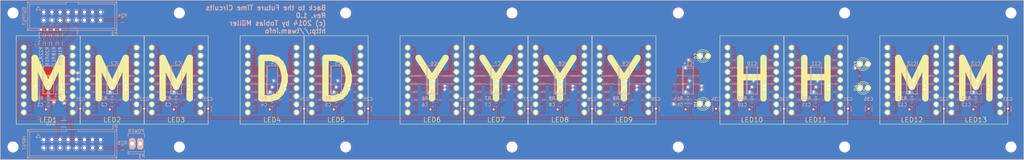
<source format=kicad_pcb>
(kicad_pcb (version 4) (host pcbnew "(2014-11-27 BZR 5304)-product")
  (layers (0 F.Cu signal) (31 B.Cu signal) (34 B.Paste user) (35 F.Paste user) (36 B.SilkS user) (37 F.SilkS user) (38 B.Mask user) (39 F.Mask user) (44 Edge.Cuts user))
  (net 0 "")
  (net 1 GND)
  (net 2 "Net-(IC1-Pad22)")
  (net 3 "Net-(IC1-Pad23)")
  (net 4 VCC)
  (net 5 /A1)
  (net 6 /M1)
  (net 7 /K1)
  (net 8 /H1)
  (net 9 /U1)
  (net 10 /S1)
  (net 11 /T1)
  (net 12 /G1)
  (net 13 /F1)
  (net 14 /E1)
  (net 15 "Net-(LED1-Pad12)")
  (net 16 /D1)
  (net 17 /R1)
  (net 18 /P1)
  (net 19 /C1)
  (net 20 /N1)
  (net 21 /B1)
  (net 22 /F2)
  (net 23 /G2)
  (net 24 /T2)
  (net 25 /S2)
  (net 26 /U2)
  (net 27 /H2)
  (net 28 /K2)
  (net 29 /M2)
  (net 30 /A2)
  (net 31 /B2)
  (net 32 /N2)
  (net 33 /C2)
  (net 34 /P2)
  (net 35 /R2)
  (net 36 /D2)
  (net 37 /E2)
  (net 38 "Net-(IC2-Pad22)")
  (net 39 "Net-(IC2-Pad23)")
  (net 40 /F3)
  (net 41 /G3)
  (net 42 /T3)
  (net 43 /S3)
  (net 44 /U3)
  (net 45 /H3)
  (net 46 /K3)
  (net 47 /M3)
  (net 48 /A3)
  (net 49 /B3)
  (net 50 /N3)
  (net 51 /C3)
  (net 52 /P3)
  (net 53 /R3)
  (net 54 /D3)
  (net 55 /E3)
  (net 56 "Net-(IC3-Pad22)")
  (net 57 "Net-(IC3-Pad23)")
  (net 58 /F4)
  (net 59 /G4)
  (net 60 /T4)
  (net 61 /S4)
  (net 62 /U4)
  (net 63 /H4)
  (net 64 /K4)
  (net 65 /M4)
  (net 66 /A4)
  (net 67 /B4)
  (net 68 /N4)
  (net 69 /C4)
  (net 70 /P4)
  (net 71 /R4)
  (net 72 /D4)
  (net 73 /E4)
  (net 74 "Net-(IC4-Pad22)")
  (net 75 "Net-(IC4-Pad23)")
  (net 76 /F5)
  (net 77 /G5)
  (net 78 /T5)
  (net 79 /S5)
  (net 80 /U5)
  (net 81 /H5)
  (net 82 /K5)
  (net 83 /M5)
  (net 84 /A5)
  (net 85 /B5)
  (net 86 /N5)
  (net 87 /C5)
  (net 88 /P5)
  (net 89 /R5)
  (net 90 /D5)
  (net 91 /E5)
  (net 92 "Net-(IC5-Pad22)")
  (net 93 "Net-(IC5-Pad23)")
  (net 94 /F6)
  (net 95 /G6)
  (net 96 /T6)
  (net 97 /S6)
  (net 98 /U6)
  (net 99 /H6)
  (net 100 /K6)
  (net 101 /M6)
  (net 102 /A6)
  (net 103 /B6)
  (net 104 /N6)
  (net 105 /C6)
  (net 106 /P6)
  (net 107 /R6)
  (net 108 /D6)
  (net 109 /E6)
  (net 110 "Net-(IC6-Pad22)")
  (net 111 "Net-(IC6-Pad23)")
  (net 112 /F7)
  (net 113 /G7)
  (net 114 /T7)
  (net 115 /S7)
  (net 116 /U7)
  (net 117 /H7)
  (net 118 /K7)
  (net 119 /M7)
  (net 120 /A7)
  (net 121 /B7)
  (net 122 /N7)
  (net 123 /C7)
  (net 124 /P7)
  (net 125 /R7)
  (net 126 /D7)
  (net 127 /E7)
  (net 128 "Net-(IC7-Pad22)")
  (net 129 "Net-(IC7-Pad23)")
  (net 130 /F8)
  (net 131 /G8)
  (net 132 /T8)
  (net 133 /S8)
  (net 134 /U8)
  (net 135 /H8)
  (net 136 /K8)
  (net 137 /M8)
  (net 138 /A8)
  (net 139 /B8)
  (net 140 /N8)
  (net 141 /C8)
  (net 142 /P8)
  (net 143 /R8)
  (net 144 /D8)
  (net 145 /E8)
  (net 146 "Net-(IC8-Pad22)")
  (net 147 "Net-(IC8-Pad23)")
  (net 148 /F9)
  (net 149 /G9)
  (net 150 /T9)
  (net 151 /S9)
  (net 152 /U9)
  (net 153 /H9)
  (net 154 /K9)
  (net 155 /M9)
  (net 156 /A9)
  (net 157 /B9)
  (net 158 /N9)
  (net 159 /C9)
  (net 160 /P9)
  (net 161 /R9)
  (net 162 /D9)
  (net 163 /E9)
  (net 164 "Net-(IC9-Pad23)")
  (net 165 "Net-(IC10-Pad2)")
  (net 166 /F10)
  (net 167 /G10)
  (net 168 /T10)
  (net 169 /S10)
  (net 170 /U10)
  (net 171 /H10)
  (net 172 /K10)
  (net 173 /M10)
  (net 174 /A10)
  (net 175 /B10)
  (net 176 /N10)
  (net 177 /C10)
  (net 178 /P10)
  (net 179 /R10)
  (net 180 /D10)
  (net 181 /E10)
  (net 182 "Net-(IC10-Pad22)")
  (net 183 "Net-(IC10-Pad23)")
  (net 184 /F11)
  (net 185 /G11)
  (net 186 /T11)
  (net 187 /S11)
  (net 188 /U11)
  (net 189 /H11)
  (net 190 /K11)
  (net 191 /M11)
  (net 192 /A11)
  (net 193 /B11)
  (net 194 /N11)
  (net 195 /C11)
  (net 196 /P11)
  (net 197 /R11)
  (net 198 /D11)
  (net 199 /E11)
  (net 200 "Net-(IC11-Pad22)")
  (net 201 "Net-(IC11-Pad23)")
  (net 202 /F12)
  (net 203 /G12)
  (net 204 /T12)
  (net 205 /S12)
  (net 206 /U12)
  (net 207 /H12)
  (net 208 /K12)
  (net 209 /M12)
  (net 210 /A12)
  (net 211 /B12)
  (net 212 /N12)
  (net 213 /C12)
  (net 214 /P12)
  (net 215 /R12)
  (net 216 /D12)
  (net 217 /E12)
  (net 218 "Net-(IC12-Pad22)")
  (net 219 "Net-(IC12-Pad23)")
  (net 220 /F13)
  (net 221 /G13)
  (net 222 /T13)
  (net 223 /S13)
  (net 224 /U13)
  (net 225 /H13)
  (net 226 /K13)
  (net 227 /M13)
  (net 228 /A13)
  (net 229 /B13)
  (net 230 /N13)
  (net 231 /C13)
  (net 232 /P13)
  (net 233 /R13)
  (net 234 /D13)
  (net 235 /E13)
  (net 236 "Net-(IC13-Pad23)")
  (net 237 "Net-(LED2-Pad12)")
  (net 238 "Net-(LED3-Pad12)")
  (net 239 "Net-(LED4-Pad12)")
  (net 240 "Net-(LED5-Pad12)")
  (net 241 "Net-(LED6-Pad12)")
  (net 242 "Net-(LED7-Pad12)")
  (net 243 "Net-(LED8-Pad12)")
  (net 244 "Net-(LED9-Pad12)")
  (net 245 "Net-(LED10-Pad12)")
  (net 246 "Net-(LED11-Pad12)")
  (net 247 "Net-(LED12-Pad12)")
  (net 248 "Net-(LED13-Pad12)")
  (net 249 +5V)
  (net 250 "Net-(D1-Pad2)")
  (net 251 "Net-(D2-Pad2)")
  (net 252 "Net-(D3-Pad2)")
  (net 253 "Net-(D4-Pad2)")
  (net 254 /DATA_IN)
  (net 255 /SCLK)
  (net 256 /LAT)
  (net 257 /BLK)
  (net 258 "Net-(IC14-Pad9)")
  (net 259 "Net-(IC14-Pad10)")
  (net 260 "Net-(IC14-Pad11)")
  (net 261 "Net-(IC14-Pad12)")
  (net 262 "Net-(IC14-Pad13)")
  (net 263 "Net-(IC14-Pad14)")
  (net 264 "Net-(IC14-Pad15)")
  (net 265 "Net-(IC14-Pad16)")
  (net 266 "Net-(IC14-Pad17)")
  (net 267 "Net-(IC14-Pad18)")
  (net 268 "Net-(IC14-Pad19)")
  (net 269 "Net-(IC14-Pad20)")
  (net 270 /DATA_OUT)
  (net 271 "Net-(IC14-Pad23)")
  (net 272 "Net-(IC14-Pad2)")
  (net 273 "Net-(P1-Pad12)")
  (net 274 "Net-(P2-Pad12)")
  (module SMD_Packages:SSOP-24 (layer B.Cu) (at 65 137.5 90)
    (fp_text reference IC1 (at -4.75 3 360) (layer B.SilkS) (effects (justify mirror)))
    (fp_text value TLC59284 hide)
    (pad 1 smd rect (at -3.4925 -2.54 90) (size 0.35052 1.39954) (layers B.Cu B.Paste B.Mask) (net 1 GND))
    (pad 2 smd rect (at -2.8575 -2.54 90) (size 0.35052 1.39954) (layers B.Cu B.Paste B.Mask) (net 254 /DATA_IN))
    (pad 3 smd rect (at -2.2225 -2.54 90) (size 0.35052 1.39954) (layers B.Cu B.Paste B.Mask) (net 255 /SCLK))
    (pad 4 smd rect (at -1.5875 -2.54 90) (size 0.35052 1.39954) (layers B.Cu B.Paste B.Mask) (net 256 /LAT))
    (pad 5 smd rect (at -0.9525 -2.54 90) (size 0.35052 1.39954) (layers B.Cu B.Paste B.Mask) (net 13 /F1))
    (pad 6 smd rect (at -0.3175 -2.54 90) (size 0.35052 1.39954) (layers B.Cu B.Paste B.Mask) (net 12 /G1))
    (pad 7 smd rect (at 0.3175 -2.54 90) (size 0.35052 1.39954) (layers B.Cu B.Paste B.Mask) (net 11 /T1))
    (pad 8 smd rect (at 0.9525 -2.54 90) (size 0.35052 1.39954) (layers B.Cu B.Paste B.Mask) (net 10 /S1))
    (pad 9 smd rect (at 1.5875 -2.54 90) (size 0.35052 1.39954) (layers B.Cu B.Paste B.Mask) (net 9 /U1))
    (pad 10 smd rect (at 2.2225 -2.54 90) (size 0.35052 1.39954) (layers B.Cu B.Paste B.Mask) (net 8 /H1))
    (pad 11 smd rect (at 2.8575 -2.54 90) (size 0.35052 1.39954) (layers B.Cu B.Paste B.Mask) (net 7 /K1))
    (pad 12 smd rect (at 3.4925 -2.54 90) (size 0.35052 1.39954) (layers B.Cu B.Paste B.Mask) (net 6 /M1))
    (pad 13 smd rect (at 3.4925 2.54 90) (size 0.35052 1.39954) (layers B.Cu B.Paste B.Mask) (net 5 /A1))
    (pad 14 smd rect (at 2.8575 2.54 90) (size 0.35052 1.39954) (layers B.Cu B.Paste B.Mask) (net 21 /B1))
    (pad 15 smd rect (at 2.2225 2.54 90) (size 0.35052 1.39954) (layers B.Cu B.Paste B.Mask) (net 20 /N1))
    (pad 16 smd rect (at 1.5875 2.54 90) (size 0.35052 1.39954) (layers B.Cu B.Paste B.Mask) (net 19 /C1))
    (pad 17 smd rect (at 0.9525 2.54 90) (size 0.35052 1.39954) (layers B.Cu B.Paste B.Mask) (net 18 /P1))
    (pad 18 smd rect (at 0.3175 2.54 90) (size 0.35052 1.39954) (layers B.Cu B.Paste B.Mask) (net 17 /R1))
    (pad 19 smd rect (at -0.3175 2.54 90) (size 0.35052 1.39954) (layers B.Cu B.Paste B.Mask) (net 16 /D1))
    (pad 20 smd rect (at -0.9525 2.54 90) (size 0.35052 1.39954) (layers B.Cu B.Paste B.Mask) (net 14 /E1))
    (pad 21 smd rect (at -1.5875 2.54 90) (size 0.35052 1.39954) (layers B.Cu B.Paste B.Mask) (net 257 /BLK))
    (pad 22 smd rect (at -2.2225 2.54 90) (size 0.35052 1.39954) (layers B.Cu B.Paste B.Mask) (net 2 "Net-(IC1-Pad22)"))
    (pad 23 smd rect (at -2.8575 2.54 90) (size 0.35052 1.39954) (layers B.Cu B.Paste B.Mask) (net 3 "Net-(IC1-Pad23)"))
    (pad 24 smd rect (at -3.4925 2.54 90) (size 0.35052 1.39954) (layers B.Cu B.Paste B.Mask) (net 4 VCC))
  )
  (module Kingbright:PSA08-11 (layer F.Cu) (at 65 137.5)
    (fp_text reference LED1 (at 0 12.5) (layer F.SilkS) (effects (font (size 1.5 1.5))))
    (fp_text value PSA08-11 hide)
    (pad 1 thru_hole circle (at -7.62 -10.16) (size 1.524 1.524) (drill 0.8) (layers *.Cu *.Mask F.SilkS) (net 5 /A1))
    (pad 2 thru_hole circle (at -7.62 -7.62) (size 1.524 1.524) (drill 0.8) (layers *.Cu *.Mask F.SilkS) (net 6 /M1))
    (pad 3 thru_hole circle (at -7.62 -5.08) (size 1.524 1.524) (drill 0.8) (layers *.Cu *.Mask F.SilkS) (net 7 /K1))
    (pad 4 thru_hole circle (at -7.62 -2.54) (size 1.524 1.524) (drill 0.8) (layers *.Cu *.Mask F.SilkS) (net 8 /H1))
    (pad 5 thru_hole circle (at -7.62 0) (size 1.524 1.524) (drill 0.8) (layers *.Cu *.Mask F.SilkS) (net 9 /U1))
    (pad 6 thru_hole circle (at -7.62 2.54) (size 1.524 1.524) (drill 0.8) (layers *.Cu *.Mask F.SilkS) (net 10 /S1))
    (pad 7 thru_hole circle (at -7.62 5.08) (size 1.524 1.524) (drill 0.8) (layers *.Cu *.Mask F.SilkS) (net 11 /T1))
    (pad 8 thru_hole circle (at -7.62 7.62) (size 1.524 1.524) (drill 0.8) (layers *.Cu *.Mask F.SilkS) (net 12 /G1))
    (pad 9 thru_hole circle (at -7.62 10.16) (size 1.524 1.524) (drill 0.8) (layers *.Cu *.Mask F.SilkS) (net 13 /F1))
    (pad 10 thru_hole circle (at 7.62 10.16) (size 1.524 1.524) (drill 0.8) (layers *.Cu *.Mask F.SilkS) (net 14 /E1))
    (pad 11 thru_hole circle (at 7.62 7.62) (size 1.524 1.524) (drill 0.8) (layers *.Cu *.Mask F.SilkS) (net 249 +5V))
    (pad 12 thru_hole circle (at 7.62 5.08) (size 1.524 1.524) (drill 0.8) (layers *.Cu *.Mask F.SilkS) (net 15 "Net-(LED1-Pad12)"))
    (pad 13 thru_hole circle (at 7.62 2.54) (size 1.524 1.524) (drill 0.8) (layers *.Cu *.Mask F.SilkS) (net 16 /D1))
    (pad 14 thru_hole circle (at 7.62 0) (size 1.524 1.524) (drill 0.8) (layers *.Cu *.Mask F.SilkS) (net 17 /R1))
    (pad 15 thru_hole circle (at 7.62 -2.54) (size 1.524 1.524) (drill 0.8) (layers *.Cu *.Mask F.SilkS) (net 18 /P1))
    (pad 16 thru_hole circle (at 7.62 -5.08) (size 1.524 1.524) (drill 0.8) (layers *.Cu *.Mask F.SilkS) (net 19 /C1))
    (pad 17 thru_hole circle (at 7.62 -7.62) (size 1.524 1.524) (drill 0.8) (layers *.Cu *.Mask F.SilkS) (net 20 /N1))
    (pad 18 thru_hole circle (at 7.62 -10.16) (size 1.524 1.524) (drill 0.8) (layers *.Cu *.Mask F.SilkS) (net 21 /B1))
  )
  (module SMD_Packages:SSOP-24 (layer B.Cu) (at 85 137.5 90)
    (fp_text reference IC2 (at 5.25 0.75 180) (layer B.SilkS) (effects (justify mirror)))
    (fp_text value TLC59284 hide)
    (pad 1 smd rect (at -3.4925 -2.54 90) (size 0.35052 1.39954) (layers B.Cu B.Paste B.Mask) (net 1 GND))
    (pad 2 smd rect (at -2.8575 -2.54 90) (size 0.35052 1.39954) (layers B.Cu B.Paste B.Mask) (net 2 "Net-(IC1-Pad22)"))
    (pad 3 smd rect (at -2.2225 -2.54 90) (size 0.35052 1.39954) (layers B.Cu B.Paste B.Mask) (net 255 /SCLK))
    (pad 4 smd rect (at -1.5875 -2.54 90) (size 0.35052 1.39954) (layers B.Cu B.Paste B.Mask) (net 256 /LAT))
    (pad 5 smd rect (at -0.9525 -2.54 90) (size 0.35052 1.39954) (layers B.Cu B.Paste B.Mask) (net 22 /F2))
    (pad 6 smd rect (at -0.3175 -2.54 90) (size 0.35052 1.39954) (layers B.Cu B.Paste B.Mask) (net 23 /G2))
    (pad 7 smd rect (at 0.3175 -2.54 90) (size 0.35052 1.39954) (layers B.Cu B.Paste B.Mask) (net 24 /T2))
    (pad 8 smd rect (at 0.9525 -2.54 90) (size 0.35052 1.39954) (layers B.Cu B.Paste B.Mask) (net 25 /S2))
    (pad 9 smd rect (at 1.5875 -2.54 90) (size 0.35052 1.39954) (layers B.Cu B.Paste B.Mask) (net 26 /U2))
    (pad 10 smd rect (at 2.2225 -2.54 90) (size 0.35052 1.39954) (layers B.Cu B.Paste B.Mask) (net 27 /H2))
    (pad 11 smd rect (at 2.8575 -2.54 90) (size 0.35052 1.39954) (layers B.Cu B.Paste B.Mask) (net 28 /K2))
    (pad 12 smd rect (at 3.4925 -2.54 90) (size 0.35052 1.39954) (layers B.Cu B.Paste B.Mask) (net 29 /M2))
    (pad 13 smd rect (at 3.4925 2.54 90) (size 0.35052 1.39954) (layers B.Cu B.Paste B.Mask) (net 30 /A2))
    (pad 14 smd rect (at 2.8575 2.54 90) (size 0.35052 1.39954) (layers B.Cu B.Paste B.Mask) (net 31 /B2))
    (pad 15 smd rect (at 2.2225 2.54 90) (size 0.35052 1.39954) (layers B.Cu B.Paste B.Mask) (net 32 /N2))
    (pad 16 smd rect (at 1.5875 2.54 90) (size 0.35052 1.39954) (layers B.Cu B.Paste B.Mask) (net 33 /C2))
    (pad 17 smd rect (at 0.9525 2.54 90) (size 0.35052 1.39954) (layers B.Cu B.Paste B.Mask) (net 34 /P2))
    (pad 18 smd rect (at 0.3175 2.54 90) (size 0.35052 1.39954) (layers B.Cu B.Paste B.Mask) (net 35 /R2))
    (pad 19 smd rect (at -0.3175 2.54 90) (size 0.35052 1.39954) (layers B.Cu B.Paste B.Mask) (net 36 /D2))
    (pad 20 smd rect (at -0.9525 2.54 90) (size 0.35052 1.39954) (layers B.Cu B.Paste B.Mask) (net 37 /E2))
    (pad 21 smd rect (at -1.5875 2.54 90) (size 0.35052 1.39954) (layers B.Cu B.Paste B.Mask) (net 257 /BLK))
    (pad 22 smd rect (at -2.2225 2.54 90) (size 0.35052 1.39954) (layers B.Cu B.Paste B.Mask) (net 38 "Net-(IC2-Pad22)"))
    (pad 23 smd rect (at -2.8575 2.54 90) (size 0.35052 1.39954) (layers B.Cu B.Paste B.Mask) (net 39 "Net-(IC2-Pad23)"))
    (pad 24 smd rect (at -3.4925 2.54 90) (size 0.35052 1.39954) (layers B.Cu B.Paste B.Mask) (net 4 VCC))
  )
  (module SMD_Packages:SSOP-24 (layer B.Cu) (at 105.005 137.5 90)
    (fp_text reference IC3 (at 5.25 0.745 180) (layer B.SilkS) (effects (justify mirror)))
    (fp_text value TLC59284 hide)
    (pad 1 smd rect (at -3.4925 -2.54 90) (size 0.35052 1.39954) (layers B.Cu B.Paste B.Mask) (net 1 GND))
    (pad 2 smd rect (at -2.8575 -2.54 90) (size 0.35052 1.39954) (layers B.Cu B.Paste B.Mask) (net 38 "Net-(IC2-Pad22)"))
    (pad 3 smd rect (at -2.2225 -2.54 90) (size 0.35052 1.39954) (layers B.Cu B.Paste B.Mask) (net 255 /SCLK))
    (pad 4 smd rect (at -1.5875 -2.54 90) (size 0.35052 1.39954) (layers B.Cu B.Paste B.Mask) (net 256 /LAT))
    (pad 5 smd rect (at -0.9525 -2.54 90) (size 0.35052 1.39954) (layers B.Cu B.Paste B.Mask) (net 40 /F3))
    (pad 6 smd rect (at -0.3175 -2.54 90) (size 0.35052 1.39954) (layers B.Cu B.Paste B.Mask) (net 41 /G3))
    (pad 7 smd rect (at 0.3175 -2.54 90) (size 0.35052 1.39954) (layers B.Cu B.Paste B.Mask) (net 42 /T3))
    (pad 8 smd rect (at 0.9525 -2.54 90) (size 0.35052 1.39954) (layers B.Cu B.Paste B.Mask) (net 43 /S3))
    (pad 9 smd rect (at 1.5875 -2.54 90) (size 0.35052 1.39954) (layers B.Cu B.Paste B.Mask) (net 44 /U3))
    (pad 10 smd rect (at 2.2225 -2.54 90) (size 0.35052 1.39954) (layers B.Cu B.Paste B.Mask) (net 45 /H3))
    (pad 11 smd rect (at 2.8575 -2.54 90) (size 0.35052 1.39954) (layers B.Cu B.Paste B.Mask) (net 46 /K3))
    (pad 12 smd rect (at 3.4925 -2.54 90) (size 0.35052 1.39954) (layers B.Cu B.Paste B.Mask) (net 47 /M3))
    (pad 13 smd rect (at 3.4925 2.54 90) (size 0.35052 1.39954) (layers B.Cu B.Paste B.Mask) (net 48 /A3))
    (pad 14 smd rect (at 2.8575 2.54 90) (size 0.35052 1.39954) (layers B.Cu B.Paste B.Mask) (net 49 /B3))
    (pad 15 smd rect (at 2.2225 2.54 90) (size 0.35052 1.39954) (layers B.Cu B.Paste B.Mask) (net 50 /N3))
    (pad 16 smd rect (at 1.5875 2.54 90) (size 0.35052 1.39954) (layers B.Cu B.Paste B.Mask) (net 51 /C3))
    (pad 17 smd rect (at 0.9525 2.54 90) (size 0.35052 1.39954) (layers B.Cu B.Paste B.Mask) (net 52 /P3))
    (pad 18 smd rect (at 0.3175 2.54 90) (size 0.35052 1.39954) (layers B.Cu B.Paste B.Mask) (net 53 /R3))
    (pad 19 smd rect (at -0.3175 2.54 90) (size 0.35052 1.39954) (layers B.Cu B.Paste B.Mask) (net 54 /D3))
    (pad 20 smd rect (at -0.9525 2.54 90) (size 0.35052 1.39954) (layers B.Cu B.Paste B.Mask) (net 55 /E3))
    (pad 21 smd rect (at -1.5875 2.54 90) (size 0.35052 1.39954) (layers B.Cu B.Paste B.Mask) (net 257 /BLK))
    (pad 22 smd rect (at -2.2225 2.54 90) (size 0.35052 1.39954) (layers B.Cu B.Paste B.Mask) (net 56 "Net-(IC3-Pad22)"))
    (pad 23 smd rect (at -2.8575 2.54 90) (size 0.35052 1.39954) (layers B.Cu B.Paste B.Mask) (net 57 "Net-(IC3-Pad23)"))
    (pad 24 smd rect (at -3.4925 2.54 90) (size 0.35052 1.39954) (layers B.Cu B.Paste B.Mask) (net 4 VCC))
  )
  (module SMD_Packages:SSOP-24 (layer B.Cu) (at 135 137.5 90)
    (fp_text reference IC4 (at 5.25 0.75 180) (layer B.SilkS) (effects (justify mirror)))
    (fp_text value TLC59284 hide)
    (pad 1 smd rect (at -3.4925 -2.54 90) (size 0.35052 1.39954) (layers B.Cu B.Paste B.Mask) (net 1 GND))
    (pad 2 smd rect (at -2.8575 -2.54 90) (size 0.35052 1.39954) (layers B.Cu B.Paste B.Mask) (net 56 "Net-(IC3-Pad22)"))
    (pad 3 smd rect (at -2.2225 -2.54 90) (size 0.35052 1.39954) (layers B.Cu B.Paste B.Mask) (net 255 /SCLK))
    (pad 4 smd rect (at -1.5875 -2.54 90) (size 0.35052 1.39954) (layers B.Cu B.Paste B.Mask) (net 256 /LAT))
    (pad 5 smd rect (at -0.9525 -2.54 90) (size 0.35052 1.39954) (layers B.Cu B.Paste B.Mask) (net 58 /F4))
    (pad 6 smd rect (at -0.3175 -2.54 90) (size 0.35052 1.39954) (layers B.Cu B.Paste B.Mask) (net 59 /G4))
    (pad 7 smd rect (at 0.3175 -2.54 90) (size 0.35052 1.39954) (layers B.Cu B.Paste B.Mask) (net 60 /T4))
    (pad 8 smd rect (at 0.9525 -2.54 90) (size 0.35052 1.39954) (layers B.Cu B.Paste B.Mask) (net 61 /S4))
    (pad 9 smd rect (at 1.5875 -2.54 90) (size 0.35052 1.39954) (layers B.Cu B.Paste B.Mask) (net 62 /U4))
    (pad 10 smd rect (at 2.2225 -2.54 90) (size 0.35052 1.39954) (layers B.Cu B.Paste B.Mask) (net 63 /H4))
    (pad 11 smd rect (at 2.8575 -2.54 90) (size 0.35052 1.39954) (layers B.Cu B.Paste B.Mask) (net 64 /K4))
    (pad 12 smd rect (at 3.4925 -2.54 90) (size 0.35052 1.39954) (layers B.Cu B.Paste B.Mask) (net 65 /M4))
    (pad 13 smd rect (at 3.4925 2.54 90) (size 0.35052 1.39954) (layers B.Cu B.Paste B.Mask) (net 66 /A4))
    (pad 14 smd rect (at 2.8575 2.54 90) (size 0.35052 1.39954) (layers B.Cu B.Paste B.Mask) (net 67 /B4))
    (pad 15 smd rect (at 2.2225 2.54 90) (size 0.35052 1.39954) (layers B.Cu B.Paste B.Mask) (net 68 /N4))
    (pad 16 smd rect (at 1.5875 2.54 90) (size 0.35052 1.39954) (layers B.Cu B.Paste B.Mask) (net 69 /C4))
    (pad 17 smd rect (at 0.9525 2.54 90) (size 0.35052 1.39954) (layers B.Cu B.Paste B.Mask) (net 70 /P4))
    (pad 18 smd rect (at 0.3175 2.54 90) (size 0.35052 1.39954) (layers B.Cu B.Paste B.Mask) (net 71 /R4))
    (pad 19 smd rect (at -0.3175 2.54 90) (size 0.35052 1.39954) (layers B.Cu B.Paste B.Mask) (net 72 /D4))
    (pad 20 smd rect (at -0.9525 2.54 90) (size 0.35052 1.39954) (layers B.Cu B.Paste B.Mask) (net 73 /E4))
    (pad 21 smd rect (at -1.5875 2.54 90) (size 0.35052 1.39954) (layers B.Cu B.Paste B.Mask) (net 257 /BLK))
    (pad 22 smd rect (at -2.2225 2.54 90) (size 0.35052 1.39954) (layers B.Cu B.Paste B.Mask) (net 74 "Net-(IC4-Pad22)"))
    (pad 23 smd rect (at -2.8575 2.54 90) (size 0.35052 1.39954) (layers B.Cu B.Paste B.Mask) (net 75 "Net-(IC4-Pad23)"))
    (pad 24 smd rect (at -3.4925 2.54 90) (size 0.35052 1.39954) (layers B.Cu B.Paste B.Mask) (net 4 VCC))
  )
  (module SMD_Packages:SSOP-24 (layer B.Cu) (at 155 137.5 90)
    (fp_text reference IC5 (at 5.25 0.75 180) (layer B.SilkS) (effects (justify mirror)))
    (fp_text value TLC59284 hide)
    (pad 1 smd rect (at -3.4925 -2.54 90) (size 0.35052 1.39954) (layers B.Cu B.Paste B.Mask) (net 1 GND))
    (pad 2 smd rect (at -2.8575 -2.54 90) (size 0.35052 1.39954) (layers B.Cu B.Paste B.Mask) (net 74 "Net-(IC4-Pad22)"))
    (pad 3 smd rect (at -2.2225 -2.54 90) (size 0.35052 1.39954) (layers B.Cu B.Paste B.Mask) (net 255 /SCLK))
    (pad 4 smd rect (at -1.5875 -2.54 90) (size 0.35052 1.39954) (layers B.Cu B.Paste B.Mask) (net 256 /LAT))
    (pad 5 smd rect (at -0.9525 -2.54 90) (size 0.35052 1.39954) (layers B.Cu B.Paste B.Mask) (net 76 /F5))
    (pad 6 smd rect (at -0.3175 -2.54 90) (size 0.35052 1.39954) (layers B.Cu B.Paste B.Mask) (net 77 /G5))
    (pad 7 smd rect (at 0.3175 -2.54 90) (size 0.35052 1.39954) (layers B.Cu B.Paste B.Mask) (net 78 /T5))
    (pad 8 smd rect (at 0.9525 -2.54 90) (size 0.35052 1.39954) (layers B.Cu B.Paste B.Mask) (net 79 /S5))
    (pad 9 smd rect (at 1.5875 -2.54 90) (size 0.35052 1.39954) (layers B.Cu B.Paste B.Mask) (net 80 /U5))
    (pad 10 smd rect (at 2.2225 -2.54 90) (size 0.35052 1.39954) (layers B.Cu B.Paste B.Mask) (net 81 /H5))
    (pad 11 smd rect (at 2.8575 -2.54 90) (size 0.35052 1.39954) (layers B.Cu B.Paste B.Mask) (net 82 /K5))
    (pad 12 smd rect (at 3.4925 -2.54 90) (size 0.35052 1.39954) (layers B.Cu B.Paste B.Mask) (net 83 /M5))
    (pad 13 smd rect (at 3.4925 2.54 90) (size 0.35052 1.39954) (layers B.Cu B.Paste B.Mask) (net 84 /A5))
    (pad 14 smd rect (at 2.8575 2.54 90) (size 0.35052 1.39954) (layers B.Cu B.Paste B.Mask) (net 85 /B5))
    (pad 15 smd rect (at 2.2225 2.54 90) (size 0.35052 1.39954) (layers B.Cu B.Paste B.Mask) (net 86 /N5))
    (pad 16 smd rect (at 1.5875 2.54 90) (size 0.35052 1.39954) (layers B.Cu B.Paste B.Mask) (net 87 /C5))
    (pad 17 smd rect (at 0.9525 2.54 90) (size 0.35052 1.39954) (layers B.Cu B.Paste B.Mask) (net 88 /P5))
    (pad 18 smd rect (at 0.3175 2.54 90) (size 0.35052 1.39954) (layers B.Cu B.Paste B.Mask) (net 89 /R5))
    (pad 19 smd rect (at -0.3175 2.54 90) (size 0.35052 1.39954) (layers B.Cu B.Paste B.Mask) (net 90 /D5))
    (pad 20 smd rect (at -0.9525 2.54 90) (size 0.35052 1.39954) (layers B.Cu B.Paste B.Mask) (net 91 /E5))
    (pad 21 smd rect (at -1.5875 2.54 90) (size 0.35052 1.39954) (layers B.Cu B.Paste B.Mask) (net 257 /BLK))
    (pad 22 smd rect (at -2.2225 2.54 90) (size 0.35052 1.39954) (layers B.Cu B.Paste B.Mask) (net 92 "Net-(IC5-Pad22)"))
    (pad 23 smd rect (at -2.8575 2.54 90) (size 0.35052 1.39954) (layers B.Cu B.Paste B.Mask) (net 93 "Net-(IC5-Pad23)"))
    (pad 24 smd rect (at -3.4925 2.54 90) (size 0.35052 1.39954) (layers B.Cu B.Paste B.Mask) (net 4 VCC))
  )
  (module SMD_Packages:SSOP-24 (layer B.Cu) (at 185 137.5 90)
    (fp_text reference IC6 (at 5.25 0.75 180) (layer B.SilkS) (effects (justify mirror)))
    (fp_text value TLC59284 hide)
    (pad 1 smd rect (at -3.4925 -2.54 90) (size 0.35052 1.39954) (layers B.Cu B.Paste B.Mask) (net 1 GND))
    (pad 2 smd rect (at -2.8575 -2.54 90) (size 0.35052 1.39954) (layers B.Cu B.Paste B.Mask) (net 92 "Net-(IC5-Pad22)"))
    (pad 3 smd rect (at -2.2225 -2.54 90) (size 0.35052 1.39954) (layers B.Cu B.Paste B.Mask) (net 255 /SCLK))
    (pad 4 smd rect (at -1.5875 -2.54 90) (size 0.35052 1.39954) (layers B.Cu B.Paste B.Mask) (net 256 /LAT))
    (pad 5 smd rect (at -0.9525 -2.54 90) (size 0.35052 1.39954) (layers B.Cu B.Paste B.Mask) (net 94 /F6))
    (pad 6 smd rect (at -0.3175 -2.54 90) (size 0.35052 1.39954) (layers B.Cu B.Paste B.Mask) (net 95 /G6))
    (pad 7 smd rect (at 0.3175 -2.54 90) (size 0.35052 1.39954) (layers B.Cu B.Paste B.Mask) (net 96 /T6))
    (pad 8 smd rect (at 0.9525 -2.54 90) (size 0.35052 1.39954) (layers B.Cu B.Paste B.Mask) (net 97 /S6))
    (pad 9 smd rect (at 1.5875 -2.54 90) (size 0.35052 1.39954) (layers B.Cu B.Paste B.Mask) (net 98 /U6))
    (pad 10 smd rect (at 2.2225 -2.54 90) (size 0.35052 1.39954) (layers B.Cu B.Paste B.Mask) (net 99 /H6))
    (pad 11 smd rect (at 2.8575 -2.54 90) (size 0.35052 1.39954) (layers B.Cu B.Paste B.Mask) (net 100 /K6))
    (pad 12 smd rect (at 3.4925 -2.54 90) (size 0.35052 1.39954) (layers B.Cu B.Paste B.Mask) (net 101 /M6))
    (pad 13 smd rect (at 3.4925 2.54 90) (size 0.35052 1.39954) (layers B.Cu B.Paste B.Mask) (net 102 /A6))
    (pad 14 smd rect (at 2.8575 2.54 90) (size 0.35052 1.39954) (layers B.Cu B.Paste B.Mask) (net 103 /B6))
    (pad 15 smd rect (at 2.2225 2.54 90) (size 0.35052 1.39954) (layers B.Cu B.Paste B.Mask) (net 104 /N6))
    (pad 16 smd rect (at 1.5875 2.54 90) (size 0.35052 1.39954) (layers B.Cu B.Paste B.Mask) (net 105 /C6))
    (pad 17 smd rect (at 0.9525 2.54 90) (size 0.35052 1.39954) (layers B.Cu B.Paste B.Mask) (net 106 /P6))
    (pad 18 smd rect (at 0.3175 2.54 90) (size 0.35052 1.39954) (layers B.Cu B.Paste B.Mask) (net 107 /R6))
    (pad 19 smd rect (at -0.3175 2.54 90) (size 0.35052 1.39954) (layers B.Cu B.Paste B.Mask) (net 108 /D6))
    (pad 20 smd rect (at -0.9525 2.54 90) (size 0.35052 1.39954) (layers B.Cu B.Paste B.Mask) (net 109 /E6))
    (pad 21 smd rect (at -1.5875 2.54 90) (size 0.35052 1.39954) (layers B.Cu B.Paste B.Mask) (net 257 /BLK))
    (pad 22 smd rect (at -2.2225 2.54 90) (size 0.35052 1.39954) (layers B.Cu B.Paste B.Mask) (net 110 "Net-(IC6-Pad22)"))
    (pad 23 smd rect (at -2.8575 2.54 90) (size 0.35052 1.39954) (layers B.Cu B.Paste B.Mask) (net 111 "Net-(IC6-Pad23)"))
    (pad 24 smd rect (at -3.4925 2.54 90) (size 0.35052 1.39954) (layers B.Cu B.Paste B.Mask) (net 4 VCC))
  )
  (module SMD_Packages:SSOP-24 (layer B.Cu) (at 205 137.5 90)
    (fp_text reference IC7 (at 5.25 0.75 180) (layer B.SilkS) (effects (justify mirror)))
    (fp_text value TLC59284 hide)
    (pad 1 smd rect (at -3.4925 -2.54 90) (size 0.35052 1.39954) (layers B.Cu B.Paste B.Mask) (net 1 GND))
    (pad 2 smd rect (at -2.8575 -2.54 90) (size 0.35052 1.39954) (layers B.Cu B.Paste B.Mask) (net 110 "Net-(IC6-Pad22)"))
    (pad 3 smd rect (at -2.2225 -2.54 90) (size 0.35052 1.39954) (layers B.Cu B.Paste B.Mask) (net 255 /SCLK))
    (pad 4 smd rect (at -1.5875 -2.54 90) (size 0.35052 1.39954) (layers B.Cu B.Paste B.Mask) (net 256 /LAT))
    (pad 5 smd rect (at -0.9525 -2.54 90) (size 0.35052 1.39954) (layers B.Cu B.Paste B.Mask) (net 112 /F7))
    (pad 6 smd rect (at -0.3175 -2.54 90) (size 0.35052 1.39954) (layers B.Cu B.Paste B.Mask) (net 113 /G7))
    (pad 7 smd rect (at 0.3175 -2.54 90) (size 0.35052 1.39954) (layers B.Cu B.Paste B.Mask) (net 114 /T7))
    (pad 8 smd rect (at 0.9525 -2.54 90) (size 0.35052 1.39954) (layers B.Cu B.Paste B.Mask) (net 115 /S7))
    (pad 9 smd rect (at 1.5875 -2.54 90) (size 0.35052 1.39954) (layers B.Cu B.Paste B.Mask) (net 116 /U7))
    (pad 10 smd rect (at 2.2225 -2.54 90) (size 0.35052 1.39954) (layers B.Cu B.Paste B.Mask) (net 117 /H7))
    (pad 11 smd rect (at 2.8575 -2.54 90) (size 0.35052 1.39954) (layers B.Cu B.Paste B.Mask) (net 118 /K7))
    (pad 12 smd rect (at 3.4925 -2.54 90) (size 0.35052 1.39954) (layers B.Cu B.Paste B.Mask) (net 119 /M7))
    (pad 13 smd rect (at 3.4925 2.54 90) (size 0.35052 1.39954) (layers B.Cu B.Paste B.Mask) (net 120 /A7))
    (pad 14 smd rect (at 2.8575 2.54 90) (size 0.35052 1.39954) (layers B.Cu B.Paste B.Mask) (net 121 /B7))
    (pad 15 smd rect (at 2.2225 2.54 90) (size 0.35052 1.39954) (layers B.Cu B.Paste B.Mask) (net 122 /N7))
    (pad 16 smd rect (at 1.5875 2.54 90) (size 0.35052 1.39954) (layers B.Cu B.Paste B.Mask) (net 123 /C7))
    (pad 17 smd rect (at 0.9525 2.54 90) (size 0.35052 1.39954) (layers B.Cu B.Paste B.Mask) (net 124 /P7))
    (pad 18 smd rect (at 0.3175 2.54 90) (size 0.35052 1.39954) (layers B.Cu B.Paste B.Mask) (net 125 /R7))
    (pad 19 smd rect (at -0.3175 2.54 90) (size 0.35052 1.39954) (layers B.Cu B.Paste B.Mask) (net 126 /D7))
    (pad 20 smd rect (at -0.9525 2.54 90) (size 0.35052 1.39954) (layers B.Cu B.Paste B.Mask) (net 127 /E7))
    (pad 21 smd rect (at -1.5875 2.54 90) (size 0.35052 1.39954) (layers B.Cu B.Paste B.Mask) (net 257 /BLK))
    (pad 22 smd rect (at -2.2225 2.54 90) (size 0.35052 1.39954) (layers B.Cu B.Paste B.Mask) (net 128 "Net-(IC7-Pad22)"))
    (pad 23 smd rect (at -2.8575 2.54 90) (size 0.35052 1.39954) (layers B.Cu B.Paste B.Mask) (net 129 "Net-(IC7-Pad23)"))
    (pad 24 smd rect (at -3.4925 2.54 90) (size 0.35052 1.39954) (layers B.Cu B.Paste B.Mask) (net 4 VCC))
  )
  (module SMD_Packages:SSOP-24 (layer B.Cu) (at 225 137.5 90)
    (fp_text reference IC8 (at 5.25 0.75 180) (layer B.SilkS) (effects (justify mirror)))
    (fp_text value TLC59284 hide)
    (pad 1 smd rect (at -3.4925 -2.54 90) (size 0.35052 1.39954) (layers B.Cu B.Paste B.Mask) (net 1 GND))
    (pad 2 smd rect (at -2.8575 -2.54 90) (size 0.35052 1.39954) (layers B.Cu B.Paste B.Mask) (net 128 "Net-(IC7-Pad22)"))
    (pad 3 smd rect (at -2.2225 -2.54 90) (size 0.35052 1.39954) (layers B.Cu B.Paste B.Mask) (net 255 /SCLK))
    (pad 4 smd rect (at -1.5875 -2.54 90) (size 0.35052 1.39954) (layers B.Cu B.Paste B.Mask) (net 256 /LAT))
    (pad 5 smd rect (at -0.9525 -2.54 90) (size 0.35052 1.39954) (layers B.Cu B.Paste B.Mask) (net 130 /F8))
    (pad 6 smd rect (at -0.3175 -2.54 90) (size 0.35052 1.39954) (layers B.Cu B.Paste B.Mask) (net 131 /G8))
    (pad 7 smd rect (at 0.3175 -2.54 90) (size 0.35052 1.39954) (layers B.Cu B.Paste B.Mask) (net 132 /T8))
    (pad 8 smd rect (at 0.9525 -2.54 90) (size 0.35052 1.39954) (layers B.Cu B.Paste B.Mask) (net 133 /S8))
    (pad 9 smd rect (at 1.5875 -2.54 90) (size 0.35052 1.39954) (layers B.Cu B.Paste B.Mask) (net 134 /U8))
    (pad 10 smd rect (at 2.2225 -2.54 90) (size 0.35052 1.39954) (layers B.Cu B.Paste B.Mask) (net 135 /H8))
    (pad 11 smd rect (at 2.8575 -2.54 90) (size 0.35052 1.39954) (layers B.Cu B.Paste B.Mask) (net 136 /K8))
    (pad 12 smd rect (at 3.4925 -2.54 90) (size 0.35052 1.39954) (layers B.Cu B.Paste B.Mask) (net 137 /M8))
    (pad 13 smd rect (at 3.4925 2.54 90) (size 0.35052 1.39954) (layers B.Cu B.Paste B.Mask) (net 138 /A8))
    (pad 14 smd rect (at 2.8575 2.54 90) (size 0.35052 1.39954) (layers B.Cu B.Paste B.Mask) (net 139 /B8))
    (pad 15 smd rect (at 2.2225 2.54 90) (size 0.35052 1.39954) (layers B.Cu B.Paste B.Mask) (net 140 /N8))
    (pad 16 smd rect (at 1.5875 2.54 90) (size 0.35052 1.39954) (layers B.Cu B.Paste B.Mask) (net 141 /C8))
    (pad 17 smd rect (at 0.9525 2.54 90) (size 0.35052 1.39954) (layers B.Cu B.Paste B.Mask) (net 142 /P8))
    (pad 18 smd rect (at 0.3175 2.54 90) (size 0.35052 1.39954) (layers B.Cu B.Paste B.Mask) (net 143 /R8))
    (pad 19 smd rect (at -0.3175 2.54 90) (size 0.35052 1.39954) (layers B.Cu B.Paste B.Mask) (net 144 /D8))
    (pad 20 smd rect (at -0.9525 2.54 90) (size 0.35052 1.39954) (layers B.Cu B.Paste B.Mask) (net 145 /E8))
    (pad 21 smd rect (at -1.5875 2.54 90) (size 0.35052 1.39954) (layers B.Cu B.Paste B.Mask) (net 257 /BLK))
    (pad 22 smd rect (at -2.2225 2.54 90) (size 0.35052 1.39954) (layers B.Cu B.Paste B.Mask) (net 146 "Net-(IC8-Pad22)"))
    (pad 23 smd rect (at -2.8575 2.54 90) (size 0.35052 1.39954) (layers B.Cu B.Paste B.Mask) (net 147 "Net-(IC8-Pad23)"))
    (pad 24 smd rect (at -3.4925 2.54 90) (size 0.35052 1.39954) (layers B.Cu B.Paste B.Mask) (net 4 VCC))
  )
  (module SMD_Packages:SSOP-24 (layer B.Cu) (at 245 137.5 90)
    (fp_text reference IC9 (at 5.25 0.75 180) (layer B.SilkS) (effects (justify mirror)))
    (fp_text value TLC59284 hide)
    (pad 1 smd rect (at -3.4925 -2.54 90) (size 0.35052 1.39954) (layers B.Cu B.Paste B.Mask) (net 1 GND))
    (pad 2 smd rect (at -2.8575 -2.54 90) (size 0.35052 1.39954) (layers B.Cu B.Paste B.Mask) (net 146 "Net-(IC8-Pad22)"))
    (pad 3 smd rect (at -2.2225 -2.54 90) (size 0.35052 1.39954) (layers B.Cu B.Paste B.Mask) (net 255 /SCLK))
    (pad 4 smd rect (at -1.5875 -2.54 90) (size 0.35052 1.39954) (layers B.Cu B.Paste B.Mask) (net 256 /LAT))
    (pad 5 smd rect (at -0.9525 -2.54 90) (size 0.35052 1.39954) (layers B.Cu B.Paste B.Mask) (net 148 /F9))
    (pad 6 smd rect (at -0.3175 -2.54 90) (size 0.35052 1.39954) (layers B.Cu B.Paste B.Mask) (net 149 /G9))
    (pad 7 smd rect (at 0.3175 -2.54 90) (size 0.35052 1.39954) (layers B.Cu B.Paste B.Mask) (net 150 /T9))
    (pad 8 smd rect (at 0.9525 -2.54 90) (size 0.35052 1.39954) (layers B.Cu B.Paste B.Mask) (net 151 /S9))
    (pad 9 smd rect (at 1.5875 -2.54 90) (size 0.35052 1.39954) (layers B.Cu B.Paste B.Mask) (net 152 /U9))
    (pad 10 smd rect (at 2.2225 -2.54 90) (size 0.35052 1.39954) (layers B.Cu B.Paste B.Mask) (net 153 /H9))
    (pad 11 smd rect (at 2.8575 -2.54 90) (size 0.35052 1.39954) (layers B.Cu B.Paste B.Mask) (net 154 /K9))
    (pad 12 smd rect (at 3.4925 -2.54 90) (size 0.35052 1.39954) (layers B.Cu B.Paste B.Mask) (net 155 /M9))
    (pad 13 smd rect (at 3.4925 2.54 90) (size 0.35052 1.39954) (layers B.Cu B.Paste B.Mask) (net 156 /A9))
    (pad 14 smd rect (at 2.8575 2.54 90) (size 0.35052 1.39954) (layers B.Cu B.Paste B.Mask) (net 157 /B9))
    (pad 15 smd rect (at 2.2225 2.54 90) (size 0.35052 1.39954) (layers B.Cu B.Paste B.Mask) (net 158 /N9))
    (pad 16 smd rect (at 1.5875 2.54 90) (size 0.35052 1.39954) (layers B.Cu B.Paste B.Mask) (net 159 /C9))
    (pad 17 smd rect (at 0.9525 2.54 90) (size 0.35052 1.39954) (layers B.Cu B.Paste B.Mask) (net 160 /P9))
    (pad 18 smd rect (at 0.3175 2.54 90) (size 0.35052 1.39954) (layers B.Cu B.Paste B.Mask) (net 161 /R9))
    (pad 19 smd rect (at -0.3175 2.54 90) (size 0.35052 1.39954) (layers B.Cu B.Paste B.Mask) (net 162 /D9))
    (pad 20 smd rect (at -0.9525 2.54 90) (size 0.35052 1.39954) (layers B.Cu B.Paste B.Mask) (net 163 /E9))
    (pad 21 smd rect (at -1.5875 2.54 90) (size 0.35052 1.39954) (layers B.Cu B.Paste B.Mask) (net 257 /BLK))
    (pad 22 smd rect (at -2.2225 2.54 90) (size 0.35052 1.39954) (layers B.Cu B.Paste B.Mask) (net 272 "Net-(IC14-Pad2)"))
    (pad 23 smd rect (at -2.8575 2.54 90) (size 0.35052 1.39954) (layers B.Cu B.Paste B.Mask) (net 164 "Net-(IC9-Pad23)"))
    (pad 24 smd rect (at -3.4925 2.54 90) (size 0.35052 1.39954) (layers B.Cu B.Paste B.Mask) (net 4 VCC))
  )
  (module SMD_Packages:SSOP-24 (layer B.Cu) (at 285 137.5 90)
    (fp_text reference IC10 (at 5.25 0.25 180) (layer B.SilkS) (effects (justify mirror)))
    (fp_text value TLC59284 hide)
    (pad 1 smd rect (at -3.4925 -2.54 90) (size 0.35052 1.39954) (layers B.Cu B.Paste B.Mask) (net 1 GND))
    (pad 2 smd rect (at -2.8575 -2.54 90) (size 0.35052 1.39954) (layers B.Cu B.Paste B.Mask) (net 165 "Net-(IC10-Pad2)"))
    (pad 3 smd rect (at -2.2225 -2.54 90) (size 0.35052 1.39954) (layers B.Cu B.Paste B.Mask) (net 255 /SCLK))
    (pad 4 smd rect (at -1.5875 -2.54 90) (size 0.35052 1.39954) (layers B.Cu B.Paste B.Mask) (net 256 /LAT))
    (pad 5 smd rect (at -0.9525 -2.54 90) (size 0.35052 1.39954) (layers B.Cu B.Paste B.Mask) (net 166 /F10))
    (pad 6 smd rect (at -0.3175 -2.54 90) (size 0.35052 1.39954) (layers B.Cu B.Paste B.Mask) (net 167 /G10))
    (pad 7 smd rect (at 0.3175 -2.54 90) (size 0.35052 1.39954) (layers B.Cu B.Paste B.Mask) (net 168 /T10))
    (pad 8 smd rect (at 0.9525 -2.54 90) (size 0.35052 1.39954) (layers B.Cu B.Paste B.Mask) (net 169 /S10))
    (pad 9 smd rect (at 1.5875 -2.54 90) (size 0.35052 1.39954) (layers B.Cu B.Paste B.Mask) (net 170 /U10))
    (pad 10 smd rect (at 2.2225 -2.54 90) (size 0.35052 1.39954) (layers B.Cu B.Paste B.Mask) (net 171 /H10))
    (pad 11 smd rect (at 2.8575 -2.54 90) (size 0.35052 1.39954) (layers B.Cu B.Paste B.Mask) (net 172 /K10))
    (pad 12 smd rect (at 3.4925 -2.54 90) (size 0.35052 1.39954) (layers B.Cu B.Paste B.Mask) (net 173 /M10))
    (pad 13 smd rect (at 3.4925 2.54 90) (size 0.35052 1.39954) (layers B.Cu B.Paste B.Mask) (net 174 /A10))
    (pad 14 smd rect (at 2.8575 2.54 90) (size 0.35052 1.39954) (layers B.Cu B.Paste B.Mask) (net 175 /B10))
    (pad 15 smd rect (at 2.2225 2.54 90) (size 0.35052 1.39954) (layers B.Cu B.Paste B.Mask) (net 176 /N10))
    (pad 16 smd rect (at 1.5875 2.54 90) (size 0.35052 1.39954) (layers B.Cu B.Paste B.Mask) (net 177 /C10))
    (pad 17 smd rect (at 0.9525 2.54 90) (size 0.35052 1.39954) (layers B.Cu B.Paste B.Mask) (net 178 /P10))
    (pad 18 smd rect (at 0.3175 2.54 90) (size 0.35052 1.39954) (layers B.Cu B.Paste B.Mask) (net 179 /R10))
    (pad 19 smd rect (at -0.3175 2.54 90) (size 0.35052 1.39954) (layers B.Cu B.Paste B.Mask) (net 180 /D10))
    (pad 20 smd rect (at -0.9525 2.54 90) (size 0.35052 1.39954) (layers B.Cu B.Paste B.Mask) (net 181 /E10))
    (pad 21 smd rect (at -1.5875 2.54 90) (size 0.35052 1.39954) (layers B.Cu B.Paste B.Mask) (net 257 /BLK))
    (pad 22 smd rect (at -2.2225 2.54 90) (size 0.35052 1.39954) (layers B.Cu B.Paste B.Mask) (net 182 "Net-(IC10-Pad22)"))
    (pad 23 smd rect (at -2.8575 2.54 90) (size 0.35052 1.39954) (layers B.Cu B.Paste B.Mask) (net 183 "Net-(IC10-Pad23)"))
    (pad 24 smd rect (at -3.4925 2.54 90) (size 0.35052 1.39954) (layers B.Cu B.Paste B.Mask) (net 4 VCC))
  )
  (module SMD_Packages:SSOP-24 (layer B.Cu) (at 305 137.5 90)
    (fp_text reference IC11 (at 5.25 0.25 180) (layer B.SilkS) (effects (justify mirror)))
    (fp_text value TLC59284 hide)
    (pad 1 smd rect (at -3.4925 -2.54 90) (size 0.35052 1.39954) (layers B.Cu B.Paste B.Mask) (net 1 GND))
    (pad 2 smd rect (at -2.8575 -2.54 90) (size 0.35052 1.39954) (layers B.Cu B.Paste B.Mask) (net 182 "Net-(IC10-Pad22)"))
    (pad 3 smd rect (at -2.2225 -2.54 90) (size 0.35052 1.39954) (layers B.Cu B.Paste B.Mask) (net 255 /SCLK))
    (pad 4 smd rect (at -1.5875 -2.54 90) (size 0.35052 1.39954) (layers B.Cu B.Paste B.Mask) (net 256 /LAT))
    (pad 5 smd rect (at -0.9525 -2.54 90) (size 0.35052 1.39954) (layers B.Cu B.Paste B.Mask) (net 184 /F11))
    (pad 6 smd rect (at -0.3175 -2.54 90) (size 0.35052 1.39954) (layers B.Cu B.Paste B.Mask) (net 185 /G11))
    (pad 7 smd rect (at 0.3175 -2.54 90) (size 0.35052 1.39954) (layers B.Cu B.Paste B.Mask) (net 186 /T11))
    (pad 8 smd rect (at 0.9525 -2.54 90) (size 0.35052 1.39954) (layers B.Cu B.Paste B.Mask) (net 187 /S11))
    (pad 9 smd rect (at 1.5875 -2.54 90) (size 0.35052 1.39954) (layers B.Cu B.Paste B.Mask) (net 188 /U11))
    (pad 10 smd rect (at 2.2225 -2.54 90) (size 0.35052 1.39954) (layers B.Cu B.Paste B.Mask) (net 189 /H11))
    (pad 11 smd rect (at 2.8575 -2.54 90) (size 0.35052 1.39954) (layers B.Cu B.Paste B.Mask) (net 190 /K11))
    (pad 12 smd rect (at 3.4925 -2.54 90) (size 0.35052 1.39954) (layers B.Cu B.Paste B.Mask) (net 191 /M11))
    (pad 13 smd rect (at 3.4925 2.54 90) (size 0.35052 1.39954) (layers B.Cu B.Paste B.Mask) (net 192 /A11))
    (pad 14 smd rect (at 2.8575 2.54 90) (size 0.35052 1.39954) (layers B.Cu B.Paste B.Mask) (net 193 /B11))
    (pad 15 smd rect (at 2.2225 2.54 90) (size 0.35052 1.39954) (layers B.Cu B.Paste B.Mask) (net 194 /N11))
    (pad 16 smd rect (at 1.5875 2.54 90) (size 0.35052 1.39954) (layers B.Cu B.Paste B.Mask) (net 195 /C11))
    (pad 17 smd rect (at 0.9525 2.54 90) (size 0.35052 1.39954) (layers B.Cu B.Paste B.Mask) (net 196 /P11))
    (pad 18 smd rect (at 0.3175 2.54 90) (size 0.35052 1.39954) (layers B.Cu B.Paste B.Mask) (net 197 /R11))
    (pad 19 smd rect (at -0.3175 2.54 90) (size 0.35052 1.39954) (layers B.Cu B.Paste B.Mask) (net 198 /D11))
    (pad 20 smd rect (at -0.9525 2.54 90) (size 0.35052 1.39954) (layers B.Cu B.Paste B.Mask) (net 199 /E11))
    (pad 21 smd rect (at -1.5875 2.54 90) (size 0.35052 1.39954) (layers B.Cu B.Paste B.Mask) (net 257 /BLK))
    (pad 22 smd rect (at -2.2225 2.54 90) (size 0.35052 1.39954) (layers B.Cu B.Paste B.Mask) (net 200 "Net-(IC11-Pad22)"))
    (pad 23 smd rect (at -2.8575 2.54 90) (size 0.35052 1.39954) (layers B.Cu B.Paste B.Mask) (net 201 "Net-(IC11-Pad23)"))
    (pad 24 smd rect (at -3.4925 2.54 90) (size 0.35052 1.39954) (layers B.Cu B.Paste B.Mask) (net 4 VCC))
  )
  (module SMD_Packages:SSOP-24 (layer B.Cu) (at 335 137.5 90)
    (fp_text reference IC12 (at 5.25 0.25 180) (layer B.SilkS) (effects (justify mirror)))
    (fp_text value TLC59284 hide)
    (pad 1 smd rect (at -3.4925 -2.54 90) (size 0.35052 1.39954) (layers B.Cu B.Paste B.Mask) (net 1 GND))
    (pad 2 smd rect (at -2.8575 -2.54 90) (size 0.35052 1.39954) (layers B.Cu B.Paste B.Mask) (net 200 "Net-(IC11-Pad22)"))
    (pad 3 smd rect (at -2.2225 -2.54 90) (size 0.35052 1.39954) (layers B.Cu B.Paste B.Mask) (net 255 /SCLK))
    (pad 4 smd rect (at -1.5875 -2.54 90) (size 0.35052 1.39954) (layers B.Cu B.Paste B.Mask) (net 256 /LAT))
    (pad 5 smd rect (at -0.9525 -2.54 90) (size 0.35052 1.39954) (layers B.Cu B.Paste B.Mask) (net 202 /F12))
    (pad 6 smd rect (at -0.3175 -2.54 90) (size 0.35052 1.39954) (layers B.Cu B.Paste B.Mask) (net 203 /G12))
    (pad 7 smd rect (at 0.3175 -2.54 90) (size 0.35052 1.39954) (layers B.Cu B.Paste B.Mask) (net 204 /T12))
    (pad 8 smd rect (at 0.9525 -2.54 90) (size 0.35052 1.39954) (layers B.Cu B.Paste B.Mask) (net 205 /S12))
    (pad 9 smd rect (at 1.5875 -2.54 90) (size 0.35052 1.39954) (layers B.Cu B.Paste B.Mask) (net 206 /U12))
    (pad 10 smd rect (at 2.2225 -2.54 90) (size 0.35052 1.39954) (layers B.Cu B.Paste B.Mask) (net 207 /H12))
    (pad 11 smd rect (at 2.8575 -2.54 90) (size 0.35052 1.39954) (layers B.Cu B.Paste B.Mask) (net 208 /K12))
    (pad 12 smd rect (at 3.4925 -2.54 90) (size 0.35052 1.39954) (layers B.Cu B.Paste B.Mask) (net 209 /M12))
    (pad 13 smd rect (at 3.4925 2.54 90) (size 0.35052 1.39954) (layers B.Cu B.Paste B.Mask) (net 210 /A12))
    (pad 14 smd rect (at 2.8575 2.54 90) (size 0.35052 1.39954) (layers B.Cu B.Paste B.Mask) (net 211 /B12))
    (pad 15 smd rect (at 2.2225 2.54 90) (size 0.35052 1.39954) (layers B.Cu B.Paste B.Mask) (net 212 /N12))
    (pad 16 smd rect (at 1.5875 2.54 90) (size 0.35052 1.39954) (layers B.Cu B.Paste B.Mask) (net 213 /C12))
    (pad 17 smd rect (at 0.9525 2.54 90) (size 0.35052 1.39954) (layers B.Cu B.Paste B.Mask) (net 214 /P12))
    (pad 18 smd rect (at 0.3175 2.54 90) (size 0.35052 1.39954) (layers B.Cu B.Paste B.Mask) (net 215 /R12))
    (pad 19 smd rect (at -0.3175 2.54 90) (size 0.35052 1.39954) (layers B.Cu B.Paste B.Mask) (net 216 /D12))
    (pad 20 smd rect (at -0.9525 2.54 90) (size 0.35052 1.39954) (layers B.Cu B.Paste B.Mask) (net 217 /E12))
    (pad 21 smd rect (at -1.5875 2.54 90) (size 0.35052 1.39954) (layers B.Cu B.Paste B.Mask) (net 257 /BLK))
    (pad 22 smd rect (at -2.2225 2.54 90) (size 0.35052 1.39954) (layers B.Cu B.Paste B.Mask) (net 218 "Net-(IC12-Pad22)"))
    (pad 23 smd rect (at -2.8575 2.54 90) (size 0.35052 1.39954) (layers B.Cu B.Paste B.Mask) (net 219 "Net-(IC12-Pad23)"))
    (pad 24 smd rect (at -3.4925 2.54 90) (size 0.35052 1.39954) (layers B.Cu B.Paste B.Mask) (net 4 VCC))
  )
  (module SMD_Packages:SSOP-24 (layer B.Cu) (at 355 137.5 90)
    (fp_text reference IC13 (at 5.25 0.25 180) (layer B.SilkS) (effects (justify mirror)))
    (fp_text value TLC59284 hide)
    (pad 1 smd rect (at -3.4925 -2.54 90) (size 0.35052 1.39954) (layers B.Cu B.Paste B.Mask) (net 1 GND))
    (pad 2 smd rect (at -2.8575 -2.54 90) (size 0.35052 1.39954) (layers B.Cu B.Paste B.Mask) (net 218 "Net-(IC12-Pad22)"))
    (pad 3 smd rect (at -2.2225 -2.54 90) (size 0.35052 1.39954) (layers B.Cu B.Paste B.Mask) (net 255 /SCLK))
    (pad 4 smd rect (at -1.5875 -2.54 90) (size 0.35052 1.39954) (layers B.Cu B.Paste B.Mask) (net 256 /LAT))
    (pad 5 smd rect (at -0.9525 -2.54 90) (size 0.35052 1.39954) (layers B.Cu B.Paste B.Mask) (net 220 /F13))
    (pad 6 smd rect (at -0.3175 -2.54 90) (size 0.35052 1.39954) (layers B.Cu B.Paste B.Mask) (net 221 /G13))
    (pad 7 smd rect (at 0.3175 -2.54 90) (size 0.35052 1.39954) (layers B.Cu B.Paste B.Mask) (net 222 /T13))
    (pad 8 smd rect (at 0.9525 -2.54 90) (size 0.35052 1.39954) (layers B.Cu B.Paste B.Mask) (net 223 /S13))
    (pad 9 smd rect (at 1.5875 -2.54 90) (size 0.35052 1.39954) (layers B.Cu B.Paste B.Mask) (net 224 /U13))
    (pad 10 smd rect (at 2.2225 -2.54 90) (size 0.35052 1.39954) (layers B.Cu B.Paste B.Mask) (net 225 /H13))
    (pad 11 smd rect (at 2.8575 -2.54 90) (size 0.35052 1.39954) (layers B.Cu B.Paste B.Mask) (net 226 /K13))
    (pad 12 smd rect (at 3.4925 -2.54 90) (size 0.35052 1.39954) (layers B.Cu B.Paste B.Mask) (net 227 /M13))
    (pad 13 smd rect (at 3.4925 2.54 90) (size 0.35052 1.39954) (layers B.Cu B.Paste B.Mask) (net 228 /A13))
    (pad 14 smd rect (at 2.8575 2.54 90) (size 0.35052 1.39954) (layers B.Cu B.Paste B.Mask) (net 229 /B13))
    (pad 15 smd rect (at 2.2225 2.54 90) (size 0.35052 1.39954) (layers B.Cu B.Paste B.Mask) (net 230 /N13))
    (pad 16 smd rect (at 1.5875 2.54 90) (size 0.35052 1.39954) (layers B.Cu B.Paste B.Mask) (net 231 /C13))
    (pad 17 smd rect (at 0.9525 2.54 90) (size 0.35052 1.39954) (layers B.Cu B.Paste B.Mask) (net 232 /P13))
    (pad 18 smd rect (at 0.3175 2.54 90) (size 0.35052 1.39954) (layers B.Cu B.Paste B.Mask) (net 233 /R13))
    (pad 19 smd rect (at -0.3175 2.54 90) (size 0.35052 1.39954) (layers B.Cu B.Paste B.Mask) (net 234 /D13))
    (pad 20 smd rect (at -0.9525 2.54 90) (size 0.35052 1.39954) (layers B.Cu B.Paste B.Mask) (net 235 /E13))
    (pad 21 smd rect (at -1.5875 2.54 90) (size 0.35052 1.39954) (layers B.Cu B.Paste B.Mask) (net 257 /BLK))
    (pad 22 smd rect (at -2.2225 2.54 90) (size 0.35052 1.39954) (layers B.Cu B.Paste B.Mask) (net 270 /DATA_OUT))
    (pad 23 smd rect (at -2.8575 2.54 90) (size 0.35052 1.39954) (layers B.Cu B.Paste B.Mask) (net 236 "Net-(IC13-Pad23)"))
    (pad 24 smd rect (at -3.4925 2.54 90) (size 0.35052 1.39954) (layers B.Cu B.Paste B.Mask) (net 4 VCC))
  )
  (module Kingbright:PSA08-11 (layer F.Cu) (at 85 137.5)
    (fp_text reference LED2 (at 0 12.5) (layer F.SilkS) (effects (font (size 1.5 1.5))))
    (fp_text value PSA08-11 hide)
    (pad 1 thru_hole circle (at -7.62 -10.16) (size 1.524 1.524) (drill 0.8) (layers *.Cu *.Mask F.SilkS) (net 30 /A2))
    (pad 2 thru_hole circle (at -7.62 -7.62) (size 1.524 1.524) (drill 0.8) (layers *.Cu *.Mask F.SilkS) (net 29 /M2))
    (pad 3 thru_hole circle (at -7.62 -5.08) (size 1.524 1.524) (drill 0.8) (layers *.Cu *.Mask F.SilkS) (net 28 /K2))
    (pad 4 thru_hole circle (at -7.62 -2.54) (size 1.524 1.524) (drill 0.8) (layers *.Cu *.Mask F.SilkS) (net 27 /H2))
    (pad 5 thru_hole circle (at -7.62 0) (size 1.524 1.524) (drill 0.8) (layers *.Cu *.Mask F.SilkS) (net 26 /U2))
    (pad 6 thru_hole circle (at -7.62 2.54) (size 1.524 1.524) (drill 0.8) (layers *.Cu *.Mask F.SilkS) (net 25 /S2))
    (pad 7 thru_hole circle (at -7.62 5.08) (size 1.524 1.524) (drill 0.8) (layers *.Cu *.Mask F.SilkS) (net 24 /T2))
    (pad 8 thru_hole circle (at -7.62 7.62) (size 1.524 1.524) (drill 0.8) (layers *.Cu *.Mask F.SilkS) (net 23 /G2))
    (pad 9 thru_hole circle (at -7.62 10.16) (size 1.524 1.524) (drill 0.8) (layers *.Cu *.Mask F.SilkS) (net 22 /F2))
    (pad 10 thru_hole circle (at 7.62 10.16) (size 1.524 1.524) (drill 0.8) (layers *.Cu *.Mask F.SilkS) (net 37 /E2))
    (pad 11 thru_hole circle (at 7.62 7.62) (size 1.524 1.524) (drill 0.8) (layers *.Cu *.Mask F.SilkS) (net 249 +5V))
    (pad 12 thru_hole circle (at 7.62 5.08) (size 1.524 1.524) (drill 0.8) (layers *.Cu *.Mask F.SilkS) (net 237 "Net-(LED2-Pad12)"))
    (pad 13 thru_hole circle (at 7.62 2.54) (size 1.524 1.524) (drill 0.8) (layers *.Cu *.Mask F.SilkS) (net 36 /D2))
    (pad 14 thru_hole circle (at 7.62 0) (size 1.524 1.524) (drill 0.8) (layers *.Cu *.Mask F.SilkS) (net 35 /R2))
    (pad 15 thru_hole circle (at 7.62 -2.54) (size 1.524 1.524) (drill 0.8) (layers *.Cu *.Mask F.SilkS) (net 34 /P2))
    (pad 16 thru_hole circle (at 7.62 -5.08) (size 1.524 1.524) (drill 0.8) (layers *.Cu *.Mask F.SilkS) (net 33 /C2))
    (pad 17 thru_hole circle (at 7.62 -7.62) (size 1.524 1.524) (drill 0.8) (layers *.Cu *.Mask F.SilkS) (net 32 /N2))
    (pad 18 thru_hole circle (at 7.62 -10.16) (size 1.524 1.524) (drill 0.8) (layers *.Cu *.Mask F.SilkS) (net 31 /B2))
  )
  (module Kingbright:PSA08-11 (layer F.Cu) (at 105 137.5)
    (fp_text reference LED3 (at 0 12.5) (layer F.SilkS) (effects (font (size 1.5 1.5))))
    (fp_text value PSA08-11 hide)
    (pad 1 thru_hole circle (at -7.62 -10.16) (size 1.524 1.524) (drill 0.8) (layers *.Cu *.Mask F.SilkS) (net 48 /A3))
    (pad 2 thru_hole circle (at -7.62 -7.62) (size 1.524 1.524) (drill 0.8) (layers *.Cu *.Mask F.SilkS) (net 47 /M3))
    (pad 3 thru_hole circle (at -7.62 -5.08) (size 1.524 1.524) (drill 0.8) (layers *.Cu *.Mask F.SilkS) (net 46 /K3))
    (pad 4 thru_hole circle (at -7.62 -2.54) (size 1.524 1.524) (drill 0.8) (layers *.Cu *.Mask F.SilkS) (net 45 /H3))
    (pad 5 thru_hole circle (at -7.62 0) (size 1.524 1.524) (drill 0.8) (layers *.Cu *.Mask F.SilkS) (net 44 /U3))
    (pad 6 thru_hole circle (at -7.62 2.54) (size 1.524 1.524) (drill 0.8) (layers *.Cu *.Mask F.SilkS) (net 43 /S3))
    (pad 7 thru_hole circle (at -7.62 5.08) (size 1.524 1.524) (drill 0.8) (layers *.Cu *.Mask F.SilkS) (net 42 /T3))
    (pad 8 thru_hole circle (at -7.62 7.62) (size 1.524 1.524) (drill 0.8) (layers *.Cu *.Mask F.SilkS) (net 41 /G3))
    (pad 9 thru_hole circle (at -7.62 10.16) (size 1.524 1.524) (drill 0.8) (layers *.Cu *.Mask F.SilkS) (net 40 /F3))
    (pad 10 thru_hole circle (at 7.62 10.16) (size 1.524 1.524) (drill 0.8) (layers *.Cu *.Mask F.SilkS) (net 55 /E3))
    (pad 11 thru_hole circle (at 7.62 7.62) (size 1.524 1.524) (drill 0.8) (layers *.Cu *.Mask F.SilkS) (net 249 +5V))
    (pad 12 thru_hole circle (at 7.62 5.08) (size 1.524 1.524) (drill 0.8) (layers *.Cu *.Mask F.SilkS) (net 238 "Net-(LED3-Pad12)"))
    (pad 13 thru_hole circle (at 7.62 2.54) (size 1.524 1.524) (drill 0.8) (layers *.Cu *.Mask F.SilkS) (net 54 /D3))
    (pad 14 thru_hole circle (at 7.62 0) (size 1.524 1.524) (drill 0.8) (layers *.Cu *.Mask F.SilkS) (net 53 /R3))
    (pad 15 thru_hole circle (at 7.62 -2.54) (size 1.524 1.524) (drill 0.8) (layers *.Cu *.Mask F.SilkS) (net 52 /P3))
    (pad 16 thru_hole circle (at 7.62 -5.08) (size 1.524 1.524) (drill 0.8) (layers *.Cu *.Mask F.SilkS) (net 51 /C3))
    (pad 17 thru_hole circle (at 7.62 -7.62) (size 1.524 1.524) (drill 0.8) (layers *.Cu *.Mask F.SilkS) (net 50 /N3))
    (pad 18 thru_hole circle (at 7.62 -10.16) (size 1.524 1.524) (drill 0.8) (layers *.Cu *.Mask F.SilkS) (net 49 /B3))
  )
  (module Kingbright:PSA08-11 (layer F.Cu) (at 135 137.5)
    (fp_text reference LED4 (at 0 12.5) (layer F.SilkS) (effects (font (size 1.5 1.5))))
    (fp_text value PSA08-11 hide)
    (pad 1 thru_hole circle (at -7.62 -10.16) (size 1.524 1.524) (drill 0.8) (layers *.Cu *.Mask F.SilkS) (net 66 /A4))
    (pad 2 thru_hole circle (at -7.62 -7.62) (size 1.524 1.524) (drill 0.8) (layers *.Cu *.Mask F.SilkS) (net 65 /M4))
    (pad 3 thru_hole circle (at -7.62 -5.08) (size 1.524 1.524) (drill 0.8) (layers *.Cu *.Mask F.SilkS) (net 64 /K4))
    (pad 4 thru_hole circle (at -7.62 -2.54) (size 1.524 1.524) (drill 0.8) (layers *.Cu *.Mask F.SilkS) (net 63 /H4))
    (pad 5 thru_hole circle (at -7.62 0) (size 1.524 1.524) (drill 0.8) (layers *.Cu *.Mask F.SilkS) (net 62 /U4))
    (pad 6 thru_hole circle (at -7.62 2.54) (size 1.524 1.524) (drill 0.8) (layers *.Cu *.Mask F.SilkS) (net 61 /S4))
    (pad 7 thru_hole circle (at -7.62 5.08) (size 1.524 1.524) (drill 0.8) (layers *.Cu *.Mask F.SilkS) (net 60 /T4))
    (pad 8 thru_hole circle (at -7.62 7.62) (size 1.524 1.524) (drill 0.8) (layers *.Cu *.Mask F.SilkS) (net 59 /G4))
    (pad 9 thru_hole circle (at -7.62 10.16) (size 1.524 1.524) (drill 0.8) (layers *.Cu *.Mask F.SilkS) (net 58 /F4))
    (pad 10 thru_hole circle (at 7.62 10.16) (size 1.524 1.524) (drill 0.8) (layers *.Cu *.Mask F.SilkS) (net 73 /E4))
    (pad 11 thru_hole circle (at 7.62 7.62) (size 1.524 1.524) (drill 0.8) (layers *.Cu *.Mask F.SilkS) (net 249 +5V))
    (pad 12 thru_hole circle (at 7.62 5.08) (size 1.524 1.524) (drill 0.8) (layers *.Cu *.Mask F.SilkS) (net 239 "Net-(LED4-Pad12)"))
    (pad 13 thru_hole circle (at 7.62 2.54) (size 1.524 1.524) (drill 0.8) (layers *.Cu *.Mask F.SilkS) (net 72 /D4))
    (pad 14 thru_hole circle (at 7.62 0) (size 1.524 1.524) (drill 0.8) (layers *.Cu *.Mask F.SilkS) (net 71 /R4))
    (pad 15 thru_hole circle (at 7.62 -2.54) (size 1.524 1.524) (drill 0.8) (layers *.Cu *.Mask F.SilkS) (net 70 /P4))
    (pad 16 thru_hole circle (at 7.62 -5.08) (size 1.524 1.524) (drill 0.8) (layers *.Cu *.Mask F.SilkS) (net 69 /C4))
    (pad 17 thru_hole circle (at 7.62 -7.62) (size 1.524 1.524) (drill 0.8) (layers *.Cu *.Mask F.SilkS) (net 68 /N4))
    (pad 18 thru_hole circle (at 7.62 -10.16) (size 1.524 1.524) (drill 0.8) (layers *.Cu *.Mask F.SilkS) (net 67 /B4))
  )
  (module Kingbright:PSA08-11 (layer F.Cu) (at 155 137.5)
    (fp_text reference LED5 (at 0 12.5) (layer F.SilkS) (effects (font (size 1.5 1.5))))
    (fp_text value PSA08-11 hide)
    (pad 1 thru_hole circle (at -7.62 -10.16) (size 1.524 1.524) (drill 0.8) (layers *.Cu *.Mask F.SilkS) (net 84 /A5))
    (pad 2 thru_hole circle (at -7.62 -7.62) (size 1.524 1.524) (drill 0.8) (layers *.Cu *.Mask F.SilkS) (net 83 /M5))
    (pad 3 thru_hole circle (at -7.62 -5.08) (size 1.524 1.524) (drill 0.8) (layers *.Cu *.Mask F.SilkS) (net 82 /K5))
    (pad 4 thru_hole circle (at -7.62 -2.54) (size 1.524 1.524) (drill 0.8) (layers *.Cu *.Mask F.SilkS) (net 81 /H5))
    (pad 5 thru_hole circle (at -7.62 0) (size 1.524 1.524) (drill 0.8) (layers *.Cu *.Mask F.SilkS) (net 80 /U5))
    (pad 6 thru_hole circle (at -7.62 2.54) (size 1.524 1.524) (drill 0.8) (layers *.Cu *.Mask F.SilkS) (net 79 /S5))
    (pad 7 thru_hole circle (at -7.62 5.08) (size 1.524 1.524) (drill 0.8) (layers *.Cu *.Mask F.SilkS) (net 78 /T5))
    (pad 8 thru_hole circle (at -7.62 7.62) (size 1.524 1.524) (drill 0.8) (layers *.Cu *.Mask F.SilkS) (net 77 /G5))
    (pad 9 thru_hole circle (at -7.62 10.16) (size 1.524 1.524) (drill 0.8) (layers *.Cu *.Mask F.SilkS) (net 76 /F5))
    (pad 10 thru_hole circle (at 7.62 10.16) (size 1.524 1.524) (drill 0.8) (layers *.Cu *.Mask F.SilkS) (net 91 /E5))
    (pad 11 thru_hole circle (at 7.62 7.62) (size 1.524 1.524) (drill 0.8) (layers *.Cu *.Mask F.SilkS) (net 249 +5V))
    (pad 12 thru_hole circle (at 7.62 5.08) (size 1.524 1.524) (drill 0.8) (layers *.Cu *.Mask F.SilkS) (net 240 "Net-(LED5-Pad12)"))
    (pad 13 thru_hole circle (at 7.62 2.54) (size 1.524 1.524) (drill 0.8) (layers *.Cu *.Mask F.SilkS) (net 90 /D5))
    (pad 14 thru_hole circle (at 7.62 0) (size 1.524 1.524) (drill 0.8) (layers *.Cu *.Mask F.SilkS) (net 89 /R5))
    (pad 15 thru_hole circle (at 7.62 -2.54) (size 1.524 1.524) (drill 0.8) (layers *.Cu *.Mask F.SilkS) (net 88 /P5))
    (pad 16 thru_hole circle (at 7.62 -5.08) (size 1.524 1.524) (drill 0.8) (layers *.Cu *.Mask F.SilkS) (net 87 /C5))
    (pad 17 thru_hole circle (at 7.62 -7.62) (size 1.524 1.524) (drill 0.8) (layers *.Cu *.Mask F.SilkS) (net 86 /N5))
    (pad 18 thru_hole circle (at 7.62 -10.16) (size 1.524 1.524) (drill 0.8) (layers *.Cu *.Mask F.SilkS) (net 85 /B5))
  )
  (module Kingbright:PSA08-11 (layer F.Cu) (at 185 137.5)
    (fp_text reference LED6 (at 0 12.5) (layer F.SilkS) (effects (font (size 1.5 1.5))))
    (fp_text value PSA08-11 hide)
    (pad 1 thru_hole circle (at -7.62 -10.16) (size 1.524 1.524) (drill 0.8) (layers *.Cu *.Mask F.SilkS) (net 102 /A6))
    (pad 2 thru_hole circle (at -7.62 -7.62) (size 1.524 1.524) (drill 0.8) (layers *.Cu *.Mask F.SilkS) (net 101 /M6))
    (pad 3 thru_hole circle (at -7.62 -5.08) (size 1.524 1.524) (drill 0.8) (layers *.Cu *.Mask F.SilkS) (net 100 /K6))
    (pad 4 thru_hole circle (at -7.62 -2.54) (size 1.524 1.524) (drill 0.8) (layers *.Cu *.Mask F.SilkS) (net 99 /H6))
    (pad 5 thru_hole circle (at -7.62 0) (size 1.524 1.524) (drill 0.8) (layers *.Cu *.Mask F.SilkS) (net 98 /U6))
    (pad 6 thru_hole circle (at -7.62 2.54) (size 1.524 1.524) (drill 0.8) (layers *.Cu *.Mask F.SilkS) (net 97 /S6))
    (pad 7 thru_hole circle (at -7.62 5.08) (size 1.524 1.524) (drill 0.8) (layers *.Cu *.Mask F.SilkS) (net 96 /T6))
    (pad 8 thru_hole circle (at -7.62 7.62) (size 1.524 1.524) (drill 0.8) (layers *.Cu *.Mask F.SilkS) (net 95 /G6))
    (pad 9 thru_hole circle (at -7.62 10.16) (size 1.524 1.524) (drill 0.8) (layers *.Cu *.Mask F.SilkS) (net 94 /F6))
    (pad 10 thru_hole circle (at 7.62 10.16) (size 1.524 1.524) (drill 0.8) (layers *.Cu *.Mask F.SilkS) (net 109 /E6))
    (pad 11 thru_hole circle (at 7.62 7.62) (size 1.524 1.524) (drill 0.8) (layers *.Cu *.Mask F.SilkS) (net 249 +5V))
    (pad 12 thru_hole circle (at 7.62 5.08) (size 1.524 1.524) (drill 0.8) (layers *.Cu *.Mask F.SilkS) (net 241 "Net-(LED6-Pad12)"))
    (pad 13 thru_hole circle (at 7.62 2.54) (size 1.524 1.524) (drill 0.8) (layers *.Cu *.Mask F.SilkS) (net 108 /D6))
    (pad 14 thru_hole circle (at 7.62 0) (size 1.524 1.524) (drill 0.8) (layers *.Cu *.Mask F.SilkS) (net 107 /R6))
    (pad 15 thru_hole circle (at 7.62 -2.54) (size 1.524 1.524) (drill 0.8) (layers *.Cu *.Mask F.SilkS) (net 106 /P6))
    (pad 16 thru_hole circle (at 7.62 -5.08) (size 1.524 1.524) (drill 0.8) (layers *.Cu *.Mask F.SilkS) (net 105 /C6))
    (pad 17 thru_hole circle (at 7.62 -7.62) (size 1.524 1.524) (drill 0.8) (layers *.Cu *.Mask F.SilkS) (net 104 /N6))
    (pad 18 thru_hole circle (at 7.62 -10.16) (size 1.524 1.524) (drill 0.8) (layers *.Cu *.Mask F.SilkS) (net 103 /B6))
  )
  (module Kingbright:PSA08-11 (layer F.Cu) (at 205 137.5)
    (fp_text reference LED7 (at 0 12.5) (layer F.SilkS) (effects (font (size 1.5 1.5))))
    (fp_text value PSA08-11 hide)
    (pad 1 thru_hole circle (at -7.62 -10.16) (size 1.524 1.524) (drill 0.8) (layers *.Cu *.Mask F.SilkS) (net 120 /A7))
    (pad 2 thru_hole circle (at -7.62 -7.62) (size 1.524 1.524) (drill 0.8) (layers *.Cu *.Mask F.SilkS) (net 119 /M7))
    (pad 3 thru_hole circle (at -7.62 -5.08) (size 1.524 1.524) (drill 0.8) (layers *.Cu *.Mask F.SilkS) (net 118 /K7))
    (pad 4 thru_hole circle (at -7.62 -2.54) (size 1.524 1.524) (drill 0.8) (layers *.Cu *.Mask F.SilkS) (net 117 /H7))
    (pad 5 thru_hole circle (at -7.62 0) (size 1.524 1.524) (drill 0.8) (layers *.Cu *.Mask F.SilkS) (net 116 /U7))
    (pad 6 thru_hole circle (at -7.62 2.54) (size 1.524 1.524) (drill 0.8) (layers *.Cu *.Mask F.SilkS) (net 115 /S7))
    (pad 7 thru_hole circle (at -7.62 5.08) (size 1.524 1.524) (drill 0.8) (layers *.Cu *.Mask F.SilkS) (net 114 /T7))
    (pad 8 thru_hole circle (at -7.62 7.62) (size 1.524 1.524) (drill 0.8) (layers *.Cu *.Mask F.SilkS) (net 113 /G7))
    (pad 9 thru_hole circle (at -7.62 10.16) (size 1.524 1.524) (drill 0.8) (layers *.Cu *.Mask F.SilkS) (net 112 /F7))
    (pad 10 thru_hole circle (at 7.62 10.16) (size 1.524 1.524) (drill 0.8) (layers *.Cu *.Mask F.SilkS) (net 127 /E7))
    (pad 11 thru_hole circle (at 7.62 7.62) (size 1.524 1.524) (drill 0.8) (layers *.Cu *.Mask F.SilkS) (net 249 +5V))
    (pad 12 thru_hole circle (at 7.62 5.08) (size 1.524 1.524) (drill 0.8) (layers *.Cu *.Mask F.SilkS) (net 242 "Net-(LED7-Pad12)"))
    (pad 13 thru_hole circle (at 7.62 2.54) (size 1.524 1.524) (drill 0.8) (layers *.Cu *.Mask F.SilkS) (net 126 /D7))
    (pad 14 thru_hole circle (at 7.62 0) (size 1.524 1.524) (drill 0.8) (layers *.Cu *.Mask F.SilkS) (net 125 /R7))
    (pad 15 thru_hole circle (at 7.62 -2.54) (size 1.524 1.524) (drill 0.8) (layers *.Cu *.Mask F.SilkS) (net 124 /P7))
    (pad 16 thru_hole circle (at 7.62 -5.08) (size 1.524 1.524) (drill 0.8) (layers *.Cu *.Mask F.SilkS) (net 123 /C7))
    (pad 17 thru_hole circle (at 7.62 -7.62) (size 1.524 1.524) (drill 0.8) (layers *.Cu *.Mask F.SilkS) (net 122 /N7))
    (pad 18 thru_hole circle (at 7.62 -10.16) (size 1.524 1.524) (drill 0.8) (layers *.Cu *.Mask F.SilkS) (net 121 /B7))
  )
  (module Kingbright:PSA08-11 (layer F.Cu) (at 225 137.5)
    (fp_text reference LED8 (at 0 12.5) (layer F.SilkS) (effects (font (size 1.5 1.5))))
    (fp_text value PSA08-11 hide)
    (pad 1 thru_hole circle (at -7.62 -10.16) (size 1.524 1.524) (drill 0.8) (layers *.Cu *.Mask F.SilkS) (net 138 /A8))
    (pad 2 thru_hole circle (at -7.62 -7.62) (size 1.524 1.524) (drill 0.8) (layers *.Cu *.Mask F.SilkS) (net 137 /M8))
    (pad 3 thru_hole circle (at -7.62 -5.08) (size 1.524 1.524) (drill 0.8) (layers *.Cu *.Mask F.SilkS) (net 136 /K8))
    (pad 4 thru_hole circle (at -7.62 -2.54) (size 1.524 1.524) (drill 0.8) (layers *.Cu *.Mask F.SilkS) (net 135 /H8))
    (pad 5 thru_hole circle (at -7.62 0) (size 1.524 1.524) (drill 0.8) (layers *.Cu *.Mask F.SilkS) (net 134 /U8))
    (pad 6 thru_hole circle (at -7.62 2.54) (size 1.524 1.524) (drill 0.8) (layers *.Cu *.Mask F.SilkS) (net 133 /S8))
    (pad 7 thru_hole circle (at -7.62 5.08) (size 1.524 1.524) (drill 0.8) (layers *.Cu *.Mask F.SilkS) (net 132 /T8))
    (pad 8 thru_hole circle (at -7.62 7.62) (size 1.524 1.524) (drill 0.8) (layers *.Cu *.Mask F.SilkS) (net 131 /G8))
    (pad 9 thru_hole circle (at -7.62 10.16) (size 1.524 1.524) (drill 0.8) (layers *.Cu *.Mask F.SilkS) (net 130 /F8))
    (pad 10 thru_hole circle (at 7.62 10.16) (size 1.524 1.524) (drill 0.8) (layers *.Cu *.Mask F.SilkS) (net 145 /E8))
    (pad 11 thru_hole circle (at 7.62 7.62) (size 1.524 1.524) (drill 0.8) (layers *.Cu *.Mask F.SilkS) (net 249 +5V))
    (pad 12 thru_hole circle (at 7.62 5.08) (size 1.524 1.524) (drill 0.8) (layers *.Cu *.Mask F.SilkS) (net 243 "Net-(LED8-Pad12)"))
    (pad 13 thru_hole circle (at 7.62 2.54) (size 1.524 1.524) (drill 0.8) (layers *.Cu *.Mask F.SilkS) (net 144 /D8))
    (pad 14 thru_hole circle (at 7.62 0) (size 1.524 1.524) (drill 0.8) (layers *.Cu *.Mask F.SilkS) (net 143 /R8))
    (pad 15 thru_hole circle (at 7.62 -2.54) (size 1.524 1.524) (drill 0.8) (layers *.Cu *.Mask F.SilkS) (net 142 /P8))
    (pad 16 thru_hole circle (at 7.62 -5.08) (size 1.524 1.524) (drill 0.8) (layers *.Cu *.Mask F.SilkS) (net 141 /C8))
    (pad 17 thru_hole circle (at 7.62 -7.62) (size 1.524 1.524) (drill 0.8) (layers *.Cu *.Mask F.SilkS) (net 140 /N8))
    (pad 18 thru_hole circle (at 7.62 -10.16) (size 1.524 1.524) (drill 0.8) (layers *.Cu *.Mask F.SilkS) (net 139 /B8))
  )
  (module Kingbright:PSA08-11 (layer F.Cu) (at 245 137.5)
    (fp_text reference LED9 (at 0 12.5) (layer F.SilkS) (effects (font (size 1.5 1.5))))
    (fp_text value PSA08-11 hide)
    (pad 1 thru_hole circle (at -7.62 -10.16) (size 1.524 1.524) (drill 0.8) (layers *.Cu *.Mask F.SilkS) (net 156 /A9))
    (pad 2 thru_hole circle (at -7.62 -7.62) (size 1.524 1.524) (drill 0.8) (layers *.Cu *.Mask F.SilkS) (net 155 /M9))
    (pad 3 thru_hole circle (at -7.62 -5.08) (size 1.524 1.524) (drill 0.8) (layers *.Cu *.Mask F.SilkS) (net 154 /K9))
    (pad 4 thru_hole circle (at -7.62 -2.54) (size 1.524 1.524) (drill 0.8) (layers *.Cu *.Mask F.SilkS) (net 153 /H9))
    (pad 5 thru_hole circle (at -7.62 0) (size 1.524 1.524) (drill 0.8) (layers *.Cu *.Mask F.SilkS) (net 152 /U9))
    (pad 6 thru_hole circle (at -7.62 2.54) (size 1.524 1.524) (drill 0.8) (layers *.Cu *.Mask F.SilkS) (net 151 /S9))
    (pad 7 thru_hole circle (at -7.62 5.08) (size 1.524 1.524) (drill 0.8) (layers *.Cu *.Mask F.SilkS) (net 150 /T9))
    (pad 8 thru_hole circle (at -7.62 7.62) (size 1.524 1.524) (drill 0.8) (layers *.Cu *.Mask F.SilkS) (net 149 /G9))
    (pad 9 thru_hole circle (at -7.62 10.16) (size 1.524 1.524) (drill 0.8) (layers *.Cu *.Mask F.SilkS) (net 148 /F9))
    (pad 10 thru_hole circle (at 7.62 10.16) (size 1.524 1.524) (drill 0.8) (layers *.Cu *.Mask F.SilkS) (net 163 /E9))
    (pad 11 thru_hole circle (at 7.62 7.62) (size 1.524 1.524) (drill 0.8) (layers *.Cu *.Mask F.SilkS) (net 249 +5V))
    (pad 12 thru_hole circle (at 7.62 5.08) (size 1.524 1.524) (drill 0.8) (layers *.Cu *.Mask F.SilkS) (net 244 "Net-(LED9-Pad12)"))
    (pad 13 thru_hole circle (at 7.62 2.54) (size 1.524 1.524) (drill 0.8) (layers *.Cu *.Mask F.SilkS) (net 162 /D9))
    (pad 14 thru_hole circle (at 7.62 0) (size 1.524 1.524) (drill 0.8) (layers *.Cu *.Mask F.SilkS) (net 161 /R9))
    (pad 15 thru_hole circle (at 7.62 -2.54) (size 1.524 1.524) (drill 0.8) (layers *.Cu *.Mask F.SilkS) (net 160 /P9))
    (pad 16 thru_hole circle (at 7.62 -5.08) (size 1.524 1.524) (drill 0.8) (layers *.Cu *.Mask F.SilkS) (net 159 /C9))
    (pad 17 thru_hole circle (at 7.62 -7.62) (size 1.524 1.524) (drill 0.8) (layers *.Cu *.Mask F.SilkS) (net 158 /N9))
    (pad 18 thru_hole circle (at 7.62 -10.16) (size 1.524 1.524) (drill 0.8) (layers *.Cu *.Mask F.SilkS) (net 157 /B9))
  )
  (module Kingbright:PSA08-11 (layer F.Cu) (at 285 137.5)
    (fp_text reference LED10 (at 0 12.5) (layer F.SilkS) (effects (font (size 1.5 1.5))))
    (fp_text value PSA08-11 hide)
    (pad 1 thru_hole circle (at -7.62 -10.16) (size 1.524 1.524) (drill 0.8) (layers *.Cu *.Mask F.SilkS) (net 174 /A10))
    (pad 2 thru_hole circle (at -7.62 -7.62) (size 1.524 1.524) (drill 0.8) (layers *.Cu *.Mask F.SilkS) (net 173 /M10))
    (pad 3 thru_hole circle (at -7.62 -5.08) (size 1.524 1.524) (drill 0.8) (layers *.Cu *.Mask F.SilkS) (net 172 /K10))
    (pad 4 thru_hole circle (at -7.62 -2.54) (size 1.524 1.524) (drill 0.8) (layers *.Cu *.Mask F.SilkS) (net 171 /H10))
    (pad 5 thru_hole circle (at -7.62 0) (size 1.524 1.524) (drill 0.8) (layers *.Cu *.Mask F.SilkS) (net 170 /U10))
    (pad 6 thru_hole circle (at -7.62 2.54) (size 1.524 1.524) (drill 0.8) (layers *.Cu *.Mask F.SilkS) (net 169 /S10))
    (pad 7 thru_hole circle (at -7.62 5.08) (size 1.524 1.524) (drill 0.8) (layers *.Cu *.Mask F.SilkS) (net 168 /T10))
    (pad 8 thru_hole circle (at -7.62 7.62) (size 1.524 1.524) (drill 0.8) (layers *.Cu *.Mask F.SilkS) (net 167 /G10))
    (pad 9 thru_hole circle (at -7.62 10.16) (size 1.524 1.524) (drill 0.8) (layers *.Cu *.Mask F.SilkS) (net 166 /F10))
    (pad 10 thru_hole circle (at 7.62 10.16) (size 1.524 1.524) (drill 0.8) (layers *.Cu *.Mask F.SilkS) (net 181 /E10))
    (pad 11 thru_hole circle (at 7.62 7.62) (size 1.524 1.524) (drill 0.8) (layers *.Cu *.Mask F.SilkS) (net 249 +5V))
    (pad 12 thru_hole circle (at 7.62 5.08) (size 1.524 1.524) (drill 0.8) (layers *.Cu *.Mask F.SilkS) (net 245 "Net-(LED10-Pad12)"))
    (pad 13 thru_hole circle (at 7.62 2.54) (size 1.524 1.524) (drill 0.8) (layers *.Cu *.Mask F.SilkS) (net 180 /D10))
    (pad 14 thru_hole circle (at 7.62 0) (size 1.524 1.524) (drill 0.8) (layers *.Cu *.Mask F.SilkS) (net 179 /R10))
    (pad 15 thru_hole circle (at 7.62 -2.54) (size 1.524 1.524) (drill 0.8) (layers *.Cu *.Mask F.SilkS) (net 178 /P10))
    (pad 16 thru_hole circle (at 7.62 -5.08) (size 1.524 1.524) (drill 0.8) (layers *.Cu *.Mask F.SilkS) (net 177 /C10))
    (pad 17 thru_hole circle (at 7.62 -7.62) (size 1.524 1.524) (drill 0.8) (layers *.Cu *.Mask F.SilkS) (net 176 /N10))
    (pad 18 thru_hole circle (at 7.62 -10.16) (size 1.524 1.524) (drill 0.8) (layers *.Cu *.Mask F.SilkS) (net 175 /B10))
  )
  (module Kingbright:PSA08-11 (layer F.Cu) (at 305 137.5)
    (fp_text reference LED11 (at 0 12.5) (layer F.SilkS) (effects (font (size 1.5 1.5))))
    (fp_text value PSA08-11 hide)
    (pad 1 thru_hole circle (at -7.62 -10.16) (size 1.524 1.524) (drill 0.8) (layers *.Cu *.Mask F.SilkS) (net 192 /A11))
    (pad 2 thru_hole circle (at -7.62 -7.62) (size 1.524 1.524) (drill 0.8) (layers *.Cu *.Mask F.SilkS) (net 191 /M11))
    (pad 3 thru_hole circle (at -7.62 -5.08) (size 1.524 1.524) (drill 0.8) (layers *.Cu *.Mask F.SilkS) (net 190 /K11))
    (pad 4 thru_hole circle (at -7.62 -2.54) (size 1.524 1.524) (drill 0.8) (layers *.Cu *.Mask F.SilkS) (net 189 /H11))
    (pad 5 thru_hole circle (at -7.62 0) (size 1.524 1.524) (drill 0.8) (layers *.Cu *.Mask F.SilkS) (net 188 /U11))
    (pad 6 thru_hole circle (at -7.62 2.54) (size 1.524 1.524) (drill 0.8) (layers *.Cu *.Mask F.SilkS) (net 187 /S11))
    (pad 7 thru_hole circle (at -7.62 5.08) (size 1.524 1.524) (drill 0.8) (layers *.Cu *.Mask F.SilkS) (net 186 /T11))
    (pad 8 thru_hole circle (at -7.62 7.62) (size 1.524 1.524) (drill 0.8) (layers *.Cu *.Mask F.SilkS) (net 185 /G11))
    (pad 9 thru_hole circle (at -7.62 10.16) (size 1.524 1.524) (drill 0.8) (layers *.Cu *.Mask F.SilkS) (net 184 /F11))
    (pad 10 thru_hole circle (at 7.62 10.16) (size 1.524 1.524) (drill 0.8) (layers *.Cu *.Mask F.SilkS) (net 199 /E11))
    (pad 11 thru_hole circle (at 7.62 7.62) (size 1.524 1.524) (drill 0.8) (layers *.Cu *.Mask F.SilkS) (net 249 +5V))
    (pad 12 thru_hole circle (at 7.62 5.08) (size 1.524 1.524) (drill 0.8) (layers *.Cu *.Mask F.SilkS) (net 246 "Net-(LED11-Pad12)"))
    (pad 13 thru_hole circle (at 7.62 2.54) (size 1.524 1.524) (drill 0.8) (layers *.Cu *.Mask F.SilkS) (net 198 /D11))
    (pad 14 thru_hole circle (at 7.62 0) (size 1.524 1.524) (drill 0.8) (layers *.Cu *.Mask F.SilkS) (net 197 /R11))
    (pad 15 thru_hole circle (at 7.62 -2.54) (size 1.524 1.524) (drill 0.8) (layers *.Cu *.Mask F.SilkS) (net 196 /P11))
    (pad 16 thru_hole circle (at 7.62 -5.08) (size 1.524 1.524) (drill 0.8) (layers *.Cu *.Mask F.SilkS) (net 195 /C11))
    (pad 17 thru_hole circle (at 7.62 -7.62) (size 1.524 1.524) (drill 0.8) (layers *.Cu *.Mask F.SilkS) (net 194 /N11))
    (pad 18 thru_hole circle (at 7.62 -10.16) (size 1.524 1.524) (drill 0.8) (layers *.Cu *.Mask F.SilkS) (net 193 /B11))
  )
  (module Kingbright:PSA08-11 (layer F.Cu) (at 335 137.5)
    (fp_text reference LED12 (at 0 12.5) (layer F.SilkS) (effects (font (size 1.5 1.5))))
    (fp_text value PSA08-11 hide)
    (pad 1 thru_hole circle (at -7.62 -10.16) (size 1.524 1.524) (drill 0.8) (layers *.Cu *.Mask F.SilkS) (net 210 /A12))
    (pad 2 thru_hole circle (at -7.62 -7.62) (size 1.524 1.524) (drill 0.8) (layers *.Cu *.Mask F.SilkS) (net 209 /M12))
    (pad 3 thru_hole circle (at -7.62 -5.08) (size 1.524 1.524) (drill 0.8) (layers *.Cu *.Mask F.SilkS) (net 208 /K12))
    (pad 4 thru_hole circle (at -7.62 -2.54) (size 1.524 1.524) (drill 0.8) (layers *.Cu *.Mask F.SilkS) (net 207 /H12))
    (pad 5 thru_hole circle (at -7.62 0) (size 1.524 1.524) (drill 0.8) (layers *.Cu *.Mask F.SilkS) (net 206 /U12))
    (pad 6 thru_hole circle (at -7.62 2.54) (size 1.524 1.524) (drill 0.8) (layers *.Cu *.Mask F.SilkS) (net 205 /S12))
    (pad 7 thru_hole circle (at -7.62 5.08) (size 1.524 1.524) (drill 0.8) (layers *.Cu *.Mask F.SilkS) (net 204 /T12))
    (pad 8 thru_hole circle (at -7.62 7.62) (size 1.524 1.524) (drill 0.8) (layers *.Cu *.Mask F.SilkS) (net 203 /G12))
    (pad 9 thru_hole circle (at -7.62 10.16) (size 1.524 1.524) (drill 0.8) (layers *.Cu *.Mask F.SilkS) (net 202 /F12))
    (pad 10 thru_hole circle (at 7.62 10.16) (size 1.524 1.524) (drill 0.8) (layers *.Cu *.Mask F.SilkS) (net 217 /E12))
    (pad 11 thru_hole circle (at 7.62 7.62) (size 1.524 1.524) (drill 0.8) (layers *.Cu *.Mask F.SilkS) (net 249 +5V))
    (pad 12 thru_hole circle (at 7.62 5.08) (size 1.524 1.524) (drill 0.8) (layers *.Cu *.Mask F.SilkS) (net 247 "Net-(LED12-Pad12)"))
    (pad 13 thru_hole circle (at 7.62 2.54) (size 1.524 1.524) (drill 0.8) (layers *.Cu *.Mask F.SilkS) (net 216 /D12))
    (pad 14 thru_hole circle (at 7.62 0) (size 1.524 1.524) (drill 0.8) (layers *.Cu *.Mask F.SilkS) (net 215 /R12))
    (pad 15 thru_hole circle (at 7.62 -2.54) (size 1.524 1.524) (drill 0.8) (layers *.Cu *.Mask F.SilkS) (net 214 /P12))
    (pad 16 thru_hole circle (at 7.62 -5.08) (size 1.524 1.524) (drill 0.8) (layers *.Cu *.Mask F.SilkS) (net 213 /C12))
    (pad 17 thru_hole circle (at 7.62 -7.62) (size 1.524 1.524) (drill 0.8) (layers *.Cu *.Mask F.SilkS) (net 212 /N12))
    (pad 18 thru_hole circle (at 7.62 -10.16) (size 1.524 1.524) (drill 0.8) (layers *.Cu *.Mask F.SilkS) (net 211 /B12))
  )
  (module Kingbright:PSA08-11 (layer F.Cu) (at 355 137.5)
    (fp_text reference LED13 (at 0 12.5) (layer F.SilkS) (effects (font (size 1.5 1.5))))
    (fp_text value PSA08-11 hide)
    (pad 1 thru_hole circle (at -7.62 -10.16) (size 1.524 1.524) (drill 0.8) (layers *.Cu *.Mask F.SilkS) (net 228 /A13))
    (pad 2 thru_hole circle (at -7.62 -7.62) (size 1.524 1.524) (drill 0.8) (layers *.Cu *.Mask F.SilkS) (net 227 /M13))
    (pad 3 thru_hole circle (at -7.62 -5.08) (size 1.524 1.524) (drill 0.8) (layers *.Cu *.Mask F.SilkS) (net 226 /K13))
    (pad 4 thru_hole circle (at -7.62 -2.54) (size 1.524 1.524) (drill 0.8) (layers *.Cu *.Mask F.SilkS) (net 225 /H13))
    (pad 5 thru_hole circle (at -7.62 0) (size 1.524 1.524) (drill 0.8) (layers *.Cu *.Mask F.SilkS) (net 224 /U13))
    (pad 6 thru_hole circle (at -7.62 2.54) (size 1.524 1.524) (drill 0.8) (layers *.Cu *.Mask F.SilkS) (net 223 /S13))
    (pad 7 thru_hole circle (at -7.62 5.08) (size 1.524 1.524) (drill 0.8) (layers *.Cu *.Mask F.SilkS) (net 222 /T13))
    (pad 8 thru_hole circle (at -7.62 7.62) (size 1.524 1.524) (drill 0.8) (layers *.Cu *.Mask F.SilkS) (net 221 /G13))
    (pad 9 thru_hole circle (at -7.62 10.16) (size 1.524 1.524) (drill 0.8) (layers *.Cu *.Mask F.SilkS) (net 220 /F13))
    (pad 10 thru_hole circle (at 7.62 10.16) (size 1.524 1.524) (drill 0.8) (layers *.Cu *.Mask F.SilkS) (net 235 /E13))
    (pad 11 thru_hole circle (at 7.62 7.62) (size 1.524 1.524) (drill 0.8) (layers *.Cu *.Mask F.SilkS) (net 249 +5V))
    (pad 12 thru_hole circle (at 7.62 5.08) (size 1.524 1.524) (drill 0.8) (layers *.Cu *.Mask F.SilkS) (net 248 "Net-(LED13-Pad12)"))
    (pad 13 thru_hole circle (at 7.62 2.54) (size 1.524 1.524) (drill 0.8) (layers *.Cu *.Mask F.SilkS) (net 234 /D13))
    (pad 14 thru_hole circle (at 7.62 0) (size 1.524 1.524) (drill 0.8) (layers *.Cu *.Mask F.SilkS) (net 233 /R13))
    (pad 15 thru_hole circle (at 7.62 -2.54) (size 1.524 1.524) (drill 0.8) (layers *.Cu *.Mask F.SilkS) (net 232 /P13))
    (pad 16 thru_hole circle (at 7.62 -5.08) (size 1.524 1.524) (drill 0.8) (layers *.Cu *.Mask F.SilkS) (net 231 /C13))
    (pad 17 thru_hole circle (at 7.62 -7.62) (size 1.524 1.524) (drill 0.8) (layers *.Cu *.Mask F.SilkS) (net 230 /N13))
    (pad 18 thru_hole circle (at 7.62 -10.16) (size 1.524 1.524) (drill 0.8) (layers *.Cu *.Mask F.SilkS) (net 229 /B13))
  )
  (module Capacitors_SMD:C_0603 (layer B.Cu) (at 65 145.25 180)
    (fp_text reference C1 (at 2.5 0 180) (layer B.SilkS) (effects (justify mirror)))
    (fp_text value C hide)
    (pad 1 smd rect (at -0.75 0 180) (size 0.8 0.75) (layers B.Cu B.Paste B.Mask) (net 4 VCC))
    (pad 2 smd rect (at 0.75 0 180) (size 0.8 0.75) (layers B.Cu B.Paste B.Mask) (net 1 GND))
  )
  (module Capacitors_SMD:C_0603 (layer B.Cu) (at 85 145.25 180)
    (fp_text reference C2 (at 2.5 0 180) (layer B.SilkS) (effects (justify mirror)))
    (fp_text value C hide)
    (pad 1 smd rect (at -0.75 0 180) (size 0.8 0.75) (layers B.Cu B.Paste B.Mask) (net 4 VCC))
    (pad 2 smd rect (at 0.75 0 180) (size 0.8 0.75) (layers B.Cu B.Paste B.Mask) (net 1 GND))
  )
  (module Capacitors_SMD:C_0603 (layer B.Cu) (at 105 145.25 180)
    (fp_text reference C3 (at 2.5 0 180) (layer B.SilkS) (effects (justify mirror)))
    (fp_text value C hide)
    (pad 1 smd rect (at -0.75 0 180) (size 0.8 0.75) (layers B.Cu B.Paste B.Mask) (net 4 VCC))
    (pad 2 smd rect (at 0.75 0 180) (size 0.8 0.75) (layers B.Cu B.Paste B.Mask) (net 1 GND))
  )
  (module Capacitors_SMD:C_0603 (layer B.Cu) (at 135 145.25 180)
    (fp_text reference C4 (at 2.5 0 180) (layer B.SilkS) (effects (justify mirror)))
    (fp_text value C hide)
    (pad 1 smd rect (at -0.75 0 180) (size 0.8 0.75) (layers B.Cu B.Paste B.Mask) (net 4 VCC))
    (pad 2 smd rect (at 0.75 0 180) (size 0.8 0.75) (layers B.Cu B.Paste B.Mask) (net 1 GND))
  )
  (module Capacitors_SMD:C_0603 (layer B.Cu) (at 155 145.25 180)
    (fp_text reference C5 (at 2.5 0 180) (layer B.SilkS) (effects (justify mirror)))
    (fp_text value C hide)
    (pad 1 smd rect (at -0.75 0 180) (size 0.8 0.75) (layers B.Cu B.Paste B.Mask) (net 4 VCC))
    (pad 2 smd rect (at 0.75 0 180) (size 0.8 0.75) (layers B.Cu B.Paste B.Mask) (net 1 GND))
  )
  (module Capacitors_SMD:C_0603 (layer B.Cu) (at 185.25 145.25 180)
    (fp_text reference C6 (at 2.5 0 180) (layer B.SilkS) (effects (justify mirror)))
    (fp_text value C hide)
    (pad 1 smd rect (at -0.75 0 180) (size 0.8 0.75) (layers B.Cu B.Paste B.Mask) (net 4 VCC))
    (pad 2 smd rect (at 0.75 0 180) (size 0.8 0.75) (layers B.Cu B.Paste B.Mask) (net 1 GND))
  )
  (module Capacitors_SMD:C_0603 (layer B.Cu) (at 205 145.25 180)
    (fp_text reference C7 (at 2.5 0 180) (layer B.SilkS) (effects (justify mirror)))
    (fp_text value C hide)
    (pad 1 smd rect (at -0.75 0 180) (size 0.8 0.75) (layers B.Cu B.Paste B.Mask) (net 4 VCC))
    (pad 2 smd rect (at 0.75 0 180) (size 0.8 0.75) (layers B.Cu B.Paste B.Mask) (net 1 GND))
  )
  (module Capacitors_SMD:C_0603 (layer B.Cu) (at 225 145.25 180)
    (fp_text reference C8 (at 2.5 0 180) (layer B.SilkS) (effects (justify mirror)))
    (fp_text value C hide)
    (pad 1 smd rect (at -0.75 0 180) (size 0.8 0.75) (layers B.Cu B.Paste B.Mask) (net 4 VCC))
    (pad 2 smd rect (at 0.75 0 180) (size 0.8 0.75) (layers B.Cu B.Paste B.Mask) (net 1 GND))
  )
  (module Capacitors_SMD:C_0603 (layer B.Cu) (at 245 145.25 180)
    (fp_text reference C9 (at 2.5 0 180) (layer B.SilkS) (effects (justify mirror)))
    (fp_text value C hide)
    (pad 1 smd rect (at -0.75 0 180) (size 0.8 0.75) (layers B.Cu B.Paste B.Mask) (net 4 VCC))
    (pad 2 smd rect (at 0.75 0 180) (size 0.8 0.75) (layers B.Cu B.Paste B.Mask) (net 1 GND))
  )
  (module Capacitors_SMD:C_0603 (layer B.Cu) (at 285 145.25 180)
    (fp_text reference C10 (at 3 0 180) (layer B.SilkS) (effects (justify mirror)))
    (fp_text value C hide)
    (pad 1 smd rect (at -0.75 0 180) (size 0.8 0.75) (layers B.Cu B.Paste B.Mask) (net 4 VCC))
    (pad 2 smd rect (at 0.75 0 180) (size 0.8 0.75) (layers B.Cu B.Paste B.Mask) (net 1 GND))
  )
  (module Capacitors_SMD:C_0603 (layer B.Cu) (at 305 145.25 180)
    (fp_text reference C11 (at 3 0 180) (layer B.SilkS) (effects (justify mirror)))
    (fp_text value C hide)
    (pad 1 smd rect (at -0.75 0 180) (size 0.8 0.75) (layers B.Cu B.Paste B.Mask) (net 4 VCC))
    (pad 2 smd rect (at 0.75 0 180) (size 0.8 0.75) (layers B.Cu B.Paste B.Mask) (net 1 GND))
  )
  (module Capacitors_SMD:C_0603 (layer B.Cu) (at 335 145.25 180)
    (fp_text reference C12 (at 3 0 180) (layer B.SilkS) (effects (justify mirror)))
    (fp_text value C hide)
    (pad 1 smd rect (at -0.75 0 180) (size 0.8 0.75) (layers B.Cu B.Paste B.Mask) (net 4 VCC))
    (pad 2 smd rect (at 0.75 0 180) (size 0.8 0.75) (layers B.Cu B.Paste B.Mask) (net 1 GND))
  )
  (module Capacitors_SMD:C_0603 (layer B.Cu) (at 355 145.25 180)
    (fp_text reference C13 (at 3 0 180) (layer B.SilkS) (effects (justify mirror)))
    (fp_text value C hide)
    (pad 1 smd rect (at -0.75 0 180) (size 0.8 0.75) (layers B.Cu B.Paste B.Mask) (net 4 VCC))
    (pad 2 smd rect (at 0.75 0 180) (size 0.8 0.75) (layers B.Cu B.Paste B.Mask) (net 1 GND))
  )
  (module Capacitors_SMD:C_0603 (layer B.Cu) (at 265 145.25 180)
    (fp_text reference C14 (at 3 0 180) (layer B.SilkS) (effects (justify mirror)))
    (fp_text value C hide)
    (pad 1 smd rect (at -0.75 0 180) (size 0.8 0.75) (layers B.Cu B.Paste B.Mask) (net 4 VCC))
    (pad 2 smd rect (at 0.75 0 180) (size 0.8 0.75) (layers B.Cu B.Paste B.Mask) (net 1 GND))
  )
  (module LEDs:LED-3MM (layer F.Cu) (at 270 145 180)
    (fp_text reference D1 (at 2.5 0 270) (layer F.SilkS))
    (fp_text value LED hide)
    (pad 1 thru_hole circle (at -1.27 0 180) (size 1.6764 1.6764) (drill 0.8128) (layers *.Cu *.Mask F.SilkS) (net 249 +5V))
    (pad 2 thru_hole circle (at 1.27 0 180) (size 1.6764 1.6764) (drill 0.8128) (layers *.Cu *.Mask F.SilkS) (net 250 "Net-(D1-Pad2)"))
  )
  (module LEDs:LED-3MM (layer F.Cu) (at 270 130 180)
    (fp_text reference D2 (at 2.5 0 270) (layer F.SilkS))
    (fp_text value LED hide)
    (pad 1 thru_hole circle (at -1.27 0 180) (size 1.6764 1.6764) (drill 0.8128) (layers *.Cu *.Mask F.SilkS) (net 249 +5V))
    (pad 2 thru_hole circle (at 1.27 0 180) (size 1.6764 1.6764) (drill 0.8128) (layers *.Cu *.Mask F.SilkS) (net 251 "Net-(D2-Pad2)"))
  )
  (module LEDs:LED-3MM (layer F.Cu) (at 320 132.5 180)
    (fp_text reference D3 (at 2.5 0 270) (layer F.SilkS))
    (fp_text value LED hide)
    (pad 1 thru_hole circle (at -1.27 0 180) (size 1.6764 1.6764) (drill 0.8128) (layers *.Cu *.Mask F.SilkS) (net 249 +5V))
    (pad 2 thru_hole circle (at 1.27 0 180) (size 1.6764 1.6764) (drill 0.8128) (layers *.Cu *.Mask F.SilkS) (net 252 "Net-(D3-Pad2)"))
  )
  (module LEDs:LED-3MM (layer F.Cu) (at 320 140 180)
    (fp_text reference D4 (at 2.5 0 270) (layer F.SilkS))
    (fp_text value LED hide)
    (pad 1 thru_hole circle (at -1.27 0 180) (size 1.6764 1.6764) (drill 0.8128) (layers *.Cu *.Mask F.SilkS) (net 249 +5V))
    (pad 2 thru_hole circle (at 1.27 0 180) (size 1.6764 1.6764) (drill 0.8128) (layers *.Cu *.Mask F.SilkS) (net 253 "Net-(D4-Pad2)"))
  )
  (module SMD_Packages:SSOP-24 (layer B.Cu) (at 265 137.5 90)
    (fp_text reference IC14 (at 5.25 0.25 180) (layer B.SilkS) (effects (justify mirror)))
    (fp_text value TLC59284 hide)
    (pad 1 smd rect (at -3.4925 -2.54 90) (size 0.35052 1.39954) (layers B.Cu B.Paste B.Mask) (net 1 GND))
    (pad 2 smd rect (at -2.8575 -2.54 90) (size 0.35052 1.39954) (layers B.Cu B.Paste B.Mask) (net 272 "Net-(IC14-Pad2)"))
    (pad 3 smd rect (at -2.2225 -2.54 90) (size 0.35052 1.39954) (layers B.Cu B.Paste B.Mask) (net 255 /SCLK))
    (pad 4 smd rect (at -1.5875 -2.54 90) (size 0.35052 1.39954) (layers B.Cu B.Paste B.Mask) (net 256 /LAT))
    (pad 5 smd rect (at -0.9525 -2.54 90) (size 0.35052 1.39954) (layers B.Cu B.Paste B.Mask) (net 250 "Net-(D1-Pad2)"))
    (pad 6 smd rect (at -0.3175 -2.54 90) (size 0.35052 1.39954) (layers B.Cu B.Paste B.Mask) (net 251 "Net-(D2-Pad2)"))
    (pad 7 smd rect (at 0.3175 -2.54 90) (size 0.35052 1.39954) (layers B.Cu B.Paste B.Mask) (net 252 "Net-(D3-Pad2)"))
    (pad 8 smd rect (at 0.9525 -2.54 90) (size 0.35052 1.39954) (layers B.Cu B.Paste B.Mask) (net 253 "Net-(D4-Pad2)"))
    (pad 9 smd rect (at 1.5875 -2.54 90) (size 0.35052 1.39954) (layers B.Cu B.Paste B.Mask) (net 258 "Net-(IC14-Pad9)"))
    (pad 10 smd rect (at 2.2225 -2.54 90) (size 0.35052 1.39954) (layers B.Cu B.Paste B.Mask) (net 259 "Net-(IC14-Pad10)"))
    (pad 11 smd rect (at 2.8575 -2.54 90) (size 0.35052 1.39954) (layers B.Cu B.Paste B.Mask) (net 260 "Net-(IC14-Pad11)"))
    (pad 12 smd rect (at 3.4925 -2.54 90) (size 0.35052 1.39954) (layers B.Cu B.Paste B.Mask) (net 261 "Net-(IC14-Pad12)"))
    (pad 13 smd rect (at 3.4925 2.54 90) (size 0.35052 1.39954) (layers B.Cu B.Paste B.Mask) (net 262 "Net-(IC14-Pad13)"))
    (pad 14 smd rect (at 2.8575 2.54 90) (size 0.35052 1.39954) (layers B.Cu B.Paste B.Mask) (net 263 "Net-(IC14-Pad14)"))
    (pad 15 smd rect (at 2.2225 2.54 90) (size 0.35052 1.39954) (layers B.Cu B.Paste B.Mask) (net 264 "Net-(IC14-Pad15)"))
    (pad 16 smd rect (at 1.5875 2.54 90) (size 0.35052 1.39954) (layers B.Cu B.Paste B.Mask) (net 265 "Net-(IC14-Pad16)"))
    (pad 17 smd rect (at 0.9525 2.54 90) (size 0.35052 1.39954) (layers B.Cu B.Paste B.Mask) (net 266 "Net-(IC14-Pad17)"))
    (pad 18 smd rect (at 0.3175 2.54 90) (size 0.35052 1.39954) (layers B.Cu B.Paste B.Mask) (net 267 "Net-(IC14-Pad18)"))
    (pad 19 smd rect (at -0.3175 2.54 90) (size 0.35052 1.39954) (layers B.Cu B.Paste B.Mask) (net 268 "Net-(IC14-Pad19)"))
    (pad 20 smd rect (at -0.9525 2.54 90) (size 0.35052 1.39954) (layers B.Cu B.Paste B.Mask) (net 269 "Net-(IC14-Pad20)"))
    (pad 21 smd rect (at -1.5875 2.54 90) (size 0.35052 1.39954) (layers B.Cu B.Paste B.Mask) (net 257 /BLK))
    (pad 22 smd rect (at -2.2225 2.54 90) (size 0.35052 1.39954) (layers B.Cu B.Paste B.Mask) (net 165 "Net-(IC10-Pad2)"))
    (pad 23 smd rect (at -2.8575 2.54 90) (size 0.35052 1.39954) (layers B.Cu B.Paste B.Mask) (net 271 "Net-(IC14-Pad23)"))
    (pad 24 smd rect (at -3.4925 2.54 90) (size 0.35052 1.39954) (layers B.Cu B.Paste B.Mask) (net 4 VCC))
  )
  (module Connect:VASCH8x2 (layer B.Cu) (at 72.5 157.5)
    (fp_text reference P1 (at 13.25 -5.25) (layer B.SilkS) (effects (justify mirror)))
    (fp_text value INPUT (at -15 -0.25 270) (layer B.SilkS) (effects (justify mirror)))
    (pad 1 thru_hole circle (at -8.89 -1.27) (size 1.50622 1.50622) (drill 0.99822) (layers *.Cu *.Mask) (net 1 GND))
    (pad 2 thru_hole circle (at -8.89 1.27) (size 1.50622 1.50622) (drill 0.99822) (layers *.Cu *.Mask) (net 255 /SCLK))
    (pad 3 thru_hole circle (at -6.35 -1.27) (size 1.50622 1.50622) (drill 0.99822) (layers *.Cu *.Mask) (net 1 GND))
    (pad 4 thru_hole circle (at -6.35 1.27) (size 1.50622 1.50622) (drill 0.99822) (layers *.Cu *.Mask) (net 254 /DATA_IN))
    (pad 5 thru_hole circle (at -3.81 -1.27) (size 1.50622 1.50622) (drill 0.99822) (layers *.Cu *.Mask) (net 1 GND))
    (pad 6 thru_hole circle (at -3.81 1.27) (size 1.50622 1.50622) (drill 0.99822) (layers *.Cu *.Mask) (net 256 /LAT))
    (pad 7 thru_hole circle (at -1.27 -1.27) (size 1.50622 1.50622) (drill 0.99822) (layers *.Cu *.Mask) (net 1 GND))
    (pad 8 thru_hole circle (at -1.27 1.27) (size 1.50622 1.50622) (drill 0.99822) (layers *.Cu *.Mask) (net 257 /BLK))
    (pad 9 thru_hole circle (at 1.27 -1.27) (size 1.50622 1.50622) (drill 0.99822) (layers *.Cu *.Mask) (net 1 GND))
    (pad 10 thru_hole circle (at 1.27 1.27) (size 1.50622 1.50622) (drill 0.99822) (layers *.Cu *.Mask) (net 4 VCC))
    (pad 11 thru_hole circle (at 3.81 -1.27) (size 1.50622 1.50622) (drill 0.99822) (layers *.Cu *.Mask) (net 1 GND))
    (pad 12 thru_hole circle (at 3.81 1.27) (size 1.50622 1.50622) (drill 0.99822) (layers *.Cu *.Mask) (net 273 "Net-(P1-Pad12)"))
    (pad 13 thru_hole circle (at 6.35 -1.27) (size 1.50622 1.50622) (drill 0.99822) (layers *.Cu *.Mask) (net 1 GND))
    (pad 14 thru_hole circle (at 6.35 1.27) (size 1.50622 1.50622) (drill 0.99822) (layers *.Cu *.Mask) (net 273 "Net-(P1-Pad12)"))
    (pad 15 thru_hole circle (at 8.89 -1.27) (size 1.50622 1.50622) (drill 0.99822) (layers *.Cu *.Mask) (net 1 GND))
    (pad 16 thru_hole circle (at 8.89 1.27) (size 1.50622 1.50622) (drill 0.99822) (layers *.Cu *.Mask) (net 273 "Net-(P1-Pad12)"))
  )
  (module Connect:VASCH8x2 (layer B.Cu) (at 72.5 117.5)
    (fp_text reference P2 (at 13.25 5.5) (layer B.SilkS) (effects (justify mirror)))
    (fp_text value OUTPUT (at -15 0 90) (layer B.SilkS) (effects (justify mirror)))
    (pad 1 thru_hole circle (at -8.89 -1.27) (size 1.50622 1.50622) (drill 0.99822) (layers *.Cu *.Mask) (net 1 GND))
    (pad 2 thru_hole circle (at -8.89 1.27) (size 1.50622 1.50622) (drill 0.99822) (layers *.Cu *.Mask) (net 255 /SCLK))
    (pad 3 thru_hole circle (at -6.35 -1.27) (size 1.50622 1.50622) (drill 0.99822) (layers *.Cu *.Mask) (net 1 GND))
    (pad 4 thru_hole circle (at -6.35 1.27) (size 1.50622 1.50622) (drill 0.99822) (layers *.Cu *.Mask) (net 270 /DATA_OUT))
    (pad 5 thru_hole circle (at -3.81 -1.27) (size 1.50622 1.50622) (drill 0.99822) (layers *.Cu *.Mask) (net 1 GND))
    (pad 6 thru_hole circle (at -3.81 1.27) (size 1.50622 1.50622) (drill 0.99822) (layers *.Cu *.Mask) (net 256 /LAT))
    (pad 7 thru_hole circle (at -1.27 -1.27) (size 1.50622 1.50622) (drill 0.99822) (layers *.Cu *.Mask) (net 1 GND))
    (pad 8 thru_hole circle (at -1.27 1.27) (size 1.50622 1.50622) (drill 0.99822) (layers *.Cu *.Mask) (net 257 /BLK))
    (pad 9 thru_hole circle (at 1.27 -1.27) (size 1.50622 1.50622) (drill 0.99822) (layers *.Cu *.Mask) (net 1 GND))
    (pad 10 thru_hole circle (at 1.27 1.27) (size 1.50622 1.50622) (drill 0.99822) (layers *.Cu *.Mask) (net 4 VCC))
    (pad 11 thru_hole circle (at 3.81 -1.27) (size 1.50622 1.50622) (drill 0.99822) (layers *.Cu *.Mask) (net 1 GND))
    (pad 12 thru_hole circle (at 3.81 1.27) (size 1.50622 1.50622) (drill 0.99822) (layers *.Cu *.Mask) (net 274 "Net-(P2-Pad12)"))
    (pad 13 thru_hole circle (at 6.35 -1.27) (size 1.50622 1.50622) (drill 0.99822) (layers *.Cu *.Mask) (net 1 GND))
    (pad 14 thru_hole circle (at 6.35 1.27) (size 1.50622 1.50622) (drill 0.99822) (layers *.Cu *.Mask) (net 274 "Net-(P2-Pad12)"))
    (pad 15 thru_hole circle (at 8.89 -1.27) (size 1.50622 1.50622) (drill 0.99822) (layers *.Cu *.Mask) (net 1 GND))
    (pad 16 thru_hole circle (at 8.89 1.27) (size 1.50622 1.50622) (drill 0.99822) (layers *.Cu *.Mask) (net 274 "Net-(P2-Pad12)"))
  )
  (module Capacitors_SMD:C_0603 (layer B.Cu) (at 65 143.25 180)
    (fp_text reference R1 (at 2.5 0 180) (layer B.SilkS) (effects (justify mirror)))
    (fp_text value R hide)
    (pad 1 smd rect (at -0.75 0 180) (size 0.8 0.75) (layers B.Cu B.Paste B.Mask) (net 3 "Net-(IC1-Pad23)"))
    (pad 2 smd rect (at 0.75 0 180) (size 0.8 0.75) (layers B.Cu B.Paste B.Mask) (net 1 GND))
  )
  (module Capacitors_SMD:C_0603 (layer B.Cu) (at 85 143.25 180)
    (fp_text reference R2 (at 2.5 0 180) (layer B.SilkS) (effects (justify mirror)))
    (fp_text value R hide)
    (pad 1 smd rect (at -0.75 0 180) (size 0.8 0.75) (layers B.Cu B.Paste B.Mask) (net 39 "Net-(IC2-Pad23)"))
    (pad 2 smd rect (at 0.75 0 180) (size 0.8 0.75) (layers B.Cu B.Paste B.Mask) (net 1 GND))
  )
  (module Capacitors_SMD:C_0603 (layer B.Cu) (at 105 143.25 180)
    (fp_text reference R3 (at 2.5 0 180) (layer B.SilkS) (effects (justify mirror)))
    (fp_text value R hide)
    (pad 1 smd rect (at -0.75 0 180) (size 0.8 0.75) (layers B.Cu B.Paste B.Mask) (net 57 "Net-(IC3-Pad23)"))
    (pad 2 smd rect (at 0.75 0 180) (size 0.8 0.75) (layers B.Cu B.Paste B.Mask) (net 1 GND))
  )
  (module Capacitors_SMD:C_0603 (layer B.Cu) (at 135 143.25 180)
    (fp_text reference R4 (at 2.5 0 180) (layer B.SilkS) (effects (justify mirror)))
    (fp_text value R hide)
    (pad 1 smd rect (at -0.75 0 180) (size 0.8 0.75) (layers B.Cu B.Paste B.Mask) (net 75 "Net-(IC4-Pad23)"))
    (pad 2 smd rect (at 0.75 0 180) (size 0.8 0.75) (layers B.Cu B.Paste B.Mask) (net 1 GND))
  )
  (module Capacitors_SMD:C_0603 (layer B.Cu) (at 155 143.25 180)
    (fp_text reference R5 (at 2.5 0 180) (layer B.SilkS) (effects (justify mirror)))
    (fp_text value R hide)
    (pad 1 smd rect (at -0.75 0 180) (size 0.8 0.75) (layers B.Cu B.Paste B.Mask) (net 93 "Net-(IC5-Pad23)"))
    (pad 2 smd rect (at 0.75 0 180) (size 0.8 0.75) (layers B.Cu B.Paste B.Mask) (net 1 GND))
  )
  (module Capacitors_SMD:C_0603 (layer B.Cu) (at 185.25 143.25 180)
    (fp_text reference R6 (at 2.5 0 180) (layer B.SilkS) (effects (justify mirror)))
    (fp_text value R hide)
    (pad 1 smd rect (at -0.75 0 180) (size 0.8 0.75) (layers B.Cu B.Paste B.Mask) (net 111 "Net-(IC6-Pad23)"))
    (pad 2 smd rect (at 0.75 0 180) (size 0.8 0.75) (layers B.Cu B.Paste B.Mask) (net 1 GND))
  )
  (module Capacitors_SMD:C_0603 (layer B.Cu) (at 205 143.25 180)
    (fp_text reference R7 (at 2.5 0 180) (layer B.SilkS) (effects (justify mirror)))
    (fp_text value R hide)
    (pad 1 smd rect (at -0.75 0 180) (size 0.8 0.75) (layers B.Cu B.Paste B.Mask) (net 129 "Net-(IC7-Pad23)"))
    (pad 2 smd rect (at 0.75 0 180) (size 0.8 0.75) (layers B.Cu B.Paste B.Mask) (net 1 GND))
  )
  (module Capacitors_SMD:C_0603 (layer B.Cu) (at 225 143.25 180)
    (fp_text reference R8 (at 2.5 0 180) (layer B.SilkS) (effects (justify mirror)))
    (fp_text value R hide)
    (pad 1 smd rect (at -0.75 0 180) (size 0.8 0.75) (layers B.Cu B.Paste B.Mask) (net 147 "Net-(IC8-Pad23)"))
    (pad 2 smd rect (at 0.75 0 180) (size 0.8 0.75) (layers B.Cu B.Paste B.Mask) (net 1 GND))
  )
  (module Capacitors_SMD:C_0603 (layer B.Cu) (at 245 143.25 180)
    (fp_text reference R9 (at 2.5 0 180) (layer B.SilkS) (effects (justify mirror)))
    (fp_text value R hide)
    (pad 1 smd rect (at -0.75 0 180) (size 0.8 0.75) (layers B.Cu B.Paste B.Mask) (net 164 "Net-(IC9-Pad23)"))
    (pad 2 smd rect (at 0.75 0 180) (size 0.8 0.75) (layers B.Cu B.Paste B.Mask) (net 1 GND))
  )
  (module Capacitors_SMD:C_0603 (layer B.Cu) (at 285 143.25 180)
    (fp_text reference R10 (at 3 0 180) (layer B.SilkS) (effects (justify mirror)))
    (fp_text value R hide)
    (pad 1 smd rect (at -0.75 0 180) (size 0.8 0.75) (layers B.Cu B.Paste B.Mask) (net 183 "Net-(IC10-Pad23)"))
    (pad 2 smd rect (at 0.75 0 180) (size 0.8 0.75) (layers B.Cu B.Paste B.Mask) (net 1 GND))
  )
  (module Capacitors_SMD:C_0603 (layer B.Cu) (at 305 143.25 180)
    (fp_text reference R11 (at 3 0 180) (layer B.SilkS) (effects (justify mirror)))
    (fp_text value R hide)
    (pad 1 smd rect (at -0.75 0 180) (size 0.8 0.75) (layers B.Cu B.Paste B.Mask) (net 201 "Net-(IC11-Pad23)"))
    (pad 2 smd rect (at 0.75 0 180) (size 0.8 0.75) (layers B.Cu B.Paste B.Mask) (net 1 GND))
  )
  (module Capacitors_SMD:C_0603 (layer B.Cu) (at 335 143.25 180)
    (fp_text reference R12 (at 3 0 180) (layer B.SilkS) (effects (justify mirror)))
    (fp_text value R hide)
    (pad 1 smd rect (at -0.75 0 180) (size 0.8 0.75) (layers B.Cu B.Paste B.Mask) (net 219 "Net-(IC12-Pad23)"))
    (pad 2 smd rect (at 0.75 0 180) (size 0.8 0.75) (layers B.Cu B.Paste B.Mask) (net 1 GND))
  )
  (module Capacitors_SMD:C_0603 (layer B.Cu) (at 355 143.25 180)
    (fp_text reference R13 (at 3 0 180) (layer B.SilkS) (effects (justify mirror)))
    (fp_text value R hide)
    (pad 1 smd rect (at -0.75 0 180) (size 0.8 0.75) (layers B.Cu B.Paste B.Mask) (net 236 "Net-(IC13-Pad23)"))
    (pad 2 smd rect (at 0.75 0 180) (size 0.8 0.75) (layers B.Cu B.Paste B.Mask) (net 1 GND))
  )
  (module Capacitors_SMD:C_0603 (layer B.Cu) (at 265 143.25 180)
    (fp_text reference R14 (at 3 0 180) (layer B.SilkS) (effects (justify mirror)))
    (fp_text value R hide)
    (pad 1 smd rect (at -0.75 0 180) (size 0.8 0.75) (layers B.Cu B.Paste B.Mask) (net 271 "Net-(IC14-Pad23)"))
    (pad 2 smd rect (at 0.75 0 180) (size 0.8 0.75) (layers B.Cu B.Paste B.Mask) (net 1 GND))
  )
  (module Resistors_SMD:R_0603 (layer B.Cu) (at 68.75 126 90)
    (fp_text reference R15 (at -5.5 0 90) (layer B.SilkS) (effects (justify mirror)))
    (fp_text value R hide)
    (pad 1 smd rect (at -0.75 0 90) (size 0.5 0.9) (layers B.Cu B.Paste B.Mask) (net 4 VCC))
    (pad 2 smd rect (at 0.75 0 90) (size 0.5 0.9) (layers B.Cu B.Paste B.Mask) (net 257 /BLK))
  )
  (module Resistors_SMD:R_0603 (layer B.Cu) (at 68.75 123.5 90)
    (fp_text reference R16 (at -5 0 90) (layer B.SilkS) (effects (justify mirror)))
    (fp_text value R hide)
    (pad 1 smd rect (at -0.75 0 90) (size 0.5 0.9) (layers B.Cu B.Paste B.Mask) (net 257 /BLK))
    (pad 2 smd rect (at 0.75 0 90) (size 0.5 0.9) (layers B.Cu B.Paste B.Mask) (net 1 GND))
  )
  (module Resistors_SMD:R_0603 (layer B.Cu) (at 66.75 126 90)
    (fp_text reference R17 (at -5.5 0 90) (layer B.SilkS) (effects (justify mirror)))
    (fp_text value R hide)
    (pad 1 smd rect (at -0.75 0 90) (size 0.5 0.9) (layers B.Cu B.Paste B.Mask) (net 4 VCC))
    (pad 2 smd rect (at 0.75 0 90) (size 0.5 0.9) (layers B.Cu B.Paste B.Mask) (net 256 /LAT))
  )
  (module Resistors_SMD:R_0603 (layer B.Cu) (at 66.75 123.5 90)
    (fp_text reference R18 (at -5 0 90) (layer B.SilkS) (effects (justify mirror)))
    (fp_text value R hide)
    (pad 1 smd rect (at -0.75 0 90) (size 0.5 0.9) (layers B.Cu B.Paste B.Mask) (net 256 /LAT))
    (pad 2 smd rect (at 0.75 0 90) (size 0.5 0.9) (layers B.Cu B.Paste B.Mask) (net 1 GND))
  )
  (module Resistors_SMD:R_0603 (layer B.Cu) (at 64.75 126 90)
    (fp_text reference R19 (at -5.5 0 90) (layer B.SilkS) (effects (justify mirror)))
    (fp_text value R hide)
    (pad 1 smd rect (at -0.75 0 90) (size 0.5 0.9) (layers B.Cu B.Paste B.Mask) (net 4 VCC))
    (pad 2 smd rect (at 0.75 0 90) (size 0.5 0.9) (layers B.Cu B.Paste B.Mask) (net 270 /DATA_OUT))
  )
  (module Resistors_SMD:R_0603 (layer B.Cu) (at 64.75 123.5 90)
    (fp_text reference R20 (at -5 0 90) (layer B.SilkS) (effects (justify mirror)))
    (fp_text value R hide)
    (pad 1 smd rect (at -0.75 0 90) (size 0.5 0.9) (layers B.Cu B.Paste B.Mask) (net 270 /DATA_OUT))
    (pad 2 smd rect (at 0.75 0 90) (size 0.5 0.9) (layers B.Cu B.Paste B.Mask) (net 1 GND))
  )
  (module Resistors_SMD:R_0603 (layer B.Cu) (at 62.75 126 90)
    (fp_text reference R21 (at -5.5 0 90) (layer B.SilkS) (effects (justify mirror)))
    (fp_text value R hide)
    (pad 1 smd rect (at -0.75 0 90) (size 0.5 0.9) (layers B.Cu B.Paste B.Mask) (net 4 VCC))
    (pad 2 smd rect (at 0.75 0 90) (size 0.5 0.9) (layers B.Cu B.Paste B.Mask) (net 255 /SCLK))
  )
  (module Resistors_SMD:R_0603 (layer B.Cu) (at 62.75 123.5 90)
    (fp_text reference R22 (at -5 0 90) (layer B.SilkS) (effects (justify mirror)))
    (fp_text value R hide)
    (pad 1 smd rect (at -0.75 0 90) (size 0.5 0.9) (layers B.Cu B.Paste B.Mask) (net 255 /SCLK))
    (pad 2 smd rect (at 0.75 0 90) (size 0.5 0.9) (layers B.Cu B.Paste B.Mask) (net 1 GND))
  )
  (module Capacitors_SMD:C_1206 (layer B.Cu) (at 69.75 151.25 180)
    (fp_text reference C15 (at 4 0 180) (layer B.SilkS) (effects (justify mirror)))
    (fp_text value CP2 hide)
    (pad 1 smd rect (at -1.5 0 180) (size 1 1.6) (layers B.Cu B.Paste B.Mask) (net 4 VCC))
    (pad 2 smd rect (at 1.5 0 180) (size 1 1.6) (layers B.Cu B.Paste B.Mask) (net 1 GND))
  )
  (module Sockets_MOLEX_KK:Socket_MOLEX-KK-RM2-54mm_Lock_2pin_straight (layer B.Cu) (at 92.5 157.5)
    (fp_text reference P3 (at 1.75 4) (layer B.SilkS) (effects (justify mirror)))
    (fp_text value POWER (at 0 -4) (layer B.SilkS) (effects (justify mirror)))
    (pad 1 thru_hole oval (at -1.27 0) (size 1.80086 3.50012) (drill 1.19888) (layers *.Cu *.Mask B.SilkS) (net 249 +5V))
    (pad 2 thru_hole oval (at 1.27 0) (size 1.80086 3.50012) (drill 1.19888) (layers *.Cu *.Mask B.SilkS) (net 1 GND))
  )
  (module Mounting_Holes_Local:MOUNTING_HOLE_3-2MM_M3 (layer F.Cu) (at 106 116.5)
    (fp_text reference MOUNTING_HOLE_3-2MM_M3 hide)
    (fp_text value VAL** hide)
    (pad "" thru_hole circle (at 0 0) (size 3.2 3.2) (drill 3.2) (layers *.Cu *.Mask F.SilkS))
  )
  (module Mounting_Holes_Local:MOUNTING_HOLE_3-2MM_M3 (layer F.Cu) (at 158 116.5)
    (fp_text reference MOUNTING_HOLE_3-2MM_M3 hide)
    (fp_text value VAL** hide)
    (pad "" thru_hole circle (at 0 0) (size 3.2 3.2) (drill 3.2) (layers *.Cu *.Mask F.SilkS))
  )
  (module Mounting_Holes_Local:MOUNTING_HOLE_3-2MM_M3 (layer F.Cu) (at 210 116.5)
    (fp_text reference MOUNTING_HOLE_3-2MM_M3 hide)
    (fp_text value VAL** hide)
    (pad "" thru_hole circle (at 0 0) (size 3.2 3.2) (drill 3.2) (layers *.Cu *.Mask F.SilkS))
  )
  (module Mounting_Holes_Local:MOUNTING_HOLE_3-2MM_M3 (layer F.Cu) (at 262 116.5)
    (fp_text reference MOUNTING_HOLE_3-2MM_M3 hide)
    (fp_text value VAL** hide)
    (pad "" thru_hole circle (at 0 0) (size 3.2 3.2) (drill 3.2) (layers *.Cu *.Mask F.SilkS))
  )
  (module Mounting_Holes_Local:MOUNTING_HOLE_3-2MM_M3 (layer F.Cu) (at 314 116.5)
    (fp_text reference MOUNTING_HOLE_3-2MM_M3 hide)
    (fp_text value VAL** hide)
    (pad "" thru_hole circle (at 0 0) (size 3.2 3.2) (drill 3.2) (layers *.Cu *.Mask F.SilkS))
  )
  (module Mounting_Holes_Local:MOUNTING_HOLE_3-2MM_M3 (layer F.Cu) (at 366 116.5)
    (fp_text reference MOUNTING_HOLE_3-2MM_M3 hide)
    (fp_text value VAL** hide)
    (pad "" thru_hole circle (at 0 0) (size 3.2 3.2) (drill 3.2) (layers *.Cu *.Mask F.SilkS))
  )
  (module Mounting_Holes_Local:MOUNTING_HOLE_3-2MM_M3 (layer F.Cu) (at 366 158.5)
    (fp_text reference MOUNTING_HOLE_3-2MM_M3 hide)
    (fp_text value VAL** hide)
    (pad "" thru_hole circle (at 0 0) (size 3.2 3.2) (drill 3.2) (layers *.Cu *.Mask F.SilkS))
  )
  (module Mounting_Holes_Local:MOUNTING_HOLE_3-2MM_M3 (layer F.Cu) (at 314 158.5)
    (fp_text reference MOUNTING_HOLE_3-2MM_M3 hide)
    (fp_text value VAL** hide)
    (pad "" thru_hole circle (at 0 0) (size 3.2 3.2) (drill 3.2) (layers *.Cu *.Mask F.SilkS))
  )
  (module Mounting_Holes_Local:MOUNTING_HOLE_3-2MM_M3 (layer F.Cu) (at 262 158.5)
    (fp_text reference MOUNTING_HOLE_3-2MM_M3 hide)
    (fp_text value VAL** hide)
    (pad "" thru_hole circle (at 0 0) (size 3.2 3.2) (drill 3.2) (layers *.Cu *.Mask F.SilkS))
  )
  (module Mounting_Holes_Local:MOUNTING_HOLE_3-2MM_M3 (layer F.Cu) (at 210 158.5)
    (fp_text reference MOUNTING_HOLE_3-2MM_M3 hide)
    (fp_text value VAL** hide)
    (pad "" thru_hole circle (at 0 0) (size 3.2 3.2) (drill 3.2) (layers *.Cu *.Mask F.SilkS))
  )
  (module Mounting_Holes_Local:MOUNTING_HOLE_3-2MM_M3 (layer F.Cu) (at 158 158.5)
    (fp_text reference MOUNTING_HOLE_3-2MM_M3 hide)
    (fp_text value VAL** hide)
    (pad "" thru_hole circle (at 0 0) (size 3.2 3.2) (drill 3.2) (layers *.Cu *.Mask F.SilkS))
  )
  (module Mounting_Holes_Local:MOUNTING_HOLE_3-2MM_M3 (layer F.Cu) (at 106 158.5)
    (fp_text reference MOUNTING_HOLE_3-2MM_M3 hide)
    (fp_text value VAL** hide)
    (pad "" thru_hole circle (at 0 0) (size 3.2 3.2) (drill 3.2) (layers *.Cu *.Mask F.SilkS))
  )
  (module Mounting_Holes_Local:MOUNTING_HOLE_3-2MM_M3 (layer F.Cu) (at 54 158.5)
    (fp_text reference MOUNTING_HOLE_3-2MM_M3 hide)
    (fp_text value VAL** hide)
    (pad "" thru_hole circle (at 0 0) (size 3.2 3.2) (drill 3.2) (layers *.Cu *.Mask F.SilkS))
  )
  (module Mounting_Holes_Local:MOUNTING_HOLE_3-2MM_M3 (layer F.Cu) (at 54 116.5)
    (fp_text reference MOUNTING_HOLE_3-2MM_M3 hide)
    (fp_text value VAL** hide)
    (pad "" thru_hole circle (at 0 0) (size 3.2 3.2) (drill 3.2) (layers *.Cu *.Mask F.SilkS))
  )
  (module Capacitors_SMD:C_1206 (layer B.Cu) (at 75 146.5 270)
    (fp_text reference C21 (at -3 0 360) (layer B.SilkS) (effects (justify mirror)))
    (fp_text value CP2 hide)
    (pad 1 smd rect (at -1.5 0 270) (size 1 1.6) (layers B.Cu B.Paste B.Mask) (net 249 +5V))
    (pad 2 smd rect (at 1.5 0 270) (size 1 1.6) (layers B.Cu B.Paste B.Mask) (net 1 GND))
  )
  (module Capacitors_SMD:C_1206 (layer B.Cu) (at 95 146.5 270)
    (fp_text reference C22 (at -3 0 360) (layer B.SilkS) (effects (justify mirror)))
    (fp_text value CP2 hide)
    (pad 1 smd rect (at -1.5 0 270) (size 1 1.6) (layers B.Cu B.Paste B.Mask) (net 249 +5V))
    (pad 2 smd rect (at 1.5 0 270) (size 1 1.6) (layers B.Cu B.Paste B.Mask) (net 1 GND))
  )
  (module Capacitors_SMD:C_1206 (layer B.Cu) (at 115 146.5 270)
    (fp_text reference C23 (at -3 0 360) (layer B.SilkS) (effects (justify mirror)))
    (fp_text value CP2 hide)
    (pad 1 smd rect (at -1.5 0 270) (size 1 1.6) (layers B.Cu B.Paste B.Mask) (net 249 +5V))
    (pad 2 smd rect (at 1.5 0 270) (size 1 1.6) (layers B.Cu B.Paste B.Mask) (net 1 GND))
  )
  (module Capacitors_SMD:C_1206 (layer B.Cu) (at 145 146.5 270)
    (fp_text reference C24 (at -3 0 360) (layer B.SilkS) (effects (justify mirror)))
    (fp_text value CP2 hide)
    (pad 1 smd rect (at -1.5 0 270) (size 1 1.6) (layers B.Cu B.Paste B.Mask) (net 249 +5V))
    (pad 2 smd rect (at 1.5 0 270) (size 1 1.6) (layers B.Cu B.Paste B.Mask) (net 1 GND))
  )
  (module Capacitors_SMD:C_1206 (layer B.Cu) (at 165 146.5 270)
    (fp_text reference C25 (at -3 0 360) (layer B.SilkS) (effects (justify mirror)))
    (fp_text value CP2 hide)
    (pad 1 smd rect (at -1.5 0 270) (size 1 1.6) (layers B.Cu B.Paste B.Mask) (net 249 +5V))
    (pad 2 smd rect (at 1.5 0 270) (size 1 1.6) (layers B.Cu B.Paste B.Mask) (net 1 GND))
  )
  (module Capacitors_SMD:C_1206 (layer B.Cu) (at 195 146.5 270)
    (fp_text reference C26 (at -3 0 360) (layer B.SilkS) (effects (justify mirror)))
    (fp_text value CP2 hide)
    (pad 1 smd rect (at -1.5 0 270) (size 1 1.6) (layers B.Cu B.Paste B.Mask) (net 249 +5V))
    (pad 2 smd rect (at 1.5 0 270) (size 1 1.6) (layers B.Cu B.Paste B.Mask) (net 1 GND))
  )
  (module Capacitors_SMD:C_1206 (layer B.Cu) (at 215 146.5 270)
    (fp_text reference C27 (at -3 0 360) (layer B.SilkS) (effects (justify mirror)))
    (fp_text value CP2 hide)
    (pad 1 smd rect (at -1.5 0 270) (size 1 1.6) (layers B.Cu B.Paste B.Mask) (net 249 +5V))
    (pad 2 smd rect (at 1.5 0 270) (size 1 1.6) (layers B.Cu B.Paste B.Mask) (net 1 GND))
  )
  (module Capacitors_SMD:C_1206 (layer B.Cu) (at 235 146.5 270)
    (fp_text reference C28 (at -3 0 360) (layer B.SilkS) (effects (justify mirror)))
    (fp_text value CP2 hide)
    (pad 1 smd rect (at -1.5 0 270) (size 1 1.6) (layers B.Cu B.Paste B.Mask) (net 249 +5V))
    (pad 2 smd rect (at 1.5 0 270) (size 1 1.6) (layers B.Cu B.Paste B.Mask) (net 1 GND))
  )
  (module Capacitors_SMD:C_1206 (layer B.Cu) (at 255 146.5 270)
    (fp_text reference C29 (at -3 0 360) (layer B.SilkS) (effects (justify mirror)))
    (fp_text value CP2 hide)
    (pad 1 smd rect (at -1.5 0 270) (size 1 1.6) (layers B.Cu B.Paste B.Mask) (net 249 +5V))
    (pad 2 smd rect (at 1.5 0 270) (size 1 1.6) (layers B.Cu B.Paste B.Mask) (net 1 GND))
  )
  (module Capacitors_SMD:C_1206 (layer B.Cu) (at 295 146.5 270)
    (fp_text reference C30 (at -3 0 360) (layer B.SilkS) (effects (justify mirror)))
    (fp_text value CP2 hide)
    (pad 1 smd rect (at -1.5 0 270) (size 1 1.6) (layers B.Cu B.Paste B.Mask) (net 249 +5V))
    (pad 2 smd rect (at 1.5 0 270) (size 1 1.6) (layers B.Cu B.Paste B.Mask) (net 1 GND))
  )
  (module Capacitors_SMD:C_1206 (layer B.Cu) (at 315 146.5 270)
    (fp_text reference C31 (at -3 0 360) (layer B.SilkS) (effects (justify mirror)))
    (fp_text value CP2 hide)
    (pad 1 smd rect (at -1.5 0 270) (size 1 1.6) (layers B.Cu B.Paste B.Mask) (net 249 +5V))
    (pad 2 smd rect (at 1.5 0 270) (size 1 1.6) (layers B.Cu B.Paste B.Mask) (net 1 GND))
  )
  (module Capacitors_SMD:C_1206 (layer B.Cu) (at 345 146.5 270)
    (fp_text reference C32 (at -3 0 360) (layer B.SilkS) (effects (justify mirror)))
    (fp_text value CP2 hide)
    (pad 1 smd rect (at -1.5 0 270) (size 1 1.6) (layers B.Cu B.Paste B.Mask) (net 249 +5V))
    (pad 2 smd rect (at 1.5 0 270) (size 1 1.6) (layers B.Cu B.Paste B.Mask) (net 1 GND))
  )
  (module Capacitors_SMD:C_1206 (layer B.Cu) (at 365 146.5 270)
    (fp_text reference C33 (at -3 0 360) (layer B.SilkS) (effects (justify mirror)))
    (fp_text value CP2 hide)
    (pad 1 smd rect (at -1.5 0 270) (size 1 1.6) (layers B.Cu B.Paste B.Mask) (net 249 +5V))
    (pad 2 smd rect (at 1.5 0 270) (size 1 1.6) (layers B.Cu B.Paste B.Mask) (net 1 GND))
  )
  (module Capacitors_SMD:C_1206 (layer B.Cu) (at 273.75 146.5 270)
    (fp_text reference C34 (at -3 0 360) (layer B.SilkS) (effects (justify mirror)))
    (fp_text value CP2 hide)
    (pad 1 smd rect (at -1.5 0 270) (size 1 1.6) (layers B.Cu B.Paste B.Mask) (net 249 +5V))
    (pad 2 smd rect (at 1.5 0 270) (size 1 1.6) (layers B.Cu B.Paste B.Mask) (net 1 GND))
  )
  (module Capacitors_SMD:C_1206 (layer B.Cu) (at 321.5 146.5 270)
    (fp_text reference C35 (at -3 0 360) (layer B.SilkS) (effects (justify mirror)))
    (fp_text value CP2 hide)
    (pad 1 smd rect (at -1.5 0 270) (size 1 1.6) (layers B.Cu B.Paste B.Mask) (net 249 +5V))
    (pad 2 smd rect (at 1.5 0 270) (size 1 1.6) (layers B.Cu B.Paste B.Mask) (net 1 GND))
  )
  (module Resistors_SMD:R_0603 (layer B.Cu) (at 88.25 158.75)
    (fp_text reference R23 (at 0 -1.5) (layer B.SilkS) (effects (justify mirror)))
    (fp_text value R hide)
    (pad 1 smd rect (at -0.75 0) (size 0.5 0.9) (layers B.Cu B.Paste B.Mask) (net 273 "Net-(P1-Pad12)"))
    (pad 2 smd rect (at 0.75 0) (size 0.5 0.9) (layers B.Cu B.Paste B.Mask) (net 249 +5V))
  )
  (module Resistors_SMD:R_0603 (layer B.Cu) (at 88.25 118.75)
    (fp_text reference R24 (at 0 -1.5) (layer B.SilkS) (effects (justify mirror)))
    (fp_text value R hide)
    (pad 1 smd rect (at -0.75 0) (size 0.5 0.9) (layers B.Cu B.Paste B.Mask) (net 274 "Net-(P2-Pad12)"))
    (pad 2 smd rect (at 0.75 0) (size 0.5 0.9) (layers B.Cu B.Paste B.Mask) (net 249 +5V))
  )
  (gr_text "Back to the Future Time Circuits\nRev. 1.0\n(c) 2014 by Tobias Müller\nhttp://twam.info" (at 152 118.5) (layer B.SilkS) (effects (font (size 1.5 1.5) (thickness 0.3)) (justify left mirror)))
  (gr_text M (at 355 137.5) (layer F.SilkS) (effects (font (size 12.7 12.7) (thickness 2))))
  (gr_text M (at 335 137.5) (layer F.SilkS) (effects (font (size 12.7 12.7) (thickness 2))))
  (gr_text H (at 285 137.5) (layer F.SilkS) (effects (font (size 12.7 12.7) (thickness 2))))
  (gr_text H (at 305 137.5) (layer F.SilkS) (effects (font (size 12.7 12.7) (thickness 2))))
  (gr_text Y (at 245 137.5) (layer F.SilkS) (effects (font (size 12.7 12.7) (thickness 2))))
  (gr_text Y (at 225 137.5) (layer F.SilkS) (effects (font (size 12.7 12.7) (thickness 2))))
  (gr_text Y (at 205 137.5) (layer F.SilkS) (effects (font (size 12.7 12.7) (thickness 2))))
  (gr_text Y (at 185 137.5) (layer F.SilkS) (effects (font (size 12.7 12.7) (thickness 2))))
  (gr_text D (at 155 137.5) (layer F.SilkS) (effects (font (size 12.7 12.7) (thickness 2))))
  (gr_text D (at 135 137.5) (layer F.SilkS) (effects (font (size 12.7 12.7) (thickness 2))))
  (gr_text M (at 105 137.5) (layer F.SilkS) (effects (font (size 12.7 12.7) (thickness 2))))
  (gr_text M (at 85 137.5) (layer F.SilkS) (effects (font (size 12.7 12.7) (thickness 2))))
  (gr_text M (at 65 137.5) (layer F.SilkS) (effects (font (size 12.7 12.7) (thickness 2))))
  (gr_line (start 370 112.5) (end 50 112.5) (angle 90) (layer Edge.Cuts) (width 0.15))
  (gr_line (start 370 112.5) (end 370 162.5) (angle 90) (layer Edge.Cuts) (width 0.15))
  (gr_line (start 50 162.5) (end 370 162.5) (angle 90) (layer Edge.Cuts) (width 0.15))
  (gr_line (start 50 112.5) (end 50 162.5) (angle 90) (layer Edge.Cuts) (width 0.15))
  (segment (start 68.25 151.25) (end 68.25 155.79) (width 0.508) (layer B.Cu) (net 1))
  (segment (start 68.25 155.79) (end 68.69 156.23) (width 0.508) (layer B.Cu) (net 1))
  (segment (start 63.61 116.23) (end 66.15 116.23) (width 0.508) (layer F.Cu) (net 1))
  (segment (start 68.69 116.23) (end 66.15 116.23) (width 0.508) (layer F.Cu) (net 1))
  (segment (start 68.69 116.23) (end 70.02 116.23) (width 0.508) (layer B.Cu) (net 1))
  (segment (start 68.75 121.75) (end 70 120.5) (width 0.508) (layer B.Cu) (net 1))
  (segment (start 70 120.5) (end 70 116.25) (width 0.508) (layer B.Cu) (net 1))
  (segment (start 70 116.25) (end 70.02 116.23) (width 0.508) (layer B.Cu) (net 1))
  (segment (start 70.02 116.23) (end 71.23 116.23) (width 0.508) (layer B.Cu) (net 1))
  (segment (start 68.75 122.75) (end 68.75 121.75) (width 0.254) (layer B.Cu) (net 1))
  (segment (start 68.75 121.75) (end 66.75 121.75) (width 0.254) (layer F.Cu) (net 1))
  (via (at 68.75 121.75) (size 0.889) (layers F.Cu B.Cu) (net 1))
  (segment (start 66.75 122.75) (end 66.75 121.75) (width 0.254) (layer B.Cu) (net 1))
  (segment (start 66.75 121.75) (end 64.75 121.75) (width 0.254) (layer F.Cu) (net 1))
  (via (at 66.75 121.75) (size 0.889) (layers F.Cu B.Cu) (net 1))
  (segment (start 62.75 122.75) (end 62.75 121.75) (width 0.254) (layer B.Cu) (net 1))
  (segment (start 64.75 121.75) (end 64.75 122.75) (width 0.254) (layer B.Cu) (net 1))
  (via (at 64.75 121.75) (size 0.889) (layers F.Cu B.Cu) (net 1))
  (segment (start 62.75 121.75) (end 64.75 121.75) (width 0.254) (layer F.Cu) (net 1))
  (via (at 62.75 121.75) (size 0.889) (layers F.Cu B.Cu) (net 1))
  (segment (start 145 148) (end 145 146.5) (width 0.508) (layer B.Cu) (net 1))
  (segment (start 145 146.5) (end 145 149.5) (width 0.508) (layer F.Cu) (net 1))
  (via (at 145 146.5) (size 0.889) (layers F.Cu B.Cu) (net 1))
  (segment (start 81.39 156.23) (end 81.39 149.5) (width 0.508) (layer F.Cu) (net 1))
  (segment (start 81.39 149.5) (end 81.5 149.5) (width 0.508) (layer F.Cu) (net 1))
  (segment (start 75 148) (end 75 146.5) (width 0.508) (layer B.Cu) (net 1))
  (via (at 75 146.5) (size 0.889) (layers F.Cu B.Cu) (net 1))
  (segment (start 75 146.5) (end 75 149.5) (width 0.508) (layer F.Cu) (net 1))
  (segment (start 75 149.5) (end 81.5 149.5) (width 0.508) (layer F.Cu) (net 1))
  (segment (start 81.5 149.5) (end 84.25 149.5) (width 0.508) (layer F.Cu) (net 1))
  (segment (start 95 148) (end 95 146.5) (width 0.508) (layer B.Cu) (net 1))
  (segment (start 95 146.5) (end 95 149.5) (width 0.508) (layer F.Cu) (net 1))
  (via (at 95 146.5) (size 0.889) (layers F.Cu B.Cu) (net 1))
  (segment (start 115 148) (end 115 146.5) (width 0.508) (layer B.Cu) (net 1))
  (segment (start 115 146.5) (end 115 149.5) (width 0.508) (layer F.Cu) (net 1))
  (via (at 115 146.5) (size 0.889) (layers F.Cu B.Cu) (net 1))
  (segment (start 165 148) (end 165 146.5) (width 0.508) (layer B.Cu) (net 1))
  (segment (start 165 146.5) (end 165 149.5) (width 0.508) (layer F.Cu) (net 1))
  (via (at 165 146.5) (size 0.889) (layers F.Cu B.Cu) (net 1))
  (segment (start 195 148) (end 195 146.5) (width 0.508) (layer B.Cu) (net 1))
  (segment (start 195 146.5) (end 195 149.5) (width 0.508) (layer F.Cu) (net 1))
  (via (at 195 146.5) (size 0.889) (layers F.Cu B.Cu) (net 1))
  (segment (start 215 148) (end 215 146.5) (width 0.508) (layer B.Cu) (net 1))
  (segment (start 215 146.5) (end 215 149.5) (width 0.508) (layer F.Cu) (net 1))
  (via (at 215 146.5) (size 0.889) (layers F.Cu B.Cu) (net 1))
  (segment (start 235 148) (end 235 146.5) (width 0.508) (layer B.Cu) (net 1))
  (segment (start 235 146.5) (end 235 149.5) (width 0.508) (layer F.Cu) (net 1))
  (via (at 235 146.5) (size 0.889) (layers F.Cu B.Cu) (net 1))
  (segment (start 255 148) (end 255 146.5) (width 0.508) (layer B.Cu) (net 1))
  (segment (start 255 146.5) (end 255 149.5) (width 0.508) (layer F.Cu) (net 1))
  (via (at 255 146.5) (size 0.889) (layers F.Cu B.Cu) (net 1))
  (segment (start 365 148) (end 365 146.5) (width 0.508) (layer B.Cu) (net 1))
  (segment (start 365 149.5) (end 354.25 149.5) (width 0.508) (layer F.Cu) (net 1))
  (segment (start 365 146.5) (end 365 149.5) (width 0.508) (layer F.Cu) (net 1))
  (via (at 365 146.5) (size 0.889) (layers F.Cu B.Cu) (net 1))
  (segment (start 345 148) (end 345 146.5) (width 0.508) (layer B.Cu) (net 1))
  (segment (start 345 146.5) (end 345 149.5) (width 0.508) (layer F.Cu) (net 1))
  (via (at 345 146.5) (size 0.889) (layers F.Cu B.Cu) (net 1))
  (segment (start 321.5 148) (end 321.5 146.5) (width 0.508) (layer B.Cu) (net 1))
  (segment (start 321.5 146.5) (end 321.5 149.5) (width 0.508) (layer F.Cu) (net 1))
  (via (at 321.5 146.5) (size 0.889) (layers F.Cu B.Cu) (net 1))
  (segment (start 315 148) (end 315 146.5) (width 0.508) (layer B.Cu) (net 1))
  (segment (start 315 146.5) (end 315 149.5) (width 0.508) (layer F.Cu) (net 1))
  (via (at 315 146.5) (size 0.889) (layers F.Cu B.Cu) (net 1))
  (segment (start 295 148) (end 295 146.5) (width 0.508) (layer B.Cu) (net 1))
  (segment (start 295 146.5) (end 295 149.5) (width 0.508) (layer F.Cu) (net 1))
  (via (at 295 146.5) (size 0.889) (layers F.Cu B.Cu) (net 1))
  (segment (start 273.75 148) (end 273.75 146.5) (width 0.508) (layer B.Cu) (net 1))
  (segment (start 273.75 146.5) (end 273.75 149.5) (width 0.508) (layer F.Cu) (net 1))
  (via (at 273.75 146.5) (size 0.889) (layers F.Cu B.Cu) (net 1))
  (segment (start 81.39 156.23) (end 82.73 156.23) (width 0.508) (layer F.Cu) (net 1))
  (segment (start 60.77 116.23) (end 63.61 116.23) (width 0.508) (layer F.Cu) (net 1))
  (segment (start 82.25 161.25) (end 58.75 161.25) (width 0.508) (layer F.Cu) (net 1))
  (segment (start 83.5 160) (end 82.25 161.25) (width 0.508) (layer F.Cu) (net 1))
  (segment (start 83.5 157) (end 83.5 160) (width 0.508) (layer F.Cu) (net 1))
  (segment (start 82.73 156.23) (end 83.5 157) (width 0.508) (layer F.Cu) (net 1))
  (segment (start 63.61 155.98) (end 63.61 147.39) (width 0.508) (layer F.Cu) (net 1))
  (segment (start 64.25 146.75) (end 64.25 145.25) (width 0.508) (layer B.Cu) (net 1))
  (via (at 64.25 146.75) (size 0.889) (layers F.Cu B.Cu) (net 1))
  (segment (start 63.61 147.39) (end 64.25 146.75) (width 0.508) (layer F.Cu) (net 1))
  (segment (start 334.25 149.5) (end 345 149.5) (width 0.508) (layer F.Cu) (net 1))
  (segment (start 345 149.5) (end 354.25 149.5) (width 0.508) (layer F.Cu) (net 1))
  (segment (start 354.25 146.75) (end 354.25 145.25) (width 0.508) (layer B.Cu) (net 1))
  (via (at 354.25 146.75) (size 0.889) (layers F.Cu B.Cu) (net 1))
  (segment (start 354.25 149) (end 354.25 146.75) (width 0.508) (layer F.Cu) (net 1))
  (segment (start 354.25 149.5) (end 354.25 149) (width 0.508) (layer F.Cu) (net 1))
  (segment (start 304.25 149.5) (end 315 149.5) (width 0.508) (layer F.Cu) (net 1))
  (segment (start 315 149.5) (end 321.5 149.5) (width 0.508) (layer F.Cu) (net 1))
  (segment (start 321.5 149.5) (end 334.25 149.5) (width 0.508) (layer F.Cu) (net 1))
  (segment (start 334.25 146.75) (end 334.25 145.25) (width 0.508) (layer B.Cu) (net 1))
  (via (at 334.25 146.75) (size 0.889) (layers F.Cu B.Cu) (net 1))
  (segment (start 334.25 149.5) (end 334.25 146.75) (width 0.508) (layer F.Cu) (net 1))
  (segment (start 284.25 149.5) (end 295 149.5) (width 0.508) (layer F.Cu) (net 1))
  (segment (start 295 149.5) (end 304.25 149.5) (width 0.508) (layer F.Cu) (net 1))
  (segment (start 304.25 146.75) (end 304.25 145.25) (width 0.508) (layer B.Cu) (net 1))
  (via (at 304.25 146.75) (size 0.889) (layers F.Cu B.Cu) (net 1))
  (segment (start 304.25 149.5) (end 304.25 146.75) (width 0.508) (layer F.Cu) (net 1))
  (segment (start 264.25 149.5) (end 273.75 149.5) (width 0.508) (layer F.Cu) (net 1))
  (segment (start 273.75 149.5) (end 284.25 149.5) (width 0.508) (layer F.Cu) (net 1))
  (segment (start 284.25 146.75) (end 284.25 145.25) (width 0.508) (layer B.Cu) (net 1))
  (via (at 284.25 146.75) (size 0.889) (layers F.Cu B.Cu) (net 1))
  (segment (start 284.25 149.5) (end 284.25 146.75) (width 0.508) (layer F.Cu) (net 1))
  (segment (start 244.25 149.5) (end 255 149.5) (width 0.508) (layer F.Cu) (net 1))
  (segment (start 255 149.5) (end 264.25 149.5) (width 0.508) (layer F.Cu) (net 1))
  (segment (start 264.25 146.75) (end 264.25 145.25) (width 0.508) (layer B.Cu) (net 1))
  (via (at 264.25 146.75) (size 0.889) (layers F.Cu B.Cu) (net 1))
  (segment (start 264.25 149.5) (end 264.25 146.75) (width 0.508) (layer F.Cu) (net 1))
  (segment (start 224.25 149.5) (end 235 149.5) (width 0.508) (layer F.Cu) (net 1))
  (segment (start 235 149.5) (end 244.25 149.5) (width 0.508) (layer F.Cu) (net 1))
  (segment (start 244.25 146.75) (end 244.25 145.25) (width 0.508) (layer B.Cu) (net 1))
  (via (at 244.25 146.75) (size 0.889) (layers F.Cu B.Cu) (net 1))
  (segment (start 244.25 149.5) (end 244.25 146.75) (width 0.508) (layer F.Cu) (net 1))
  (segment (start 204.25 149.5) (end 215 149.5) (width 0.508) (layer F.Cu) (net 1))
  (segment (start 215 149.5) (end 224.25 149.5) (width 0.508) (layer F.Cu) (net 1))
  (segment (start 224.25 146.75) (end 224.25 145.25) (width 0.508) (layer B.Cu) (net 1))
  (via (at 224.25 146.75) (size 0.889) (layers F.Cu B.Cu) (net 1))
  (segment (start 224.25 149.5) (end 224.25 146.75) (width 0.508) (layer F.Cu) (net 1))
  (segment (start 184.5 149.5) (end 195 149.5) (width 0.508) (layer F.Cu) (net 1))
  (segment (start 195 149.5) (end 204.25 149.5) (width 0.508) (layer F.Cu) (net 1))
  (segment (start 204.25 146.75) (end 204.25 145.25) (width 0.508) (layer B.Cu) (net 1))
  (via (at 204.25 146.75) (size 0.889) (layers F.Cu B.Cu) (net 1))
  (segment (start 204.25 149.5) (end 204.25 146.75) (width 0.508) (layer F.Cu) (net 1))
  (segment (start 154.25 149.5) (end 165 149.5) (width 0.508) (layer F.Cu) (net 1))
  (segment (start 165 149.5) (end 184.5 149.5) (width 0.508) (layer F.Cu) (net 1))
  (segment (start 184.5 146.75) (end 184.5 145.25) (width 0.508) (layer B.Cu) (net 1))
  (via (at 184.5 146.75) (size 0.889) (layers F.Cu B.Cu) (net 1))
  (segment (start 184.5 149.5) (end 184.5 146.75) (width 0.508) (layer F.Cu) (net 1))
  (segment (start 134.25 149.5) (end 145 149.5) (width 0.508) (layer F.Cu) (net 1))
  (segment (start 145 149.5) (end 154.25 149.5) (width 0.508) (layer F.Cu) (net 1))
  (segment (start 154.25 146.75) (end 154.25 145.25) (width 0.508) (layer B.Cu) (net 1))
  (via (at 154.25 146.75) (size 0.889) (layers F.Cu B.Cu) (net 1))
  (segment (start 154.25 149.5) (end 154.25 146.75) (width 0.508) (layer F.Cu) (net 1))
  (segment (start 104.25 149.5) (end 115 149.5) (width 0.508) (layer F.Cu) (net 1))
  (segment (start 115 149.5) (end 134.25 149.5) (width 0.508) (layer F.Cu) (net 1))
  (segment (start 134.25 146.75) (end 134.25 145.25) (width 0.508) (layer B.Cu) (net 1))
  (via (at 134.25 146.75) (size 0.889) (layers F.Cu B.Cu) (net 1))
  (segment (start 134.25 149.5) (end 134.25 146.75) (width 0.508) (layer F.Cu) (net 1))
  (segment (start 93.75 149.5) (end 95 149.5) (width 0.508) (layer F.Cu) (net 1))
  (segment (start 95 149.5) (end 104.25 149.5) (width 0.508) (layer F.Cu) (net 1))
  (segment (start 84.25 149.5) (end 93.75 149.5) (width 0.508) (layer F.Cu) (net 1))
  (segment (start 104.25 146.75) (end 104.25 145.25) (width 0.508) (layer B.Cu) (net 1))
  (via (at 104.25 146.75) (size 0.889) (layers F.Cu B.Cu) (net 1))
  (segment (start 104.25 149.5) (end 104.25 146.75) (width 0.508) (layer F.Cu) (net 1))
  (segment (start 84.25 146.75) (end 84.25 145.25) (width 0.508) (layer B.Cu) (net 1))
  (via (at 84.25 146.75) (size 0.889) (layers F.Cu B.Cu) (net 1))
  (segment (start 84.25 149.5) (end 84.25 146.75) (width 0.508) (layer F.Cu) (net 1))
  (segment (start 78.85 156.23) (end 81.39 156.23) (width 0.508) (layer F.Cu) (net 1))
  (segment (start 78.85 156.23) (end 76.31 156.23) (width 0.508) (layer F.Cu) (net 1))
  (segment (start 73.77 156.23) (end 76.31 156.23) (width 0.508) (layer F.Cu) (net 1))
  (segment (start 71.23 156.23) (end 73.77 156.23) (width 0.508) (layer F.Cu) (net 1))
  (segment (start 68.69 156.23) (end 71.23 156.23) (width 0.508) (layer B.Cu) (net 1))
  (segment (start 66.15 156.23) (end 68.69 156.23) (width 0.508) (layer B.Cu) (net 1))
  (segment (start 63.61 156.23) (end 66.15 156.23) (width 0.508) (layer B.Cu) (net 1))
  (segment (start 68.69 116.23) (end 71.23 116.23) (width 0.508) (layer F.Cu) (net 1))
  (segment (start 71.23 116.23) (end 73.77 116.23) (width 0.508) (layer F.Cu) (net 1))
  (segment (start 78.85 116.23) (end 81.39 116.23) (width 0.508) (layer F.Cu) (net 1))
  (segment (start 78.85 116.23) (end 76.31 116.23) (width 0.508) (layer F.Cu) (net 1))
  (segment (start 73.77 116.23) (end 76.31 116.23) (width 0.508) (layer F.Cu) (net 1))
  (segment (start 64.25 143.25) (end 62.46 143.25) (width 0.254) (layer B.Cu) (net 1))
  (segment (start 62.46 143.25) (end 62.5 143.25) (width 0.254) (layer B.Cu) (net 1))
  (segment (start 62.5 143.25) (end 62.46 143.25) (width 0.254) (layer B.Cu) (net 1))
  (segment (start 352.46 144.866) (end 352.844 145.25) (width 0.254) (layer B.Cu) (net 1))
  (segment (start 352.46 143.342) (end 352.46 144.866) (width 0.254) (layer B.Cu) (net 1))
  (segment (start 352.844 145.25) (end 354.25 145.25) (width 0.254) (layer B.Cu) (net 1))
  (segment (start 352.46 140.9925) (end 352.46 143.342) (width 0.254) (layer B.Cu) (net 1))
  (segment (start 352.46 143.25) (end 352.46 143.342) (width 0.254) (layer B.Cu) (net 1))
  (segment (start 354.25 143.25) (end 352.46 143.25) (width 0.254) (layer B.Cu) (net 1))
  (segment (start 332.46 144.866) (end 332.844 145.25) (width 0.254) (layer B.Cu) (net 1))
  (segment (start 332.46 143.342) (end 332.46 144.866) (width 0.254) (layer B.Cu) (net 1))
  (segment (start 332.844 145.25) (end 334.25 145.25) (width 0.254) (layer B.Cu) (net 1))
  (segment (start 332.46 140.9925) (end 332.46 143.342) (width 0.254) (layer B.Cu) (net 1))
  (segment (start 332.46 143.25) (end 332.46 143.342) (width 0.254) (layer B.Cu) (net 1))
  (segment (start 334.25 143.25) (end 332.46 143.25) (width 0.254) (layer B.Cu) (net 1))
  (segment (start 302.46 144.866) (end 302.844 145.25) (width 0.254) (layer B.Cu) (net 1))
  (segment (start 302.46 143.088) (end 302.46 144.866) (width 0.254) (layer B.Cu) (net 1))
  (segment (start 302.844 145.25) (end 304.25 145.25) (width 0.254) (layer B.Cu) (net 1))
  (segment (start 302.46 140.9925) (end 302.46 143.088) (width 0.254) (layer B.Cu) (net 1))
  (segment (start 302.46 143.25) (end 302.46 143.088) (width 0.254) (layer B.Cu) (net 1))
  (segment (start 304.25 143.25) (end 302.46 143.25) (width 0.254) (layer B.Cu) (net 1))
  (segment (start 282.46 144.866) (end 282.844 145.25) (width 0.254) (layer B.Cu) (net 1))
  (segment (start 282.46 143.342) (end 282.46 144.866) (width 0.254) (layer B.Cu) (net 1))
  (segment (start 282.844 145.25) (end 284.25 145.25) (width 0.254) (layer B.Cu) (net 1))
  (segment (start 282.46 140.9925) (end 282.46 143.342) (width 0.254) (layer B.Cu) (net 1))
  (segment (start 282.46 143.25) (end 282.46 143.342) (width 0.254) (layer B.Cu) (net 1))
  (segment (start 284.25 143.25) (end 282.46 143.25) (width 0.254) (layer B.Cu) (net 1))
  (segment (start 262.46 144.866) (end 262.844 145.25) (width 0.254) (layer B.Cu) (net 1))
  (segment (start 262.46 143.342) (end 262.46 144.866) (width 0.254) (layer B.Cu) (net 1))
  (segment (start 262.844 145.25) (end 264.25 145.25) (width 0.254) (layer B.Cu) (net 1))
  (segment (start 262.46 140.9925) (end 262.46 143.342) (width 0.254) (layer B.Cu) (net 1))
  (segment (start 262.46 143.25) (end 262.46 143.342) (width 0.254) (layer B.Cu) (net 1))
  (segment (start 264.25 143.25) (end 262.46 143.25) (width 0.254) (layer B.Cu) (net 1))
  (segment (start 242.46 144.866) (end 242.844 145.25) (width 0.254) (layer B.Cu) (net 1))
  (segment (start 242.46 143.088) (end 242.46 144.866) (width 0.254) (layer B.Cu) (net 1))
  (segment (start 242.844 145.25) (end 244.25 145.25) (width 0.254) (layer B.Cu) (net 1))
  (segment (start 242.46 140.9925) (end 242.46 143.088) (width 0.254) (layer B.Cu) (net 1))
  (segment (start 242.46 143.25) (end 242.46 143.088) (width 0.254) (layer B.Cu) (net 1))
  (segment (start 244.25 143.25) (end 242.46 143.25) (width 0.254) (layer B.Cu) (net 1))
  (segment (start 222.46 144.866) (end 222.844 145.25) (width 0.254) (layer B.Cu) (net 1))
  (segment (start 222.46 143.088) (end 222.46 144.866) (width 0.254) (layer B.Cu) (net 1))
  (segment (start 222.844 145.25) (end 224.25 145.25) (width 0.254) (layer B.Cu) (net 1))
  (segment (start 222.46 140.9925) (end 222.46 143.088) (width 0.254) (layer B.Cu) (net 1))
  (segment (start 222.46 143.25) (end 222.46 143.088) (width 0.254) (layer B.Cu) (net 1))
  (segment (start 224.25 143.25) (end 222.46 143.25) (width 0.254) (layer B.Cu) (net 1))
  (segment (start 202.46 144.866) (end 202.844 145.25) (width 0.254) (layer B.Cu) (net 1))
  (segment (start 202.46 143.342) (end 202.46 144.866) (width 0.254) (layer B.Cu) (net 1))
  (segment (start 202.844 145.25) (end 204.25 145.25) (width 0.254) (layer B.Cu) (net 1))
  (segment (start 202.46 140.9925) (end 202.46 143.342) (width 0.254) (layer B.Cu) (net 1))
  (segment (start 202.46 143.25) (end 202.46 143.342) (width 0.254) (layer B.Cu) (net 1))
  (segment (start 204.25 143.25) (end 202.46 143.25) (width 0.254) (layer B.Cu) (net 1))
  (segment (start 182.46 144.866) (end 182.844 145.25) (width 0.254) (layer B.Cu) (net 1))
  (segment (start 182.46 143.342) (end 182.46 144.866) (width 0.254) (layer B.Cu) (net 1))
  (segment (start 182.844 145.25) (end 184.5 145.25) (width 0.254) (layer B.Cu) (net 1))
  (segment (start 182.46 140.9925) (end 182.46 143.342) (width 0.254) (layer B.Cu) (net 1))
  (segment (start 182.46 143.25) (end 182.46 143.342) (width 0.254) (layer B.Cu) (net 1))
  (segment (start 184.5 143.25) (end 182.46 143.25) (width 0.254) (layer B.Cu) (net 1))
  (segment (start 152.46 144.866) (end 152.844 145.25) (width 0.254) (layer B.Cu) (net 1))
  (segment (start 152.46 143.342) (end 152.46 144.866) (width 0.254) (layer B.Cu) (net 1))
  (segment (start 152.844 145.25) (end 154.25 145.25) (width 0.254) (layer B.Cu) (net 1))
  (segment (start 152.46 140.9925) (end 152.46 143.342) (width 0.254) (layer B.Cu) (net 1))
  (segment (start 152.46 143.25) (end 152.46 143.342) (width 0.254) (layer B.Cu) (net 1))
  (segment (start 154.25 143.25) (end 152.46 143.25) (width 0.254) (layer B.Cu) (net 1))
  (segment (start 132.46 144.866) (end 132.844 145.25) (width 0.254) (layer B.Cu) (net 1))
  (segment (start 132.46 143.342) (end 132.46 144.866) (width 0.254) (layer B.Cu) (net 1))
  (segment (start 132.844 145.25) (end 134.25 145.25) (width 0.254) (layer B.Cu) (net 1))
  (segment (start 132.46 140.9925) (end 132.46 143.342) (width 0.254) (layer B.Cu) (net 1))
  (segment (start 132.46 143.25) (end 132.46 143.342) (width 0.254) (layer B.Cu) (net 1))
  (segment (start 134.25 143.25) (end 132.46 143.25) (width 0.254) (layer B.Cu) (net 1))
  (segment (start 102.465 144.871) (end 102.844 145.25) (width 0.254) (layer B.Cu) (net 1))
  (segment (start 102.844 145.25) (end 104.25 145.25) (width 0.254) (layer B.Cu) (net 1))
  (segment (start 102.465 143.342) (end 102.465 144.871) (width 0.254) (layer B.Cu) (net 1))
  (segment (start 102.465 140.9925) (end 102.465 143.342) (width 0.254) (layer B.Cu) (net 1))
  (segment (start 102.465 143.25) (end 102.46 143.255) (width 0.254) (layer B.Cu) (net 1))
  (segment (start 102.46 143.255) (end 102.46 143.342) (width 0.254) (layer B.Cu) (net 1))
  (segment (start 102.46 143.342) (end 102.465 143.342) (width 0.254) (layer B.Cu) (net 1))
  (segment (start 104.25 143.25) (end 102.465 143.25) (width 0.254) (layer B.Cu) (net 1))
  (segment (start 82.46 144.866) (end 82.844 145.25) (width 0.254) (layer B.Cu) (net 1))
  (segment (start 82.46 143.342) (end 82.46 144.866) (width 0.254) (layer B.Cu) (net 1))
  (segment (start 82.844 145.25) (end 84.25 145.25) (width 0.254) (layer B.Cu) (net 1))
  (segment (start 82.46 140.9925) (end 82.46 143.342) (width 0.254) (layer B.Cu) (net 1))
  (segment (start 82.46 143.25) (end 82.46 143.342) (width 0.254) (layer B.Cu) (net 1))
  (segment (start 84.25 143.25) (end 82.46 143.25) (width 0.254) (layer B.Cu) (net 1))
  (segment (start 62.46 144.866) (end 62.844 145.25) (width 0.254) (layer B.Cu) (net 1))
  (segment (start 62.46 143.25) (end 62.46 144.866) (width 0.254) (layer B.Cu) (net 1))
  (segment (start 62.844 145.25) (end 64.25 145.25) (width 0.254) (layer B.Cu) (net 1))
  (segment (start 62.46 140.9925) (end 62.46 143.25) (width 0.254) (layer B.Cu) (net 1))
  (segment (start 93.77 149.5) (end 93.75 149.52) (width 0.508) (layer F.Cu) (net 1))
  (segment (start 93.75 149.52) (end 93.75 149.75) (width 0.508) (layer F.Cu) (net 1))
  (segment (start 93.75 149.75) (end 93.75 149.5) (width 0.508) (layer F.Cu) (net 1))
  (segment (start 93.77 157.5) (end 93.77 149.5) (width 0.508) (layer F.Cu) (net 1))
  (segment (start 58.75 152.25) (end 55.5 149) (width 0.508) (layer F.Cu) (net 1))
  (segment (start 55.5 149) (end 55.5 121.5) (width 0.508) (layer F.Cu) (net 1))
  (segment (start 55.5 121.5) (end 60.77 116.23) (width 0.508) (layer F.Cu) (net 1))
  (segment (start 58.75 161.25) (end 58.75 152.25) (width 0.508) (layer F.Cu) (net 1))
  (segment (start 83.3575 140.3575) (end 84.25 141.25) (width 0.254) (layer B.Cu) (net 2))
  (segment (start 75 141.25) (end 84.25 141.25) (width 0.254) (layer F.Cu) (net 2))
  (segment (start 70 141.25) (end 75 141.25) (width 0.254) (layer F.Cu) (net 2))
  (segment (start 68.4725 139.7225) (end 67.54 139.7225) (width 0.254) (layer B.Cu) (net 2))
  (via (at 69.25 140.5) (size 0.889) (layers F.Cu B.Cu) (net 2))
  (segment (start 68.4725 139.7225) (end 69.25 140.5) (width 0.254) (layer B.Cu) (net 2))
  (segment (start 69.25 140.5) (end 70 141.25) (width 0.254) (layer F.Cu) (net 2))
  (via (at 84.25 141.25) (size 0.889) (layers F.Cu B.Cu) (net 2))
  (segment (start 82.46 140.3575) (end 83.3575 140.3575) (width 0.254) (layer B.Cu) (net 2))
  (segment (start 65.9525 140.3575) (end 65.75 140.56) (width 0.254) (layer B.Cu) (net 3))
  (segment (start 65.75 140.56) (end 65.75 143.25) (width 0.254) (layer B.Cu) (net 3))
  (segment (start 67.54 140.3575) (end 65.9525 140.3575) (width 0.254) (layer B.Cu) (net 3))
  (segment (start 71.25 151.25) (end 72.5 151.25) (width 0.508) (layer B.Cu) (net 4))
  (segment (start 72.5 151.25) (end 72.25 151.25) (width 0.508) (layer B.Cu) (net 4))
  (segment (start 72.25 151.25) (end 72.5 151.25) (width 0.508) (layer B.Cu) (net 4))
  (segment (start 68.75 126.75) (end 70 126.75) (width 0.508) (layer B.Cu) (net 4))
  (segment (start 73.77 122.98) (end 73.77 118.77) (width 0.508) (layer B.Cu) (net 4))
  (segment (start 70 126.75) (end 73.77 122.98) (width 0.508) (layer B.Cu) (net 4))
  (segment (start 62.75 126.75) (end 60.75 126.75) (width 0.508) (layer B.Cu) (net 4))
  (segment (start 56.25 125.75) (end 55.5 126.5) (width 0.508) (layer B.Cu) (net 4))
  (segment (start 59.75 125.75) (end 56.25 125.75) (width 0.508) (layer B.Cu) (net 4))
  (segment (start 60.75 126.75) (end 59.75 125.75) (width 0.508) (layer B.Cu) (net 4))
  (segment (start 68.75 126.75) (end 66.75 126.75) (width 0.508) (layer B.Cu) (net 4))
  (segment (start 66.75 126.75) (end 64.75 126.75) (width 0.508) (layer B.Cu) (net 4))
  (segment (start 62.75 126.75) (end 64.75 126.75) (width 0.508) (layer B.Cu) (net 4))
  (segment (start 65.75 149.5) (end 56 149.5) (width 0.508) (layer B.Cu) (net 4))
  (segment (start 55.5 149) (end 55.5 126.5) (width 0.508) (layer B.Cu) (net 4))
  (segment (start 56 149.5) (end 55.5 149) (width 0.508) (layer B.Cu) (net 4))
  (segment (start 72.5 149.5) (end 70.75 149.5) (width 0.508) (layer B.Cu) (net 4))
  (segment (start 70.75 149.5) (end 65.75 149.5) (width 0.508) (layer B.Cu) (net 4))
  (segment (start 65.75 149.5) (end 65.75 145.25) (width 0.508) (layer B.Cu) (net 4))
  (segment (start 73.77 158.77) (end 72.5 157.5) (width 0.508) (layer B.Cu) (net 4))
  (segment (start 72.5 157.5) (end 72.5 151.25) (width 0.508) (layer B.Cu) (net 4))
  (segment (start 72.5 151.25) (end 72.5 149.5) (width 0.508) (layer B.Cu) (net 4))
  (segment (start 335.75 149.5) (end 355 149.5) (width 0.508) (layer B.Cu) (net 4))
  (segment (start 355.75 148.75) (end 355.75 145.25) (width 0.508) (layer B.Cu) (net 4))
  (segment (start 355 149.5) (end 355.75 148.75) (width 0.508) (layer B.Cu) (net 4))
  (segment (start 305.75 149.5) (end 335.75 149.5) (width 0.508) (layer B.Cu) (net 4))
  (segment (start 335.75 149.5) (end 335.75 145.25) (width 0.508) (layer B.Cu) (net 4))
  (segment (start 285.75 149.5) (end 305.75 149.5) (width 0.508) (layer B.Cu) (net 4))
  (segment (start 305.75 149.5) (end 305.75 145.25) (width 0.508) (layer B.Cu) (net 4))
  (segment (start 265.75 149.5) (end 285.75 149.5) (width 0.508) (layer B.Cu) (net 4))
  (segment (start 285.75 149.5) (end 285.75 145.25) (width 0.508) (layer B.Cu) (net 4))
  (segment (start 245.75 149.5) (end 265.75 149.5) (width 0.508) (layer B.Cu) (net 4))
  (segment (start 265.75 149.5) (end 265.75 145.25) (width 0.508) (layer B.Cu) (net 4))
  (segment (start 225.75 149.5) (end 245.75 149.5) (width 0.508) (layer B.Cu) (net 4))
  (segment (start 245.75 149.5) (end 245.75 145.25) (width 0.508) (layer B.Cu) (net 4))
  (segment (start 205.75 149.5) (end 225.75 149.5) (width 0.508) (layer B.Cu) (net 4))
  (segment (start 225.75 149.5) (end 225.75 145.25) (width 0.508) (layer B.Cu) (net 4))
  (segment (start 186 149.5) (end 205.75 149.5) (width 0.508) (layer B.Cu) (net 4))
  (segment (start 205.75 149.5) (end 205.75 145.25) (width 0.508) (layer B.Cu) (net 4))
  (segment (start 155.75 149.5) (end 186 149.5) (width 0.508) (layer B.Cu) (net 4))
  (segment (start 186 149.5) (end 186 145.25) (width 0.508) (layer B.Cu) (net 4))
  (segment (start 135.75 149.5) (end 155.75 149.5) (width 0.508) (layer B.Cu) (net 4))
  (segment (start 155.75 149.5) (end 155.75 145.25) (width 0.508) (layer B.Cu) (net 4))
  (segment (start 105.75 149.5) (end 135.75 149.5) (width 0.508) (layer B.Cu) (net 4))
  (segment (start 135.75 149.5) (end 135.75 145.25) (width 0.508) (layer B.Cu) (net 4))
  (segment (start 85.75 149.5) (end 105.75 149.5) (width 0.508) (layer B.Cu) (net 4))
  (segment (start 105.75 149.5) (end 105.75 145.25) (width 0.508) (layer B.Cu) (net 4))
  (segment (start 85.75 145.25) (end 85.75 149.5) (width 0.508) (layer B.Cu) (net 4))
  (segment (start 85.5 149.5) (end 72.5 149.5) (width 0.508) (layer B.Cu) (net 4))
  (segment (start 85.75 149.5) (end 85.5 149.5) (width 0.508) (layer B.Cu) (net 4))
  (segment (start 357.54 144.866) (end 357.156 145.25) (width 0.254) (layer B.Cu) (net 4))
  (segment (start 357.156 145.25) (end 355.75 145.25) (width 0.254) (layer B.Cu) (net 4))
  (segment (start 357.54 140.9925) (end 357.54 144.866) (width 0.254) (layer B.Cu) (net 4))
  (segment (start 337.54 144.866) (end 337.156 145.25) (width 0.254) (layer B.Cu) (net 4))
  (segment (start 337.54 140.9925) (end 337.54 144.866) (width 0.254) (layer B.Cu) (net 4))
  (segment (start 337.156 145.25) (end 335.75 145.25) (width 0.254) (layer B.Cu) (net 4))
  (segment (start 307.54 144.866) (end 307.156 145.25) (width 0.254) (layer B.Cu) (net 4))
  (segment (start 307.54 140.9925) (end 307.54 144.866) (width 0.254) (layer B.Cu) (net 4))
  (segment (start 307.156 145.25) (end 305.75 145.25) (width 0.254) (layer B.Cu) (net 4))
  (segment (start 287.54 144.866) (end 287.156 145.25) (width 0.254) (layer B.Cu) (net 4))
  (segment (start 287.54 140.9925) (end 287.54 144.866) (width 0.254) (layer B.Cu) (net 4))
  (segment (start 287.156 145.25) (end 285.75 145.25) (width 0.254) (layer B.Cu) (net 4))
  (segment (start 267.54 144.866) (end 267.156 145.25) (width 0.254) (layer B.Cu) (net 4))
  (segment (start 267.54 140.9925) (end 267.54 144.866) (width 0.254) (layer B.Cu) (net 4))
  (segment (start 267.156 145.25) (end 265.75 145.25) (width 0.254) (layer B.Cu) (net 4))
  (segment (start 247.54 144.866) (end 247.156 145.25) (width 0.254) (layer B.Cu) (net 4))
  (segment (start 247.54 140.9925) (end 247.54 144.866) (width 0.254) (layer B.Cu) (net 4))
  (segment (start 247.156 145.25) (end 245.75 145.25) (width 0.254) (layer B.Cu) (net 4))
  (segment (start 227.54 144.866) (end 227.156 145.25) (width 0.254) (layer B.Cu) (net 4))
  (segment (start 227.54 140.9925) (end 227.54 144.866) (width 0.254) (layer B.Cu) (net 4))
  (segment (start 227.156 145.25) (end 225.75 145.25) (width 0.254) (layer B.Cu) (net 4))
  (segment (start 207.54 144.866) (end 207.156 145.25) (width 0.254) (layer B.Cu) (net 4))
  (segment (start 207.54 140.9925) (end 207.54 144.866) (width 0.254) (layer B.Cu) (net 4))
  (segment (start 207.156 145.25) (end 205.75 145.25) (width 0.254) (layer B.Cu) (net 4))
  (segment (start 187.54 144.866) (end 187.156 145.25) (width 0.254) (layer B.Cu) (net 4))
  (segment (start 187.54 140.9925) (end 187.54 144.866) (width 0.254) (layer B.Cu) (net 4))
  (segment (start 187.156 145.25) (end 186 145.25) (width 0.254) (layer B.Cu) (net 4))
  (segment (start 157.54 144.866) (end 157.156 145.25) (width 0.254) (layer B.Cu) (net 4))
  (segment (start 157.54 140.9925) (end 157.54 144.866) (width 0.254) (layer B.Cu) (net 4))
  (segment (start 157.156 145.25) (end 155.75 145.25) (width 0.254) (layer B.Cu) (net 4))
  (segment (start 137.54 144.866) (end 137.156 145.25) (width 0.254) (layer B.Cu) (net 4))
  (segment (start 137.54 140.9925) (end 137.54 144.866) (width 0.254) (layer B.Cu) (net 4))
  (segment (start 137.156 145.25) (end 135.75 145.25) (width 0.254) (layer B.Cu) (net 4))
  (segment (start 107.545 144.861) (end 107.156 145.25) (width 0.254) (layer B.Cu) (net 4))
  (segment (start 107.545 140.9925) (end 107.545 144.861) (width 0.254) (layer B.Cu) (net 4))
  (segment (start 107.156 145.25) (end 105.75 145.25) (width 0.254) (layer B.Cu) (net 4))
  (segment (start 87.54 144.866) (end 87.156 145.25) (width 0.254) (layer B.Cu) (net 4))
  (segment (start 87.156 145.25) (end 85.75 145.25) (width 0.254) (layer B.Cu) (net 4))
  (segment (start 87.54 140.9925) (end 87.54 144.866) (width 0.254) (layer B.Cu) (net 4))
  (segment (start 67.54 144.866) (end 67.156 145.25) (width 0.254) (layer B.Cu) (net 4))
  (segment (start 67.156 145.25) (end 65.75 145.25) (width 0.254) (layer B.Cu) (net 4))
  (segment (start 67.54 140.9925) (end 67.54 144.866) (width 0.254) (layer B.Cu) (net 4))
  (segment (start 67.54 133.69) (end 67.286 133.436) (width 0.254) (layer B.Cu) (net 5))
  (segment (start 67.286 133.436) (end 59.92 133.436) (width 0.254) (layer B.Cu) (net 5))
  (segment (start 59.92 133.436) (end 59.666 133.182) (width 0.254) (layer B.Cu) (net 5))
  (segment (start 59.666 133.182) (end 59.666 127.594) (width 0.254) (layer B.Cu) (net 5))
  (segment (start 59.666 127.594) (end 59.412 127.34) (width 0.254) (layer B.Cu) (net 5))
  (segment (start 59.412 127.34) (end 57.38 127.34) (width 0.254) (layer B.Cu) (net 5))
  (segment (start 67.54 134.0075) (end 67.54 133.69) (width 0.254) (layer B.Cu) (net 5))
  (segment (start 59.4755 134.0075) (end 59.158 133.69) (width 0.254) (layer B.Cu) (net 6))
  (segment (start 59.158 133.69) (end 59.158 130.134) (width 0.254) (layer B.Cu) (net 6))
  (segment (start 59.158 130.134) (end 58.904 129.88) (width 0.254) (layer B.Cu) (net 6))
  (segment (start 58.904 129.88) (end 57.38 129.88) (width 0.254) (layer B.Cu) (net 6))
  (segment (start 62.46 134.0075) (end 59.4755 134.0075) (width 0.254) (layer B.Cu) (net 6))
  (segment (start 58.8405 134.6425) (end 58.65 134.452) (width 0.254) (layer B.Cu) (net 7))
  (segment (start 58.65 134.452) (end 58.65 132.674) (width 0.254) (layer B.Cu) (net 7))
  (segment (start 58.65 132.674) (end 58.396 132.42) (width 0.254) (layer B.Cu) (net 7))
  (segment (start 58.396 132.42) (end 57.38 132.42) (width 0.254) (layer B.Cu) (net 7))
  (segment (start 62.46 134.6425) (end 58.8405 134.6425) (width 0.254) (layer B.Cu) (net 7))
  (segment (start 57.6975 135.2775) (end 57.38 134.96) (width 0.254) (layer B.Cu) (net 8))
  (segment (start 62.46 135.2775) (end 57.6975 135.2775) (width 0.254) (layer B.Cu) (net 8))
  (segment (start 57.38 137.12) (end 57.38 137.5) (width 0.1524) (layer B.Cu) (net 9))
  (segment (start 58.9675 135.9125) (end 57.38 137.5) (width 0.254) (layer B.Cu) (net 9))
  (segment (start 62.46 135.9125) (end 58.9675 135.9125) (width 0.254) (layer B.Cu) (net 9))
  (segment (start 59.0945 136.5475) (end 58.65 136.992) (width 0.254) (layer B.Cu) (net 10))
  (segment (start 58.65 136.992) (end 58.65 139.786) (width 0.254) (layer B.Cu) (net 10))
  (segment (start 58.65 139.786) (end 58.396 140.04) (width 0.254) (layer B.Cu) (net 10))
  (segment (start 58.396 140.04) (end 57.38 140.04) (width 0.254) (layer B.Cu) (net 10))
  (segment (start 62.46 136.5475) (end 59.0945 136.5475) (width 0.254) (layer B.Cu) (net 10))
  (segment (start 59.4755 137.1825) (end 59.158 137.5) (width 0.254) (layer B.Cu) (net 11))
  (segment (start 59.158 137.5) (end 59.158 142.326) (width 0.254) (layer B.Cu) (net 11))
  (segment (start 59.158 142.326) (end 58.904 142.58) (width 0.254) (layer B.Cu) (net 11))
  (segment (start 58.904 142.58) (end 57.38 142.58) (width 0.254) (layer B.Cu) (net 11))
  (segment (start 62.46 137.1825) (end 59.4755 137.1825) (width 0.254) (layer B.Cu) (net 11))
  (segment (start 59.8565 137.8175) (end 59.666 138.008) (width 0.254) (layer B.Cu) (net 12))
  (segment (start 59.666 138.008) (end 59.666 144.866) (width 0.254) (layer B.Cu) (net 12))
  (segment (start 59.666 144.866) (end 59.412 145.12) (width 0.254) (layer B.Cu) (net 12))
  (segment (start 59.412 145.12) (end 57.38 145.12) (width 0.254) (layer B.Cu) (net 12))
  (segment (start 62.46 137.8175) (end 59.8565 137.8175) (width 0.254) (layer B.Cu) (net 12))
  (segment (start 60.4915 138.4525) (end 60.174 138.77) (width 0.254) (layer B.Cu) (net 13))
  (segment (start 60.174 138.77) (end 60.174 147.406) (width 0.254) (layer B.Cu) (net 13))
  (segment (start 60.174 147.406) (end 59.92 147.66) (width 0.254) (layer B.Cu) (net 13))
  (segment (start 59.92 147.66) (end 57.38 147.66) (width 0.254) (layer B.Cu) (net 13))
  (segment (start 62.46 138.4525) (end 60.4915 138.4525) (width 0.254) (layer B.Cu) (net 13))
  (segment (start 67.54 138.4525) (end 70.5245 138.4525) (width 0.254) (layer B.Cu) (net 14))
  (segment (start 70.5245 138.4525) (end 70.842 138.77) (width 0.254) (layer B.Cu) (net 14))
  (segment (start 70.842 138.77) (end 70.842 147.406) (width 0.254) (layer B.Cu) (net 14))
  (segment (start 70.842 147.406) (end 71.096 147.66) (width 0.254) (layer B.Cu) (net 14))
  (segment (start 71.096 147.66) (end 72.62 147.66) (width 0.254) (layer B.Cu) (net 14))
  (segment (start 67.54 137.8175) (end 71.1595 137.8175) (width 0.254) (layer B.Cu) (net 16))
  (segment (start 71.1595 137.8175) (end 71.35 138.008) (width 0.254) (layer B.Cu) (net 16))
  (segment (start 71.35 138.008) (end 71.35 139.786) (width 0.254) (layer B.Cu) (net 16))
  (segment (start 71.35 139.786) (end 71.604 140.04) (width 0.254) (layer B.Cu) (net 16))
  (segment (start 71.604 140.04) (end 72.62 140.04) (width 0.254) (layer B.Cu) (net 16))
  (segment (start 72.3025 137.1825) (end 72.62 137.5) (width 0.254) (layer B.Cu) (net 17))
  (segment (start 67.54 137.1825) (end 72.3025 137.1825) (width 0.254) (layer B.Cu) (net 17))
  (segment (start 71.0325 136.5475) (end 72.62 134.96) (width 0.254) (layer B.Cu) (net 18))
  (segment (start 67.54 136.5475) (end 71.0325 136.5475) (width 0.254) (layer B.Cu) (net 18))
  (segment (start 70.6515 135.9125) (end 71.35 135.214) (width 0.254) (layer B.Cu) (net 19))
  (segment (start 71.35 135.214) (end 71.35 132.674) (width 0.254) (layer B.Cu) (net 19))
  (segment (start 71.35 132.674) (end 71.604 132.42) (width 0.254) (layer B.Cu) (net 19))
  (segment (start 71.604 132.42) (end 72.62 132.42) (width 0.254) (layer B.Cu) (net 19))
  (segment (start 67.54 135.9125) (end 70.6515 135.9125) (width 0.254) (layer B.Cu) (net 19))
  (segment (start 70.5245 135.2775) (end 70.842 134.96) (width 0.254) (layer B.Cu) (net 20))
  (segment (start 70.842 134.96) (end 70.842 130.134) (width 0.254) (layer B.Cu) (net 20))
  (segment (start 70.842 130.134) (end 71.096 129.88) (width 0.254) (layer B.Cu) (net 20))
  (segment (start 71.096 129.88) (end 72.62 129.88) (width 0.254) (layer B.Cu) (net 20))
  (segment (start 67.54 135.2775) (end 70.5245 135.2775) (width 0.254) (layer B.Cu) (net 20))
  (segment (start 67.54 134.6425) (end 70.1435 134.6425) (width 0.254) (layer B.Cu) (net 21))
  (segment (start 70.1435 134.6425) (end 70.334 134.452) (width 0.254) (layer B.Cu) (net 21))
  (segment (start 70.334 134.452) (end 70.334 127.594) (width 0.254) (layer B.Cu) (net 21))
  (segment (start 70.334 127.594) (end 70.588 127.34) (width 0.254) (layer B.Cu) (net 21))
  (segment (start 70.588 127.34) (end 72.62 127.34) (width 0.254) (layer B.Cu) (net 21))
  (segment (start 80.4915 138.4525) (end 80.174 138.77) (width 0.254) (layer B.Cu) (net 22))
  (segment (start 80.174 138.77) (end 80.174 147.406) (width 0.254) (layer B.Cu) (net 22))
  (segment (start 80.174 147.406) (end 79.92 147.66) (width 0.254) (layer B.Cu) (net 22))
  (segment (start 79.92 147.66) (end 77.38 147.66) (width 0.254) (layer B.Cu) (net 22))
  (segment (start 82.46 138.4525) (end 80.4915 138.4525) (width 0.254) (layer B.Cu) (net 22))
  (segment (start 79.8565 137.8175) (end 79.666 138.008) (width 0.254) (layer B.Cu) (net 23))
  (segment (start 79.666 138.008) (end 79.666 144.866) (width 0.254) (layer B.Cu) (net 23))
  (segment (start 79.666 144.866) (end 79.412 145.12) (width 0.254) (layer B.Cu) (net 23))
  (segment (start 79.412 145.12) (end 77.38 145.12) (width 0.254) (layer B.Cu) (net 23))
  (segment (start 82.46 137.8175) (end 79.8565 137.8175) (width 0.254) (layer B.Cu) (net 23))
  (segment (start 79.7295 137.1825) (end 79.158 137.754) (width 0.254) (layer B.Cu) (net 24))
  (segment (start 79.158 137.754) (end 79.158 142.326) (width 0.254) (layer B.Cu) (net 24))
  (segment (start 79.158 142.326) (end 78.904 142.58) (width 0.254) (layer B.Cu) (net 24))
  (segment (start 78.904 142.58) (end 77.38 142.58) (width 0.254) (layer B.Cu) (net 24))
  (segment (start 82.46 137.1825) (end 79.7295 137.1825) (width 0.254) (layer B.Cu) (net 24))
  (segment (start 79.3485 136.5475) (end 78.65 137.246) (width 0.254) (layer B.Cu) (net 25))
  (segment (start 78.65 137.246) (end 78.65 139.786) (width 0.254) (layer B.Cu) (net 25))
  (segment (start 78.65 139.786) (end 78.396 140.04) (width 0.254) (layer B.Cu) (net 25))
  (segment (start 78.396 140.04) (end 77.38 140.04) (width 0.254) (layer B.Cu) (net 25))
  (segment (start 82.46 136.5475) (end 79.3485 136.5475) (width 0.254) (layer B.Cu) (net 25))
  (segment (start 78.9675 135.9125) (end 77.38 137.5) (width 0.254) (layer B.Cu) (net 26))
  (segment (start 82.46 135.9125) (end 78.9675 135.9125) (width 0.254) (layer B.Cu) (net 26))
  (segment (start 77.6975 135.2775) (end 77.38 134.96) (width 0.254) (layer B.Cu) (net 27))
  (segment (start 82.46 135.2775) (end 77.6975 135.2775) (width 0.254) (layer B.Cu) (net 27))
  (segment (start 78.8405 134.6425) (end 78.65 134.452) (width 0.254) (layer B.Cu) (net 28))
  (segment (start 78.65 134.452) (end 78.65 132.674) (width 0.254) (layer B.Cu) (net 28))
  (segment (start 78.65 132.674) (end 78.396 132.42) (width 0.254) (layer B.Cu) (net 28))
  (segment (start 78.396 132.42) (end 77.38 132.42) (width 0.254) (layer B.Cu) (net 28))
  (segment (start 82.46 134.6425) (end 78.8405 134.6425) (width 0.254) (layer B.Cu) (net 28))
  (segment (start 79.4755 134.0075) (end 79.158 133.69) (width 0.254) (layer B.Cu) (net 29))
  (segment (start 79.158 133.69) (end 79.158 130.134) (width 0.254) (layer B.Cu) (net 29))
  (segment (start 79.158 130.134) (end 78.904 129.88) (width 0.254) (layer B.Cu) (net 29))
  (segment (start 78.904 129.88) (end 77.38 129.88) (width 0.254) (layer B.Cu) (net 29))
  (segment (start 82.46 134.0075) (end 79.4755 134.0075) (width 0.254) (layer B.Cu) (net 29))
  (segment (start 87.54 133.69) (end 87.286 133.436) (width 0.254) (layer B.Cu) (net 30))
  (segment (start 87.286 133.436) (end 79.92 133.436) (width 0.254) (layer B.Cu) (net 30))
  (segment (start 79.92 133.436) (end 79.92 127.594) (width 0.254) (layer B.Cu) (net 30))
  (segment (start 79.92 127.594) (end 79.666 127.34) (width 0.254) (layer B.Cu) (net 30))
  (segment (start 79.666 127.34) (end 77.38 127.34) (width 0.254) (layer B.Cu) (net 30))
  (segment (start 87.54 134.0075) (end 87.54 133.69) (width 0.254) (layer B.Cu) (net 30))
  (segment (start 89.8895 134.6425) (end 90.08 134.452) (width 0.254) (layer B.Cu) (net 31))
  (segment (start 90.08 134.452) (end 90.08 127.594) (width 0.254) (layer B.Cu) (net 31))
  (segment (start 90.08 127.594) (end 90.334 127.34) (width 0.254) (layer B.Cu) (net 31))
  (segment (start 90.334 127.34) (end 92.62 127.34) (width 0.254) (layer B.Cu) (net 31))
  (segment (start 87.54 134.6425) (end 89.8895 134.6425) (width 0.254) (layer B.Cu) (net 31))
  (segment (start 90.5245 135.2775) (end 90.588 135.214) (width 0.254) (layer B.Cu) (net 32))
  (segment (start 90.588 135.214) (end 90.588 130.134) (width 0.254) (layer B.Cu) (net 32))
  (segment (start 90.588 130.134) (end 90.842 129.88) (width 0.254) (layer B.Cu) (net 32))
  (segment (start 90.842 129.88) (end 92.62 129.88) (width 0.254) (layer B.Cu) (net 32))
  (segment (start 87.54 135.2775) (end 90.5245 135.2775) (width 0.254) (layer B.Cu) (net 32))
  (segment (start 90.6515 135.9125) (end 91.35 135.214) (width 0.254) (layer B.Cu) (net 33))
  (segment (start 91.35 135.214) (end 91.35 132.674) (width 0.254) (layer B.Cu) (net 33))
  (segment (start 91.35 132.674) (end 91.604 132.42) (width 0.254) (layer B.Cu) (net 33))
  (segment (start 91.604 132.42) (end 92.62 132.42) (width 0.254) (layer B.Cu) (net 33))
  (segment (start 87.54 135.9125) (end 90.6515 135.9125) (width 0.254) (layer B.Cu) (net 33))
  (segment (start 91.0325 136.5475) (end 92.62 134.96) (width 0.254) (layer B.Cu) (net 34))
  (segment (start 87.54 136.5475) (end 91.0325 136.5475) (width 0.254) (layer B.Cu) (net 34))
  (segment (start 92.3025 137.1825) (end 92.62 137.5) (width 0.254) (layer B.Cu) (net 35))
  (segment (start 87.54 137.1825) (end 92.3025 137.1825) (width 0.254) (layer B.Cu) (net 35))
  (segment (start 90.9055 137.8175) (end 91.35 138.262) (width 0.254) (layer B.Cu) (net 36))
  (segment (start 91.35 138.262) (end 91.35 139.786) (width 0.254) (layer B.Cu) (net 36))
  (segment (start 91.35 139.786) (end 91.604 140.04) (width 0.254) (layer B.Cu) (net 36))
  (segment (start 91.604 140.04) (end 92.62 140.04) (width 0.254) (layer B.Cu) (net 36))
  (segment (start 87.54 137.8175) (end 90.9055 137.8175) (width 0.254) (layer B.Cu) (net 36))
  (segment (start 90.5245 138.4525) (end 90.842 138.77) (width 0.254) (layer B.Cu) (net 37))
  (segment (start 90.842 138.77) (end 90.842 147.406) (width 0.254) (layer B.Cu) (net 37))
  (segment (start 90.842 147.406) (end 91.096 147.66) (width 0.254) (layer B.Cu) (net 37))
  (segment (start 91.096 147.66) (end 92.62 147.66) (width 0.254) (layer B.Cu) (net 37))
  (segment (start 87.54 138.4525) (end 90.5245 138.4525) (width 0.254) (layer B.Cu) (net 37))
  (segment (start 88.4725 139.7225) (end 89.25 140.5) (width 0.254) (layer B.Cu) (net 38))
  (via (at 89.25 140.5) (size 0.889) (layers F.Cu B.Cu) (net 38))
  (segment (start 89.25 140.5) (end 90 141.25) (width 0.254) (layer F.Cu) (net 38))
  (segment (start 90 141.25) (end 104.25 141.25) (width 0.254) (layer F.Cu) (net 38))
  (via (at 104.25 141.25) (size 0.889) (layers F.Cu B.Cu) (net 38))
  (segment (start 104.25 141.25) (end 103.3575 140.3575) (width 0.254) (layer B.Cu) (net 38))
  (segment (start 103.3575 140.3575) (end 102.465 140.3575) (width 0.254) (layer B.Cu) (net 38))
  (segment (start 87.54 139.7225) (end 88.4725 139.7225) (width 0.254) (layer B.Cu) (net 38))
  (segment (start 85.9525 140.3575) (end 85.75 140.56) (width 0.254) (layer B.Cu) (net 39))
  (segment (start 85.75 140.56) (end 85.75 143.25) (width 0.254) (layer B.Cu) (net 39))
  (segment (start 87.54 140.3575) (end 85.9525 140.3575) (width 0.254) (layer B.Cu) (net 39))
  (segment (start 100.4915 138.4525) (end 100.174 138.77) (width 0.254) (layer B.Cu) (net 40))
  (segment (start 100.174 138.77) (end 100.174 147.406) (width 0.254) (layer B.Cu) (net 40))
  (segment (start 100.174 147.406) (end 99.92 147.66) (width 0.254) (layer B.Cu) (net 40))
  (segment (start 99.92 147.66) (end 97.38 147.66) (width 0.254) (layer B.Cu) (net 40))
  (segment (start 102.465 138.4525) (end 100.4915 138.4525) (width 0.254) (layer B.Cu) (net 40))
  (segment (start 99.8565 137.8175) (end 99.666 138.008) (width 0.254) (layer B.Cu) (net 41))
  (segment (start 99.666 138.008) (end 99.666 144.866) (width 0.254) (layer B.Cu) (net 41))
  (segment (start 99.666 144.866) (end 99.412 145.12) (width 0.254) (layer B.Cu) (net 41))
  (segment (start 99.412 145.12) (end 97.38 145.12) (width 0.254) (layer B.Cu) (net 41))
  (segment (start 102.465 137.8175) (end 99.8565 137.8175) (width 0.254) (layer B.Cu) (net 41))
  (segment (start 99.373902 137.1825) (end 99.158 137.398402) (width 0.254) (layer B.Cu) (net 42))
  (segment (start 99.158 137.398402) (end 99.158 142.326) (width 0.254) (layer B.Cu) (net 42))
  (segment (start 99.158 142.326) (end 98.904 142.58) (width 0.254) (layer B.Cu) (net 42))
  (segment (start 98.904 142.58) (end 97.38 142.58) (width 0.254) (layer B.Cu) (net 42))
  (segment (start 102.465 137.1825) (end 99.373902 137.1825) (width 0.254) (layer B.Cu) (net 42))
  (segment (start 99.0945 136.5475) (end 98.65 136.992) (width 0.254) (layer B.Cu) (net 43))
  (segment (start 98.65 136.992) (end 98.65 139.786) (width 0.254) (layer B.Cu) (net 43))
  (segment (start 98.65 139.786) (end 98.396 140.04) (width 0.254) (layer B.Cu) (net 43))
  (segment (start 98.396 140.04) (end 97.38 140.04) (width 0.254) (layer B.Cu) (net 43))
  (segment (start 102.465 136.5475) (end 99.0945 136.5475) (width 0.254) (layer B.Cu) (net 43))
  (segment (start 98.9675 135.9125) (end 97.38 137.5) (width 0.254) (layer B.Cu) (net 44))
  (segment (start 102.465 135.9125) (end 98.9675 135.9125) (width 0.254) (layer B.Cu) (net 44))
  (segment (start 97.6975 135.2775) (end 97.38 134.96) (width 0.254) (layer B.Cu) (net 45))
  (segment (start 102.465 135.2775) (end 97.6975 135.2775) (width 0.254) (layer B.Cu) (net 45))
  (segment (start 98.8405 134.6425) (end 98.65 134.452) (width 0.254) (layer B.Cu) (net 46))
  (segment (start 98.65 134.452) (end 98.65 132.674) (width 0.254) (layer B.Cu) (net 46))
  (segment (start 98.65 132.674) (end 98.396 132.42) (width 0.254) (layer B.Cu) (net 46))
  (segment (start 98.396 132.42) (end 97.38 132.42) (width 0.254) (layer B.Cu) (net 46))
  (segment (start 102.465 134.6425) (end 98.8405 134.6425) (width 0.254) (layer B.Cu) (net 46))
  (segment (start 99.4755 134.0075) (end 99.158 133.69) (width 0.254) (layer B.Cu) (net 47))
  (segment (start 99.158 133.69) (end 99.158 130.134) (width 0.254) (layer B.Cu) (net 47))
  (segment (start 99.158 130.134) (end 98.904 129.88) (width 0.254) (layer B.Cu) (net 47))
  (segment (start 98.904 129.88) (end 97.38 129.88) (width 0.254) (layer B.Cu) (net 47))
  (segment (start 102.465 134.0075) (end 99.4755 134.0075) (width 0.254) (layer B.Cu) (net 47))
  (segment (start 107.545 133.695) (end 107.286 133.436) (width 0.254) (layer B.Cu) (net 48))
  (segment (start 107.286 133.436) (end 99.92 133.436) (width 0.254) (layer B.Cu) (net 48))
  (segment (start 99.92 133.436) (end 99.666 133.182) (width 0.254) (layer B.Cu) (net 48))
  (segment (start 99.666 133.182) (end 99.666 127.594) (width 0.254) (layer B.Cu) (net 48))
  (segment (start 99.666 127.594) (end 99.412 127.34) (width 0.254) (layer B.Cu) (net 48))
  (segment (start 99.412 127.34) (end 97.38 127.34) (width 0.254) (layer B.Cu) (net 48))
  (segment (start 107.545 134.0075) (end 107.545 133.695) (width 0.254) (layer B.Cu) (net 48))
  (segment (start 110.1435 134.6425) (end 110.334 134.452) (width 0.254) (layer B.Cu) (net 49))
  (segment (start 110.334 134.452) (end 110.334 127.594) (width 0.254) (layer B.Cu) (net 49))
  (segment (start 110.334 127.594) (end 110.588 127.34) (width 0.254) (layer B.Cu) (net 49))
  (segment (start 110.588 127.34) (end 112.62 127.34) (width 0.254) (layer B.Cu) (net 49))
  (segment (start 107.545 134.6425) (end 110.1435 134.6425) (width 0.254) (layer B.Cu) (net 49))
  (segment (start 110.5245 135.2775) (end 110.842 134.96) (width 0.254) (layer B.Cu) (net 50))
  (segment (start 110.842 134.96) (end 110.842 130.134) (width 0.254) (layer B.Cu) (net 50))
  (segment (start 110.842 130.134) (end 111.096 129.88) (width 0.254) (layer B.Cu) (net 50))
  (segment (start 111.096 129.88) (end 112.62 129.88) (width 0.254) (layer B.Cu) (net 50))
  (segment (start 107.545 135.2775) (end 110.5245 135.2775) (width 0.254) (layer B.Cu) (net 50))
  (segment (start 110.9055 135.9125) (end 111.35 135.468) (width 0.254) (layer B.Cu) (net 51))
  (segment (start 111.35 135.468) (end 111.35 132.674) (width 0.254) (layer B.Cu) (net 51))
  (segment (start 111.35 132.674) (end 111.604 132.42) (width 0.254) (layer B.Cu) (net 51))
  (segment (start 111.604 132.42) (end 112.62 132.42) (width 0.254) (layer B.Cu) (net 51))
  (segment (start 107.545 135.9125) (end 110.9055 135.9125) (width 0.254) (layer B.Cu) (net 51))
  (segment (start 111.0325 136.5475) (end 112.62 134.96) (width 0.254) (layer B.Cu) (net 52))
  (segment (start 107.545 136.5475) (end 111.0325 136.5475) (width 0.254) (layer B.Cu) (net 52))
  (segment (start 112.3025 137.1825) (end 112.62 137.5) (width 0.254) (layer B.Cu) (net 53))
  (segment (start 107.545 137.1825) (end 112.3025 137.1825) (width 0.254) (layer B.Cu) (net 53))
  (segment (start 110.9055 137.8175) (end 111.35 138.262) (width 0.254) (layer B.Cu) (net 54))
  (segment (start 111.35 138.262) (end 111.35 139.786) (width 0.254) (layer B.Cu) (net 54))
  (segment (start 111.35 139.786) (end 111.604 140.04) (width 0.254) (layer B.Cu) (net 54))
  (segment (start 111.604 140.04) (end 112.62 140.04) (width 0.254) (layer B.Cu) (net 54))
  (segment (start 107.545 137.8175) (end 110.9055 137.8175) (width 0.254) (layer B.Cu) (net 54))
  (segment (start 107.545 138.4525) (end 110.5245 138.4525) (width 0.254) (layer B.Cu) (net 55))
  (segment (start 110.5245 138.4525) (end 110.842 138.77) (width 0.254) (layer B.Cu) (net 55))
  (segment (start 110.842 138.77) (end 110.842 147.406) (width 0.254) (layer B.Cu) (net 55))
  (segment (start 110.842 147.406) (end 111.096 147.66) (width 0.254) (layer B.Cu) (net 55))
  (segment (start 111.096 147.66) (end 112.62 147.66) (width 0.254) (layer B.Cu) (net 55))
  (segment (start 107.545 139.7225) (end 108.2225 139.7225) (width 0.254) (layer B.Cu) (net 56))
  (segment (start 108.2225 139.7225) (end 109 140.5) (width 0.254) (layer B.Cu) (net 56))
  (via (at 109 140.5) (size 0.889) (layers F.Cu B.Cu) (net 56))
  (segment (start 109 140.5) (end 109.75 141.25) (width 0.254) (layer F.Cu) (net 56))
  (segment (start 109.75 141.25) (end 134.25 141.25) (width 0.254) (layer F.Cu) (net 56))
  (via (at 134.25 141.25) (size 0.889) (layers F.Cu B.Cu) (net 56))
  (segment (start 134.25 141.25) (end 133.3575 140.3575) (width 0.254) (layer B.Cu) (net 56))
  (segment (start 133.3575 140.3575) (end 132.46 140.3575) (width 0.254) (layer B.Cu) (net 56))
  (segment (start 107.545 140.3575) (end 105.8925 140.3575) (width 0.254) (layer B.Cu) (net 57))
  (segment (start 105.75 140.5) (end 105.75 143.25) (width 0.254) (layer B.Cu) (net 57))
  (segment (start 105.8925 140.3575) (end 105.75 140.5) (width 0.254) (layer B.Cu) (net 57))
  (segment (start 130.4915 138.4525) (end 130.174 138.77) (width 0.254) (layer B.Cu) (net 58))
  (segment (start 130.174 138.77) (end 130.174 147.406) (width 0.254) (layer B.Cu) (net 58))
  (segment (start 130.174 147.406) (end 129.92 147.66) (width 0.254) (layer B.Cu) (net 58))
  (segment (start 129.92 147.66) (end 127.38 147.66) (width 0.254) (layer B.Cu) (net 58))
  (segment (start 132.46 138.4525) (end 130.4915 138.4525) (width 0.254) (layer B.Cu) (net 58))
  (segment (start 129.8565 137.8175) (end 129.666 138.008) (width 0.254) (layer B.Cu) (net 59))
  (segment (start 129.666 138.008) (end 129.666 144.866) (width 0.254) (layer B.Cu) (net 59))
  (segment (start 129.666 144.866) (end 129.412 145.12) (width 0.254) (layer B.Cu) (net 59))
  (segment (start 129.412 145.12) (end 127.38 145.12) (width 0.254) (layer B.Cu) (net 59))
  (segment (start 132.46 137.8175) (end 129.8565 137.8175) (width 0.254) (layer B.Cu) (net 59))
  (segment (start 129.4755 137.1825) (end 129.158 137.5) (width 0.254) (layer B.Cu) (net 60))
  (segment (start 129.158 137.5) (end 129.158 142.326) (width 0.254) (layer B.Cu) (net 60))
  (segment (start 129.158 142.326) (end 128.904 142.58) (width 0.254) (layer B.Cu) (net 60))
  (segment (start 128.904 142.58) (end 127.38 142.58) (width 0.254) (layer B.Cu) (net 60))
  (segment (start 132.46 137.1825) (end 129.4755 137.1825) (width 0.254) (layer B.Cu) (net 60))
  (segment (start 129.0945 136.5475) (end 128.65 136.992) (width 0.254) (layer B.Cu) (net 61))
  (segment (start 128.65 136.992) (end 128.65 139.786) (width 0.254) (layer B.Cu) (net 61))
  (segment (start 128.65 139.786) (end 128.396 140.04) (width 0.254) (layer B.Cu) (net 61))
  (segment (start 128.396 140.04) (end 127.38 140.04) (width 0.254) (layer B.Cu) (net 61))
  (segment (start 132.46 136.5475) (end 129.0945 136.5475) (width 0.254) (layer B.Cu) (net 61))
  (segment (start 128.9675 135.9125) (end 127.38 137.5) (width 0.254) (layer B.Cu) (net 62))
  (segment (start 132.46 135.9125) (end 128.9675 135.9125) (width 0.254) (layer B.Cu) (net 62))
  (segment (start 127.6975 135.2775) (end 127.38 134.96) (width 0.254) (layer B.Cu) (net 63))
  (segment (start 132.46 135.2775) (end 127.6975 135.2775) (width 0.254) (layer B.Cu) (net 63))
  (segment (start 128.8405 134.6425) (end 128.65 134.452) (width 0.254) (layer B.Cu) (net 64))
  (segment (start 128.65 134.452) (end 128.65 132.674) (width 0.254) (layer B.Cu) (net 64))
  (segment (start 128.65 132.674) (end 128.396 132.42) (width 0.254) (layer B.Cu) (net 64))
  (segment (start 128.396 132.42) (end 127.38 132.42) (width 0.254) (layer B.Cu) (net 64))
  (segment (start 132.46 134.6425) (end 128.8405 134.6425) (width 0.254) (layer B.Cu) (net 64))
  (segment (start 129.4755 134.0075) (end 129.158 133.69) (width 0.254) (layer B.Cu) (net 65))
  (segment (start 129.158 133.69) (end 129.158 130.134) (width 0.254) (layer B.Cu) (net 65))
  (segment (start 129.158 130.134) (end 128.904 129.88) (width 0.254) (layer B.Cu) (net 65))
  (segment (start 128.904 129.88) (end 127.38 129.88) (width 0.254) (layer B.Cu) (net 65))
  (segment (start 132.46 134.0075) (end 129.4755 134.0075) (width 0.254) (layer B.Cu) (net 65))
  (segment (start 137.54 133.69) (end 137.286 133.436) (width 0.254) (layer B.Cu) (net 66))
  (segment (start 137.286 133.436) (end 129.92 133.436) (width 0.254) (layer B.Cu) (net 66))
  (segment (start 129.92 133.436) (end 129.666 133.182) (width 0.254) (layer B.Cu) (net 66))
  (segment (start 129.666 133.182) (end 129.666 127.594) (width 0.254) (layer B.Cu) (net 66))
  (segment (start 129.666 127.594) (end 129.412 127.34) (width 0.254) (layer B.Cu) (net 66))
  (segment (start 129.412 127.34) (end 127.38 127.34) (width 0.254) (layer B.Cu) (net 66))
  (segment (start 137.54 134.0075) (end 137.54 133.69) (width 0.254) (layer B.Cu) (net 66))
  (segment (start 140.1435 134.6425) (end 140.334 134.452) (width 0.254) (layer B.Cu) (net 67))
  (segment (start 140.334 134.452) (end 140.334 127.594) (width 0.254) (layer B.Cu) (net 67))
  (segment (start 140.334 127.594) (end 140.588 127.34) (width 0.254) (layer B.Cu) (net 67))
  (segment (start 140.588 127.34) (end 142.62 127.34) (width 0.254) (layer B.Cu) (net 67))
  (segment (start 137.54 134.6425) (end 140.1435 134.6425) (width 0.254) (layer B.Cu) (net 67))
  (segment (start 140.5245 135.2775) (end 140.842 134.96) (width 0.254) (layer B.Cu) (net 68))
  (segment (start 140.842 134.96) (end 140.842 130.134) (width 0.254) (layer B.Cu) (net 68))
  (segment (start 140.842 130.134) (end 141.096 129.88) (width 0.254) (layer B.Cu) (net 68))
  (segment (start 141.096 129.88) (end 142.62 129.88) (width 0.254) (layer B.Cu) (net 68))
  (segment (start 137.54 135.2775) (end 140.5245 135.2775) (width 0.254) (layer B.Cu) (net 68))
  (segment (start 140.9055 135.9125) (end 141.35 135.468) (width 0.254) (layer B.Cu) (net 69))
  (segment (start 141.35 135.468) (end 141.35 132.674) (width 0.254) (layer B.Cu) (net 69))
  (segment (start 141.35 132.674) (end 141.604 132.42) (width 0.254) (layer B.Cu) (net 69))
  (segment (start 141.604 132.42) (end 142.62 132.42) (width 0.254) (layer B.Cu) (net 69))
  (segment (start 137.54 135.9125) (end 140.9055 135.9125) (width 0.254) (layer B.Cu) (net 69))
  (segment (start 141.0325 136.5475) (end 142.62 134.96) (width 0.254) (layer B.Cu) (net 70))
  (segment (start 137.54 136.5475) (end 141.0325 136.5475) (width 0.254) (layer B.Cu) (net 70))
  (segment (start 142.3025 137.1825) (end 142.62 137.5) (width 0.254) (layer B.Cu) (net 71))
  (segment (start 137.54 137.1825) (end 142.3025 137.1825) (width 0.254) (layer B.Cu) (net 71))
  (segment (start 140.9055 137.8175) (end 141.35 138.262) (width 0.254) (layer B.Cu) (net 72))
  (segment (start 141.35 138.262) (end 141.35 139.786) (width 0.254) (layer B.Cu) (net 72))
  (segment (start 141.35 139.786) (end 141.604 140.04) (width 0.254) (layer B.Cu) (net 72))
  (segment (start 141.604 140.04) (end 142.62 140.04) (width 0.254) (layer B.Cu) (net 72))
  (segment (start 137.54 137.8175) (end 140.9055 137.8175) (width 0.254) (layer B.Cu) (net 72))
  (segment (start 140.5245 138.4525) (end 140.842 138.77) (width 0.254) (layer B.Cu) (net 73))
  (segment (start 140.842 138.77) (end 140.842 147.406) (width 0.254) (layer B.Cu) (net 73))
  (segment (start 140.842 147.406) (end 141.096 147.66) (width 0.254) (layer B.Cu) (net 73))
  (segment (start 141.096 147.66) (end 142.62 147.66) (width 0.254) (layer B.Cu) (net 73))
  (segment (start 137.54 138.4525) (end 140.5245 138.4525) (width 0.254) (layer B.Cu) (net 73))
  (segment (start 137.54 139.7225) (end 138.2225 139.7225) (width 0.254) (layer B.Cu) (net 74))
  (segment (start 138.2225 139.7225) (end 139 140.5) (width 0.254) (layer B.Cu) (net 74))
  (via (at 139 140.5) (size 0.889) (layers F.Cu B.Cu) (net 74))
  (segment (start 139 140.5) (end 139.75 141.25) (width 0.254) (layer F.Cu) (net 74))
  (segment (start 139.75 141.25) (end 154.25 141.25) (width 0.254) (layer F.Cu) (net 74))
  (via (at 154.25 141.25) (size 0.889) (layers F.Cu B.Cu) (net 74))
  (segment (start 154.25 141.25) (end 153.3575 140.3575) (width 0.254) (layer B.Cu) (net 74))
  (segment (start 153.3575 140.3575) (end 152.46 140.3575) (width 0.254) (layer B.Cu) (net 74))
  (segment (start 135.9525 140.3575) (end 135.75 140.56) (width 0.254) (layer B.Cu) (net 75))
  (segment (start 135.75 140.56) (end 135.75 143.25) (width 0.254) (layer B.Cu) (net 75))
  (segment (start 137.54 140.3575) (end 135.9525 140.3575) (width 0.254) (layer B.Cu) (net 75))
  (segment (start 150.4915 138.4525) (end 150.174 138.77) (width 0.254) (layer B.Cu) (net 76))
  (segment (start 150.174 138.77) (end 150.174 147.406) (width 0.254) (layer B.Cu) (net 76))
  (segment (start 150.174 147.406) (end 149.92 147.66) (width 0.254) (layer B.Cu) (net 76))
  (segment (start 149.92 147.66) (end 147.38 147.66) (width 0.254) (layer B.Cu) (net 76))
  (segment (start 152.46 138.4525) (end 150.4915 138.4525) (width 0.254) (layer B.Cu) (net 76))
  (segment (start 149.8565 137.8175) (end 149.666 138.008) (width 0.254) (layer B.Cu) (net 77))
  (segment (start 149.666 138.008) (end 149.666 144.866) (width 0.254) (layer B.Cu) (net 77))
  (segment (start 149.666 144.866) (end 149.412 145.12) (width 0.254) (layer B.Cu) (net 77))
  (segment (start 149.412 145.12) (end 147.38 145.12) (width 0.254) (layer B.Cu) (net 77))
  (segment (start 152.46 137.8175) (end 149.8565 137.8175) (width 0.254) (layer B.Cu) (net 77))
  (segment (start 149.4755 137.1825) (end 149.158 137.5) (width 0.254) (layer B.Cu) (net 78))
  (segment (start 149.158 137.5) (end 149.158 142.326) (width 0.254) (layer B.Cu) (net 78))
  (segment (start 149.158 142.326) (end 148.904 142.58) (width 0.254) (layer B.Cu) (net 78))
  (segment (start 148.904 142.58) (end 147.38 142.58) (width 0.254) (layer B.Cu) (net 78))
  (segment (start 152.46 137.1825) (end 149.4755 137.1825) (width 0.254) (layer B.Cu) (net 78))
  (segment (start 149.3485 136.5475) (end 148.65 137.246) (width 0.254) (layer B.Cu) (net 79))
  (segment (start 148.65 137.246) (end 148.65 139.786) (width 0.254) (layer B.Cu) (net 79))
  (segment (start 148.65 139.786) (end 148.396 140.04) (width 0.254) (layer B.Cu) (net 79))
  (segment (start 148.396 140.04) (end 147.38 140.04) (width 0.254) (layer B.Cu) (net 79))
  (segment (start 152.46 136.5475) (end 149.3485 136.5475) (width 0.254) (layer B.Cu) (net 79))
  (segment (start 148.9675 135.9125) (end 147.38 137.5) (width 0.254) (layer B.Cu) (net 80))
  (segment (start 152.46 135.9125) (end 148.9675 135.9125) (width 0.254) (layer B.Cu) (net 80))
  (segment (start 147.6975 135.2775) (end 147.38 134.96) (width 0.254) (layer B.Cu) (net 81))
  (segment (start 152.46 135.2775) (end 147.6975 135.2775) (width 0.254) (layer B.Cu) (net 81))
  (segment (start 148.8405 134.6425) (end 148.65 134.452) (width 0.254) (layer B.Cu) (net 82))
  (segment (start 148.65 134.452) (end 148.65 132.674) (width 0.254) (layer B.Cu) (net 82))
  (segment (start 148.65 132.674) (end 148.396 132.42) (width 0.254) (layer B.Cu) (net 82))
  (segment (start 148.396 132.42) (end 147.38 132.42) (width 0.254) (layer B.Cu) (net 82))
  (segment (start 152.46 134.6425) (end 148.8405 134.6425) (width 0.254) (layer B.Cu) (net 82))
  (segment (start 149.2215 134.0075) (end 149.158 133.944) (width 0.254) (layer B.Cu) (net 83))
  (segment (start 149.158 133.944) (end 149.158 130.134) (width 0.254) (layer B.Cu) (net 83))
  (segment (start 149.158 130.134) (end 148.904 129.88) (width 0.254) (layer B.Cu) (net 83))
  (segment (start 148.904 129.88) (end 147.38 129.88) (width 0.254) (layer B.Cu) (net 83))
  (segment (start 152.46 134.0075) (end 149.2215 134.0075) (width 0.254) (layer B.Cu) (net 83))
  (segment (start 157.54 133.69) (end 157.286 133.436) (width 0.254) (layer B.Cu) (net 84))
  (segment (start 157.286 133.436) (end 149.92 133.436) (width 0.254) (layer B.Cu) (net 84))
  (segment (start 149.92 133.436) (end 149.666 133.182) (width 0.254) (layer B.Cu) (net 84))
  (segment (start 149.666 133.182) (end 149.666 127.594) (width 0.254) (layer B.Cu) (net 84))
  (segment (start 149.666 127.594) (end 149.412 127.34) (width 0.254) (layer B.Cu) (net 84))
  (segment (start 149.412 127.34) (end 147.38 127.34) (width 0.254) (layer B.Cu) (net 84))
  (segment (start 157.54 134.0075) (end 157.54 133.69) (width 0.254) (layer B.Cu) (net 84))
  (segment (start 160.1435 134.6425) (end 160.334 134.452) (width 0.254) (layer B.Cu) (net 85))
  (segment (start 160.334 134.452) (end 160.334 127.594) (width 0.254) (layer B.Cu) (net 85))
  (segment (start 160.334 127.594) (end 160.588 127.34) (width 0.254) (layer B.Cu) (net 85))
  (segment (start 160.588 127.34) (end 162.62 127.34) (width 0.254) (layer B.Cu) (net 85))
  (segment (start 157.54 134.6425) (end 160.1435 134.6425) (width 0.254) (layer B.Cu) (net 85))
  (segment (start 160.5245 135.2775) (end 160.842 134.96) (width 0.254) (layer B.Cu) (net 86))
  (segment (start 160.842 134.96) (end 160.842 130.134) (width 0.254) (layer B.Cu) (net 86))
  (segment (start 160.842 130.134) (end 161.096 129.88) (width 0.254) (layer B.Cu) (net 86))
  (segment (start 161.096 129.88) (end 162.62 129.88) (width 0.254) (layer B.Cu) (net 86))
  (segment (start 157.54 135.2775) (end 160.5245 135.2775) (width 0.254) (layer B.Cu) (net 86))
  (segment (start 160.6515 135.9125) (end 161.35 135.214) (width 0.254) (layer B.Cu) (net 87))
  (segment (start 161.35 135.214) (end 161.35 132.674) (width 0.254) (layer B.Cu) (net 87))
  (segment (start 161.35 132.674) (end 161.604 132.42) (width 0.254) (layer B.Cu) (net 87))
  (segment (start 161.604 132.42) (end 162.62 132.42) (width 0.254) (layer B.Cu) (net 87))
  (segment (start 157.54 135.9125) (end 160.6515 135.9125) (width 0.254) (layer B.Cu) (net 87))
  (segment (start 161.0325 136.5475) (end 162.62 134.96) (width 0.254) (layer B.Cu) (net 88))
  (segment (start 157.54 136.5475) (end 161.0325 136.5475) (width 0.254) (layer B.Cu) (net 88))
  (segment (start 162.3025 137.1825) (end 162.62 137.5) (width 0.254) (layer B.Cu) (net 89))
  (segment (start 157.54 137.1825) (end 162.3025 137.1825) (width 0.254) (layer B.Cu) (net 89))
  (segment (start 161.1595 137.8175) (end 161.35 138.008) (width 0.254) (layer B.Cu) (net 90))
  (segment (start 161.35 138.008) (end 161.35 139.786) (width 0.254) (layer B.Cu) (net 90))
  (segment (start 161.35 139.786) (end 161.604 140.04) (width 0.254) (layer B.Cu) (net 90))
  (segment (start 161.604 140.04) (end 162.62 140.04) (width 0.254) (layer B.Cu) (net 90))
  (segment (start 157.54 137.8175) (end 161.1595 137.8175) (width 0.254) (layer B.Cu) (net 90))
  (segment (start 160.5245 138.4525) (end 160.842 138.77) (width 0.254) (layer B.Cu) (net 91))
  (segment (start 160.842 138.77) (end 160.842 147.406) (width 0.254) (layer B.Cu) (net 91))
  (segment (start 160.842 147.406) (end 161.096 147.66) (width 0.254) (layer B.Cu) (net 91))
  (segment (start 161.096 147.66) (end 162.62 147.66) (width 0.254) (layer B.Cu) (net 91))
  (segment (start 157.54 138.4525) (end 160.5245 138.4525) (width 0.254) (layer B.Cu) (net 91))
  (segment (start 157.54 139.7225) (end 158.2225 139.7225) (width 0.254) (layer B.Cu) (net 92))
  (segment (start 158.2225 139.7225) (end 159 140.5) (width 0.254) (layer B.Cu) (net 92))
  (via (at 159 140.5) (size 0.889) (layers F.Cu B.Cu) (net 92))
  (segment (start 159 140.5) (end 159.75 141.25) (width 0.254) (layer F.Cu) (net 92))
  (segment (start 159.75 141.25) (end 184.25 141.25) (width 0.254) (layer F.Cu) (net 92))
  (via (at 184.25 141.25) (size 0.889) (layers F.Cu B.Cu) (net 92))
  (segment (start 184.25 141.25) (end 183.3575 140.3575) (width 0.254) (layer B.Cu) (net 92))
  (segment (start 183.3575 140.3575) (end 182.46 140.3575) (width 0.254) (layer B.Cu) (net 92))
  (segment (start 155.9525 140.3575) (end 155.75 140.56) (width 0.254) (layer B.Cu) (net 93))
  (segment (start 155.75 140.56) (end 155.75 143.25) (width 0.254) (layer B.Cu) (net 93))
  (segment (start 157.54 140.3575) (end 155.9525 140.3575) (width 0.254) (layer B.Cu) (net 93))
  (segment (start 180.4915 138.4525) (end 180.174 138.77) (width 0.254) (layer B.Cu) (net 94))
  (segment (start 180.174 138.77) (end 180.174 147.406) (width 0.254) (layer B.Cu) (net 94))
  (segment (start 180.174 147.406) (end 179.92 147.66) (width 0.254) (layer B.Cu) (net 94))
  (segment (start 179.92 147.66) (end 177.38 147.66) (width 0.254) (layer B.Cu) (net 94))
  (segment (start 182.46 138.4525) (end 180.4915 138.4525) (width 0.254) (layer B.Cu) (net 94))
  (segment (start 179.8565 137.8175) (end 179.666 138.008) (width 0.254) (layer B.Cu) (net 95))
  (segment (start 179.666 138.008) (end 179.666 144.866) (width 0.254) (layer B.Cu) (net 95))
  (segment (start 179.666 144.866) (end 179.412 145.12) (width 0.254) (layer B.Cu) (net 95))
  (segment (start 179.412 145.12) (end 177.38 145.12) (width 0.254) (layer B.Cu) (net 95))
  (segment (start 182.46 137.8175) (end 179.8565 137.8175) (width 0.254) (layer B.Cu) (net 95))
  (segment (start 178.65 142.58) (end 178.904 142.58) (width 0.254) (layer B.Cu) (net 96))
  (segment (start 179.4755 137.1825) (end 182.46 137.1825) (width 0.254) (layer B.Cu) (net 96))
  (segment (start 179.158 142.326) (end 178.904 142.58) (width 0.254) (layer B.Cu) (net 96))
  (segment (start 179.158 137.5) (end 179.158 142.326) (width 0.254) (layer B.Cu) (net 96))
  (segment (start 179.4755 137.1825) (end 179.158 137.5) (width 0.254) (layer B.Cu) (net 96))
  (segment (start 177.38 142.58) (end 178.65 142.58) (width 0.254) (layer B.Cu) (net 96))
  (segment (start 179.0945 136.5475) (end 178.65 136.992) (width 0.254) (layer B.Cu) (net 97))
  (segment (start 178.65 136.992) (end 178.65 139.786) (width 0.254) (layer B.Cu) (net 97))
  (segment (start 178.65 139.786) (end 178.396 140.04) (width 0.254) (layer B.Cu) (net 97))
  (segment (start 178.396 140.04) (end 177.38 140.04) (width 0.254) (layer B.Cu) (net 97))
  (segment (start 182.46 136.5475) (end 179.0945 136.5475) (width 0.254) (layer B.Cu) (net 97))
  (segment (start 178.9675 135.9125) (end 177.38 137.5) (width 0.254) (layer B.Cu) (net 98))
  (segment (start 182.46 135.9125) (end 178.9675 135.9125) (width 0.254) (layer B.Cu) (net 98))
  (segment (start 177.6975 135.2775) (end 177.38 134.96) (width 0.254) (layer B.Cu) (net 99))
  (segment (start 182.46 135.2775) (end 177.6975 135.2775) (width 0.254) (layer B.Cu) (net 99))
  (segment (start 178.8405 134.6425) (end 178.65 134.452) (width 0.254) (layer B.Cu) (net 100))
  (segment (start 178.65 134.452) (end 178.65 132.674) (width 0.254) (layer B.Cu) (net 100))
  (segment (start 178.65 132.674) (end 178.396 132.42) (width 0.254) (layer B.Cu) (net 100))
  (segment (start 178.396 132.42) (end 177.38 132.42) (width 0.254) (layer B.Cu) (net 100))
  (segment (start 182.46 134.6425) (end 178.8405 134.6425) (width 0.254) (layer B.Cu) (net 100))
  (segment (start 179.2215 134.0075) (end 179.158 133.944) (width 0.254) (layer B.Cu) (net 101))
  (segment (start 179.158 133.944) (end 179.158 130.134) (width 0.254) (layer B.Cu) (net 101))
  (segment (start 179.158 130.134) (end 178.904 129.88) (width 0.254) (layer B.Cu) (net 101))
  (segment (start 178.904 129.88) (end 177.38 129.88) (width 0.254) (layer B.Cu) (net 101))
  (segment (start 182.46 134.0075) (end 179.2215 134.0075) (width 0.254) (layer B.Cu) (net 101))
  (segment (start 187.54 133.69) (end 187.286 133.436) (width 0.254) (layer B.Cu) (net 102))
  (segment (start 187.286 133.436) (end 179.92 133.436) (width 0.254) (layer B.Cu) (net 102))
  (segment (start 179.92 133.436) (end 179.666 133.182) (width 0.254) (layer B.Cu) (net 102))
  (segment (start 179.666 133.182) (end 179.666 127.594) (width 0.254) (layer B.Cu) (net 102))
  (segment (start 179.666 127.594) (end 179.412 127.34) (width 0.254) (layer B.Cu) (net 102))
  (segment (start 179.412 127.34) (end 177.38 127.34) (width 0.254) (layer B.Cu) (net 102))
  (segment (start 187.54 134.0075) (end 187.54 133.69) (width 0.254) (layer B.Cu) (net 102))
  (segment (start 189.8895 134.6425) (end 190.334 134.198) (width 0.254) (layer B.Cu) (net 103))
  (segment (start 190.334 134.198) (end 190.334 127.594) (width 0.254) (layer B.Cu) (net 103))
  (segment (start 190.334 127.594) (end 190.588 127.34) (width 0.254) (layer B.Cu) (net 103))
  (segment (start 190.588 127.34) (end 192.62 127.34) (width 0.254) (layer B.Cu) (net 103))
  (segment (start 187.54 134.6425) (end 189.8895 134.6425) (width 0.254) (layer B.Cu) (net 103))
  (segment (start 190.5245 135.2775) (end 190.842 134.96) (width 0.254) (layer B.Cu) (net 104))
  (segment (start 190.842 134.96) (end 190.842 130.134) (width 0.254) (layer B.Cu) (net 104))
  (segment (start 190.842 130.134) (end 191.096 129.88) (width 0.254) (layer B.Cu) (net 104))
  (segment (start 191.096 129.88) (end 192.62 129.88) (width 0.254) (layer B.Cu) (net 104))
  (segment (start 187.54 135.2775) (end 190.5245 135.2775) (width 0.254) (layer B.Cu) (net 104))
  (segment (start 190.9055 135.9125) (end 191.35 135.468) (width 0.254) (layer B.Cu) (net 105))
  (segment (start 191.35 135.468) (end 191.35 132.674) (width 0.254) (layer B.Cu) (net 105))
  (segment (start 191.35 132.674) (end 191.604 132.42) (width 0.254) (layer B.Cu) (net 105))
  (segment (start 191.604 132.42) (end 192.62 132.42) (width 0.254) (layer B.Cu) (net 105))
  (segment (start 187.54 135.9125) (end 190.9055 135.9125) (width 0.254) (layer B.Cu) (net 105))
  (segment (start 191.0325 136.5475) (end 192.62 134.96) (width 0.254) (layer B.Cu) (net 106))
  (segment (start 187.54 136.5475) (end 191.0325 136.5475) (width 0.254) (layer B.Cu) (net 106))
  (segment (start 192.3025 137.1825) (end 192.62 137.5) (width 0.254) (layer B.Cu) (net 107))
  (segment (start 187.54 137.1825) (end 192.3025 137.1825) (width 0.254) (layer B.Cu) (net 107))
  (segment (start 191.1595 137.8175) (end 191.35 138.008) (width 0.254) (layer B.Cu) (net 108))
  (segment (start 191.35 138.008) (end 191.35 139.786) (width 0.254) (layer B.Cu) (net 108))
  (segment (start 191.35 139.786) (end 191.604 140.04) (width 0.254) (layer B.Cu) (net 108))
  (segment (start 191.604 140.04) (end 192.62 140.04) (width 0.254) (layer B.Cu) (net 108))
  (segment (start 187.54 137.8175) (end 191.1595 137.8175) (width 0.254) (layer B.Cu) (net 108))
  (segment (start 190.5245 138.4525) (end 190.842 138.77) (width 0.254) (layer B.Cu) (net 109))
  (segment (start 190.842 138.77) (end 190.842 147.406) (width 0.254) (layer B.Cu) (net 109))
  (segment (start 190.842 147.406) (end 191.096 147.66) (width 0.254) (layer B.Cu) (net 109))
  (segment (start 191.096 147.66) (end 192.62 147.66) (width 0.254) (layer B.Cu) (net 109))
  (segment (start 187.54 138.4525) (end 190.5245 138.4525) (width 0.254) (layer B.Cu) (net 109))
  (segment (start 187.54 139.7225) (end 188.2225 139.7225) (width 0.254) (layer B.Cu) (net 110))
  (segment (start 188.2225 139.7225) (end 189 140.5) (width 0.254) (layer B.Cu) (net 110))
  (via (at 189 140.5) (size 0.889) (layers F.Cu B.Cu) (net 110))
  (segment (start 189 140.5) (end 189.75 141.25) (width 0.254) (layer F.Cu) (net 110))
  (segment (start 189.75 141.25) (end 204.25 141.25) (width 0.254) (layer F.Cu) (net 110))
  (via (at 204.25 141.25) (size 0.889) (layers F.Cu B.Cu) (net 110))
  (segment (start 204.25 141.25) (end 203.3575 140.3575) (width 0.254) (layer B.Cu) (net 110))
  (segment (start 203.3575 140.3575) (end 202.46 140.3575) (width 0.254) (layer B.Cu) (net 110))
  (segment (start 186.2065 140.3575) (end 186 140.564) (width 0.254) (layer B.Cu) (net 111))
  (segment (start 186 140.564) (end 186 143.25) (width 0.254) (layer B.Cu) (net 111))
  (segment (start 187.54 140.3575) (end 186.2065 140.3575) (width 0.254) (layer B.Cu) (net 111))
  (segment (start 200.4915 138.4525) (end 200.174 138.77) (width 0.254) (layer B.Cu) (net 112))
  (segment (start 200.174 138.77) (end 200.174 147.406) (width 0.254) (layer B.Cu) (net 112))
  (segment (start 200.174 147.406) (end 199.92 147.66) (width 0.254) (layer B.Cu) (net 112))
  (segment (start 199.92 147.66) (end 197.38 147.66) (width 0.254) (layer B.Cu) (net 112))
  (segment (start 202.46 138.4525) (end 200.4915 138.4525) (width 0.254) (layer B.Cu) (net 112))
  (segment (start 199.8565 137.8175) (end 199.666 138.008) (width 0.254) (layer B.Cu) (net 113))
  (segment (start 199.666 138.008) (end 199.666 144.866) (width 0.254) (layer B.Cu) (net 113))
  (segment (start 199.666 144.866) (end 199.412 145.12) (width 0.254) (layer B.Cu) (net 113))
  (segment (start 199.412 145.12) (end 197.38 145.12) (width 0.254) (layer B.Cu) (net 113))
  (segment (start 202.46 137.8175) (end 199.8565 137.8175) (width 0.254) (layer B.Cu) (net 113))
  (segment (start 199.4755 137.1825) (end 199.158 137.5) (width 0.254) (layer B.Cu) (net 114))
  (segment (start 199.158 137.5) (end 199.158 142.326) (width 0.254) (layer B.Cu) (net 114))
  (segment (start 199.158 142.326) (end 198.904 142.58) (width 0.254) (layer B.Cu) (net 114))
  (segment (start 198.904 142.58) (end 197.38 142.58) (width 0.254) (layer B.Cu) (net 114))
  (segment (start 202.46 137.1825) (end 199.4755 137.1825) (width 0.254) (layer B.Cu) (net 114))
  (segment (start 199.3485 136.5475) (end 198.65 137.246) (width 0.254) (layer B.Cu) (net 115))
  (segment (start 198.65 137.246) (end 198.65 139.786) (width 0.254) (layer B.Cu) (net 115))
  (segment (start 198.65 139.786) (end 198.396 140.04) (width 0.254) (layer B.Cu) (net 115))
  (segment (start 198.396 140.04) (end 197.38 140.04) (width 0.254) (layer B.Cu) (net 115))
  (segment (start 202.46 136.5475) (end 199.3485 136.5475) (width 0.254) (layer B.Cu) (net 115))
  (segment (start 198.9675 135.9125) (end 197.38 137.5) (width 0.254) (layer B.Cu) (net 116))
  (segment (start 202.46 135.9125) (end 198.9675 135.9125) (width 0.254) (layer B.Cu) (net 116))
  (segment (start 197.6975 135.2775) (end 197.38 134.96) (width 0.254) (layer B.Cu) (net 117))
  (segment (start 202.46 135.2775) (end 197.6975 135.2775) (width 0.254) (layer B.Cu) (net 117))
  (segment (start 198.8405 134.6425) (end 198.65 134.452) (width 0.254) (layer B.Cu) (net 118))
  (segment (start 198.65 134.452) (end 198.65 132.674) (width 0.254) (layer B.Cu) (net 118))
  (segment (start 198.65 132.674) (end 198.396 132.42) (width 0.254) (layer B.Cu) (net 118))
  (segment (start 198.396 132.42) (end 197.38 132.42) (width 0.254) (layer B.Cu) (net 118))
  (segment (start 202.46 134.6425) (end 198.8405 134.6425) (width 0.254) (layer B.Cu) (net 118))
  (segment (start 199.4755 134.0075) (end 199.158 133.69) (width 0.254) (layer B.Cu) (net 119))
  (segment (start 199.158 133.69) (end 199.158 130.134) (width 0.254) (layer B.Cu) (net 119))
  (segment (start 199.158 130.134) (end 198.904 129.88) (width 0.254) (layer B.Cu) (net 119))
  (segment (start 198.904 129.88) (end 197.38 129.88) (width 0.254) (layer B.Cu) (net 119))
  (segment (start 202.46 134.0075) (end 199.4755 134.0075) (width 0.254) (layer B.Cu) (net 119))
  (segment (start 207.54 133.69) (end 207.286 133.436) (width 0.254) (layer B.Cu) (net 120))
  (segment (start 207.286 133.436) (end 199.92 133.436) (width 0.254) (layer B.Cu) (net 120))
  (segment (start 199.92 133.436) (end 199.666 133.182) (width 0.254) (layer B.Cu) (net 120))
  (segment (start 199.666 133.182) (end 199.666 127.594) (width 0.254) (layer B.Cu) (net 120))
  (segment (start 199.666 127.594) (end 199.412 127.34) (width 0.254) (layer B.Cu) (net 120))
  (segment (start 199.412 127.34) (end 197.38 127.34) (width 0.254) (layer B.Cu) (net 120))
  (segment (start 207.54 134.0075) (end 207.54 133.69) (width 0.254) (layer B.Cu) (net 120))
  (segment (start 210.1435 134.6425) (end 210.334 134.452) (width 0.254) (layer B.Cu) (net 121))
  (segment (start 210.334 134.452) (end 210.334 127.594) (width 0.254) (layer B.Cu) (net 121))
  (segment (start 210.334 127.594) (end 210.588 127.34) (width 0.254) (layer B.Cu) (net 121))
  (segment (start 210.588 127.34) (end 212.62 127.34) (width 0.254) (layer B.Cu) (net 121))
  (segment (start 207.54 134.6425) (end 210.1435 134.6425) (width 0.254) (layer B.Cu) (net 121))
  (segment (start 210.5245 135.2775) (end 210.842 134.96) (width 0.254) (layer B.Cu) (net 122))
  (segment (start 210.842 134.96) (end 210.842 130.134) (width 0.254) (layer B.Cu) (net 122))
  (segment (start 210.842 130.134) (end 211.096 129.88) (width 0.254) (layer B.Cu) (net 122))
  (segment (start 211.096 129.88) (end 212.62 129.88) (width 0.254) (layer B.Cu) (net 122))
  (segment (start 207.54 135.2775) (end 210.5245 135.2775) (width 0.254) (layer B.Cu) (net 122))
  (segment (start 210.9055 135.9125) (end 211.35 135.468) (width 0.254) (layer B.Cu) (net 123))
  (segment (start 211.35 135.468) (end 211.35 132.674) (width 0.254) (layer B.Cu) (net 123))
  (segment (start 211.35 132.674) (end 211.604 132.42) (width 0.254) (layer B.Cu) (net 123))
  (segment (start 211.604 132.42) (end 212.62 132.42) (width 0.254) (layer B.Cu) (net 123))
  (segment (start 207.54 135.9125) (end 210.9055 135.9125) (width 0.254) (layer B.Cu) (net 123))
  (segment (start 211.0325 136.5475) (end 212.62 134.96) (width 0.254) (layer B.Cu) (net 124))
  (segment (start 207.54 136.5475) (end 211.0325 136.5475) (width 0.254) (layer B.Cu) (net 124))
  (segment (start 212.3025 137.1825) (end 212.62 137.5) (width 0.254) (layer B.Cu) (net 125))
  (segment (start 207.54 137.1825) (end 212.3025 137.1825) (width 0.254) (layer B.Cu) (net 125))
  (segment (start 210.9055 137.8175) (end 211.35 138.262) (width 0.254) (layer B.Cu) (net 126))
  (segment (start 211.35 138.262) (end 211.35 139.786) (width 0.254) (layer B.Cu) (net 126))
  (segment (start 211.35 139.786) (end 211.604 140.04) (width 0.254) (layer B.Cu) (net 126))
  (segment (start 211.604 140.04) (end 212.62 140.04) (width 0.254) (layer B.Cu) (net 126))
  (segment (start 207.54 137.8175) (end 210.9055 137.8175) (width 0.254) (layer B.Cu) (net 126))
  (segment (start 210.5245 138.4525) (end 210.842 138.77) (width 0.254) (layer B.Cu) (net 127))
  (segment (start 210.842 138.77) (end 210.842 147.406) (width 0.254) (layer B.Cu) (net 127))
  (segment (start 210.842 147.406) (end 211.096 147.66) (width 0.254) (layer B.Cu) (net 127))
  (segment (start 211.096 147.66) (end 212.62 147.66) (width 0.254) (layer B.Cu) (net 127))
  (segment (start 207.54 138.4525) (end 210.5245 138.4525) (width 0.254) (layer B.Cu) (net 127))
  (segment (start 207.54 139.7225) (end 208.2225 139.7225) (width 0.254) (layer B.Cu) (net 128))
  (segment (start 208.2225 139.7225) (end 209 140.5) (width 0.254) (layer B.Cu) (net 128))
  (via (at 209 140.5) (size 0.889) (layers F.Cu B.Cu) (net 128))
  (segment (start 209 140.5) (end 209.75 141.25) (width 0.254) (layer F.Cu) (net 128))
  (segment (start 209.75 141.25) (end 224.25 141.25) (width 0.254) (layer F.Cu) (net 128))
  (via (at 224.25 141.25) (size 0.889) (layers F.Cu B.Cu) (net 128))
  (segment (start 224.25 141.25) (end 223.3575 140.3575) (width 0.254) (layer B.Cu) (net 128))
  (segment (start 223.3575 140.3575) (end 222.46 140.3575) (width 0.254) (layer B.Cu) (net 128))
  (segment (start 205.9525 140.3575) (end 205.75 140.56) (width 0.254) (layer B.Cu) (net 129))
  (segment (start 205.75 140.56) (end 205.75 143.25) (width 0.254) (layer B.Cu) (net 129))
  (segment (start 207.54 140.3575) (end 205.9525 140.3575) (width 0.254) (layer B.Cu) (net 129))
  (segment (start 220.4915 138.4525) (end 220.174 138.77) (width 0.254) (layer B.Cu) (net 130))
  (segment (start 220.174 138.77) (end 220.174 147.406) (width 0.254) (layer B.Cu) (net 130))
  (segment (start 220.174 147.406) (end 219.92 147.66) (width 0.254) (layer B.Cu) (net 130))
  (segment (start 219.92 147.66) (end 217.38 147.66) (width 0.254) (layer B.Cu) (net 130))
  (segment (start 222.46 138.4525) (end 220.4915 138.4525) (width 0.254) (layer B.Cu) (net 130))
  (segment (start 219.8565 137.8175) (end 219.666 138.008) (width 0.254) (layer B.Cu) (net 131))
  (segment (start 219.666 138.008) (end 219.666 144.866) (width 0.254) (layer B.Cu) (net 131))
  (segment (start 219.666 144.866) (end 219.412 145.12) (width 0.254) (layer B.Cu) (net 131))
  (segment (start 219.412 145.12) (end 217.38 145.12) (width 0.254) (layer B.Cu) (net 131))
  (segment (start 222.46 137.8175) (end 219.8565 137.8175) (width 0.254) (layer B.Cu) (net 131))
  (segment (start 219.373902 137.1825) (end 219.158 137.398402) (width 0.254) (layer B.Cu) (net 132))
  (segment (start 219.158 137.398402) (end 219.158 142.326) (width 0.254) (layer B.Cu) (net 132))
  (segment (start 219.158 142.326) (end 218.904 142.58) (width 0.254) (layer B.Cu) (net 132))
  (segment (start 218.904 142.58) (end 217.38 142.58) (width 0.254) (layer B.Cu) (net 132))
  (segment (start 222.46 137.1825) (end 219.373902 137.1825) (width 0.254) (layer B.Cu) (net 132))
  (segment (start 219.3485 136.5475) (end 218.65 137.246) (width 0.254) (layer B.Cu) (net 133))
  (segment (start 218.65 137.246) (end 218.65 139.786) (width 0.254) (layer B.Cu) (net 133))
  (segment (start 218.65 139.786) (end 218.396 140.04) (width 0.254) (layer B.Cu) (net 133))
  (segment (start 218.396 140.04) (end 217.38 140.04) (width 0.254) (layer B.Cu) (net 133))
  (segment (start 222.46 136.5475) (end 219.3485 136.5475) (width 0.254) (layer B.Cu) (net 133))
  (segment (start 218.9675 135.9125) (end 217.38 137.5) (width 0.254) (layer B.Cu) (net 134))
  (segment (start 222.46 135.9125) (end 218.9675 135.9125) (width 0.254) (layer B.Cu) (net 134))
  (segment (start 217.6975 135.2775) (end 217.38 134.96) (width 0.254) (layer B.Cu) (net 135))
  (segment (start 222.46 135.2775) (end 217.6975 135.2775) (width 0.254) (layer B.Cu) (net 135))
  (segment (start 218.8405 134.6425) (end 218.65 134.452) (width 0.254) (layer B.Cu) (net 136))
  (segment (start 218.65 134.452) (end 218.65 132.674) (width 0.254) (layer B.Cu) (net 136))
  (segment (start 218.65 132.674) (end 218.396 132.42) (width 0.254) (layer B.Cu) (net 136))
  (segment (start 218.396 132.42) (end 217.38 132.42) (width 0.254) (layer B.Cu) (net 136))
  (segment (start 222.46 134.6425) (end 218.8405 134.6425) (width 0.254) (layer B.Cu) (net 136))
  (segment (start 219.373902 134.0075) (end 219.158 133.791598) (width 0.254) (layer B.Cu) (net 137))
  (segment (start 219.158 133.791598) (end 219.158 130.134) (width 0.254) (layer B.Cu) (net 137))
  (segment (start 219.158 130.134) (end 218.904 129.88) (width 0.254) (layer B.Cu) (net 137))
  (segment (start 218.904 129.88) (end 217.38 129.88) (width 0.254) (layer B.Cu) (net 137))
  (segment (start 222.46 134.0075) (end 219.373902 134.0075) (width 0.254) (layer B.Cu) (net 137))
  (segment (start 227.54 133.69) (end 227.286 133.436) (width 0.254) (layer B.Cu) (net 138))
  (segment (start 227.286 133.436) (end 219.92 133.436) (width 0.254) (layer B.Cu) (net 138))
  (segment (start 219.92 133.436) (end 219.666 133.182) (width 0.254) (layer B.Cu) (net 138))
  (segment (start 219.666 133.182) (end 219.666 127.594) (width 0.254) (layer B.Cu) (net 138))
  (segment (start 219.666 127.594) (end 219.412 127.34) (width 0.254) (layer B.Cu) (net 138))
  (segment (start 219.412 127.34) (end 217.38 127.34) (width 0.254) (layer B.Cu) (net 138))
  (segment (start 227.54 134.0075) (end 227.54 133.69) (width 0.254) (layer B.Cu) (net 138))
  (segment (start 230.1435 134.6425) (end 230.334 134.452) (width 0.254) (layer B.Cu) (net 139))
  (segment (start 230.334 134.452) (end 230.334 127.594) (width 0.254) (layer B.Cu) (net 139))
  (segment (start 230.334 127.594) (end 230.588 127.34) (width 0.254) (layer B.Cu) (net 139))
  (segment (start 230.588 127.34) (end 232.62 127.34) (width 0.254) (layer B.Cu) (net 139))
  (segment (start 227.54 134.6425) (end 230.1435 134.6425) (width 0.254) (layer B.Cu) (net 139))
  (segment (start 230.5245 135.2775) (end 230.842 134.96) (width 0.254) (layer B.Cu) (net 140))
  (segment (start 230.842 134.96) (end 230.842 130.134) (width 0.254) (layer B.Cu) (net 140))
  (segment (start 230.842 130.134) (end 231.096 129.88) (width 0.254) (layer B.Cu) (net 140))
  (segment (start 231.096 129.88) (end 232.62 129.88) (width 0.254) (layer B.Cu) (net 140))
  (segment (start 227.54 135.2775) (end 230.5245 135.2775) (width 0.254) (layer B.Cu) (net 140))
  (segment (start 230.9055 135.9125) (end 231.35 135.468) (width 0.254) (layer B.Cu) (net 141))
  (segment (start 231.35 135.468) (end 231.35 132.674) (width 0.254) (layer B.Cu) (net 141))
  (segment (start 231.35 132.674) (end 231.604 132.42) (width 0.254) (layer B.Cu) (net 141))
  (segment (start 231.604 132.42) (end 232.62 132.42) (width 0.254) (layer B.Cu) (net 141))
  (segment (start 227.54 135.9125) (end 230.9055 135.9125) (width 0.254) (layer B.Cu) (net 141))
  (segment (start 231.0325 136.5475) (end 232.62 134.96) (width 0.254) (layer B.Cu) (net 142))
  (segment (start 227.54 136.5475) (end 231.0325 136.5475) (width 0.254) (layer B.Cu) (net 142))
  (segment (start 232.3025 137.1825) (end 232.62 137.5) (width 0.254) (layer B.Cu) (net 143))
  (segment (start 227.54 137.1825) (end 232.3025 137.1825) (width 0.254) (layer B.Cu) (net 143))
  (segment (start 231.1595 137.8175) (end 231.35 138.008) (width 0.254) (layer B.Cu) (net 144))
  (segment (start 231.35 138.008) (end 231.35 139.786) (width 0.254) (layer B.Cu) (net 144))
  (segment (start 231.35 139.786) (end 231.604 140.04) (width 0.254) (layer B.Cu) (net 144))
  (segment (start 231.604 140.04) (end 232.62 140.04) (width 0.254) (layer B.Cu) (net 144))
  (segment (start 227.54 137.8175) (end 231.1595 137.8175) (width 0.254) (layer B.Cu) (net 144))
  (segment (start 230.5245 138.4525) (end 230.842 138.77) (width 0.254) (layer B.Cu) (net 145))
  (segment (start 230.842 138.77) (end 230.842 147.406) (width 0.254) (layer B.Cu) (net 145))
  (segment (start 230.842 147.406) (end 231.096 147.66) (width 0.254) (layer B.Cu) (net 145))
  (segment (start 231.096 147.66) (end 232.62 147.66) (width 0.254) (layer B.Cu) (net 145))
  (segment (start 227.54 138.4525) (end 230.5245 138.4525) (width 0.254) (layer B.Cu) (net 145))
  (segment (start 227.54 139.7225) (end 228.2225 139.7225) (width 0.254) (layer B.Cu) (net 146))
  (segment (start 228.2225 139.7225) (end 229 140.5) (width 0.254) (layer B.Cu) (net 146))
  (via (at 229 140.5) (size 0.889) (layers F.Cu B.Cu) (net 146))
  (segment (start 229 140.5) (end 229.75 141.25) (width 0.254) (layer F.Cu) (net 146))
  (segment (start 229.75 141.25) (end 244.25 141.25) (width 0.254) (layer F.Cu) (net 146))
  (via (at 244.25 141.25) (size 0.889) (layers F.Cu B.Cu) (net 146))
  (segment (start 244.25 141.25) (end 243.3575 140.3575) (width 0.254) (layer B.Cu) (net 146))
  (segment (start 243.3575 140.3575) (end 242.46 140.3575) (width 0.254) (layer B.Cu) (net 146))
  (segment (start 225.9525 140.3575) (end 225.75 140.56) (width 0.254) (layer B.Cu) (net 147))
  (segment (start 225.75 140.56) (end 225.75 143.25) (width 0.254) (layer B.Cu) (net 147))
  (segment (start 227.54 140.3575) (end 225.9525 140.3575) (width 0.254) (layer B.Cu) (net 147))
  (segment (start 240.389902 138.4525) (end 240.174 138.668402) (width 0.254) (layer B.Cu) (net 148))
  (segment (start 240.174 138.668402) (end 240.174 147.406) (width 0.254) (layer B.Cu) (net 148))
  (segment (start 240.174 147.406) (end 239.92 147.66) (width 0.254) (layer B.Cu) (net 148))
  (segment (start 239.92 147.66) (end 237.38 147.66) (width 0.254) (layer B.Cu) (net 148))
  (segment (start 242.46 138.4525) (end 240.389902 138.4525) (width 0.254) (layer B.Cu) (net 148))
  (segment (start 239.8565 137.8175) (end 239.666 138.008) (width 0.254) (layer B.Cu) (net 149))
  (segment (start 239.666 138.008) (end 239.666 144.866) (width 0.254) (layer B.Cu) (net 149))
  (segment (start 239.666 144.866) (end 239.412 145.12) (width 0.254) (layer B.Cu) (net 149))
  (segment (start 239.412 145.12) (end 237.38 145.12) (width 0.254) (layer B.Cu) (net 149))
  (segment (start 242.46 137.8175) (end 239.8565 137.8175) (width 0.254) (layer B.Cu) (net 149))
  (segment (start 239.4755 137.1825) (end 239.158 137.5) (width 0.254) (layer B.Cu) (net 150))
  (segment (start 239.158 137.5) (end 239.158 142.326) (width 0.254) (layer B.Cu) (net 150))
  (segment (start 239.158 142.326) (end 238.904 142.58) (width 0.254) (layer B.Cu) (net 150))
  (segment (start 238.904 142.58) (end 237.38 142.58) (width 0.254) (layer B.Cu) (net 150))
  (segment (start 242.46 137.1825) (end 239.4755 137.1825) (width 0.254) (layer B.Cu) (net 150))
  (segment (start 239.0945 136.5475) (end 238.65 136.992) (width 0.254) (layer B.Cu) (net 151))
  (segment (start 238.65 136.992) (end 238.65 139.786) (width 0.254) (layer B.Cu) (net 151))
  (segment (start 238.65 139.786) (end 238.396 140.04) (width 0.254) (layer B.Cu) (net 151))
  (segment (start 238.396 140.04) (end 237.38 140.04) (width 0.254) (layer B.Cu) (net 151))
  (segment (start 242.46 136.5475) (end 239.0945 136.5475) (width 0.254) (layer B.Cu) (net 151))
  (segment (start 238.9675 135.9125) (end 237.38 137.5) (width 0.254) (layer B.Cu) (net 152))
  (segment (start 242.46 135.9125) (end 238.9675 135.9125) (width 0.254) (layer B.Cu) (net 152))
  (segment (start 237.6975 135.2775) (end 237.38 134.96) (width 0.254) (layer B.Cu) (net 153))
  (segment (start 242.46 135.2775) (end 237.6975 135.2775) (width 0.254) (layer B.Cu) (net 153))
  (segment (start 238.8405 134.6425) (end 238.65 134.452) (width 0.254) (layer B.Cu) (net 154))
  (segment (start 238.65 134.452) (end 238.65 132.674) (width 0.254) (layer B.Cu) (net 154))
  (segment (start 238.65 132.674) (end 238.396 132.42) (width 0.254) (layer B.Cu) (net 154))
  (segment (start 238.396 132.42) (end 237.38 132.42) (width 0.254) (layer B.Cu) (net 154))
  (segment (start 242.46 134.6425) (end 238.8405 134.6425) (width 0.254) (layer B.Cu) (net 154))
  (segment (start 239.4755 134.0075) (end 239.158 133.69) (width 0.254) (layer B.Cu) (net 155))
  (segment (start 239.158 133.69) (end 239.158 130.134) (width 0.254) (layer B.Cu) (net 155))
  (segment (start 239.158 130.134) (end 238.904 129.88) (width 0.254) (layer B.Cu) (net 155))
  (segment (start 238.904 129.88) (end 237.38 129.88) (width 0.254) (layer B.Cu) (net 155))
  (segment (start 242.46 134.0075) (end 239.4755 134.0075) (width 0.254) (layer B.Cu) (net 155))
  (segment (start 247.54 133.69) (end 247.286 133.436) (width 0.254) (layer B.Cu) (net 156))
  (segment (start 247.286 133.436) (end 239.92 133.436) (width 0.254) (layer B.Cu) (net 156))
  (segment (start 239.92 133.436) (end 239.666 133.182) (width 0.254) (layer B.Cu) (net 156))
  (segment (start 239.666 133.182) (end 239.666 127.594) (width 0.254) (layer B.Cu) (net 156))
  (segment (start 239.666 127.594) (end 239.412 127.34) (width 0.254) (layer B.Cu) (net 156))
  (segment (start 239.412 127.34) (end 237.38 127.34) (width 0.254) (layer B.Cu) (net 156))
  (segment (start 247.54 134.0075) (end 247.54 133.69) (width 0.254) (layer B.Cu) (net 156))
  (segment (start 250.1435 134.6425) (end 250.334 134.452) (width 0.254) (layer B.Cu) (net 157))
  (segment (start 250.334 134.452) (end 250.334 127.594) (width 0.254) (layer B.Cu) (net 157))
  (segment (start 250.334 127.594) (end 250.588 127.34) (width 0.254) (layer B.Cu) (net 157))
  (segment (start 250.588 127.34) (end 252.62 127.34) (width 0.254) (layer B.Cu) (net 157))
  (segment (start 247.54 134.6425) (end 250.1435 134.6425) (width 0.254) (layer B.Cu) (net 157))
  (segment (start 250.5245 135.2775) (end 250.842 134.96) (width 0.254) (layer B.Cu) (net 158))
  (segment (start 250.842 134.96) (end 250.842 130.134) (width 0.254) (layer B.Cu) (net 158))
  (segment (start 250.842 130.134) (end 251.096 129.88) (width 0.254) (layer B.Cu) (net 158))
  (segment (start 251.096 129.88) (end 252.62 129.88) (width 0.254) (layer B.Cu) (net 158))
  (segment (start 247.54 135.2775) (end 250.5245 135.2775) (width 0.254) (layer B.Cu) (net 158))
  (segment (start 250.9055 135.9125) (end 251.35 135.468) (width 0.254) (layer B.Cu) (net 159))
  (segment (start 251.35 135.468) (end 251.35 132.674) (width 0.254) (layer B.Cu) (net 159))
  (segment (start 251.35 132.674) (end 251.604 132.42) (width 0.254) (layer B.Cu) (net 159))
  (segment (start 251.604 132.42) (end 252.62 132.42) (width 0.254) (layer B.Cu) (net 159))
  (segment (start 247.54 135.9125) (end 250.9055 135.9125) (width 0.254) (layer B.Cu) (net 159))
  (segment (start 251.0325 136.5475) (end 252.62 134.96) (width 0.254) (layer B.Cu) (net 160))
  (segment (start 247.54 136.5475) (end 251.0325 136.5475) (width 0.254) (layer B.Cu) (net 160))
  (segment (start 252.3025 137.1825) (end 252.62 137.5) (width 0.254) (layer B.Cu) (net 161))
  (segment (start 247.54 137.1825) (end 252.3025 137.1825) (width 0.254) (layer B.Cu) (net 161))
  (segment (start 251.1595 137.8175) (end 251.35 138.008) (width 0.254) (layer B.Cu) (net 162))
  (segment (start 251.35 138.008) (end 251.35 139.786) (width 0.254) (layer B.Cu) (net 162))
  (segment (start 251.35 139.786) (end 251.604 140.04) (width 0.254) (layer B.Cu) (net 162))
  (segment (start 251.604 140.04) (end 252.62 140.04) (width 0.254) (layer B.Cu) (net 162))
  (segment (start 247.54 137.8175) (end 251.1595 137.8175) (width 0.254) (layer B.Cu) (net 162))
  (segment (start 250.5245 138.4525) (end 250.842 138.77) (width 0.254) (layer B.Cu) (net 163))
  (segment (start 250.842 138.77) (end 250.842 147.406) (width 0.254) (layer B.Cu) (net 163))
  (segment (start 250.842 147.406) (end 251.096 147.66) (width 0.254) (layer B.Cu) (net 163))
  (segment (start 251.096 147.66) (end 252.62 147.66) (width 0.254) (layer B.Cu) (net 163))
  (segment (start 247.54 138.4525) (end 250.5245 138.4525) (width 0.254) (layer B.Cu) (net 163))
  (segment (start 245.9525 140.3575) (end 245.75 140.56) (width 0.254) (layer B.Cu) (net 164))
  (segment (start 245.75 140.56) (end 245.75 143.25) (width 0.254) (layer B.Cu) (net 164))
  (segment (start 247.54 140.3575) (end 245.9525 140.3575) (width 0.254) (layer B.Cu) (net 164))
  (segment (start 268.4725 139.7225) (end 269.25 140.5) (width 0.254) (layer B.Cu) (net 165))
  (via (at 269.25 140.5) (size 0.889) (layers F.Cu B.Cu) (net 165))
  (segment (start 269.25 140.5) (end 270 141.25) (width 0.254) (layer F.Cu) (net 165))
  (segment (start 270 141.25) (end 284.25 141.25) (width 0.254) (layer F.Cu) (net 165))
  (via (at 284.25 141.25) (size 0.889) (layers F.Cu B.Cu) (net 165))
  (segment (start 284.25 141.25) (end 283.3575 140.3575) (width 0.254) (layer B.Cu) (net 165))
  (segment (start 283.3575 140.3575) (end 282.46 140.3575) (width 0.254) (layer B.Cu) (net 165))
  (segment (start 267.54 139.7225) (end 268.4725 139.7225) (width 0.254) (layer B.Cu) (net 165))
  (segment (start 280.4915 138.4525) (end 280.174 138.77) (width 0.254) (layer B.Cu) (net 166))
  (segment (start 280.174 138.77) (end 280.174 147.406) (width 0.254) (layer B.Cu) (net 166))
  (segment (start 280.174 147.406) (end 279.92 147.66) (width 0.254) (layer B.Cu) (net 166))
  (segment (start 279.92 147.66) (end 277.38 147.66) (width 0.254) (layer B.Cu) (net 166))
  (segment (start 282.46 138.4525) (end 280.4915 138.4525) (width 0.254) (layer B.Cu) (net 166))
  (segment (start 279.8565 137.8175) (end 279.666 138.008) (width 0.254) (layer B.Cu) (net 167))
  (segment (start 279.666 138.008) (end 279.666 144.866) (width 0.254) (layer B.Cu) (net 167))
  (segment (start 279.666 144.866) (end 279.412 145.12) (width 0.254) (layer B.Cu) (net 167))
  (segment (start 279.412 145.12) (end 277.38 145.12) (width 0.254) (layer B.Cu) (net 167))
  (segment (start 282.46 137.8175) (end 279.8565 137.8175) (width 0.254) (layer B.Cu) (net 167))
  (segment (start 279.4755 137.1825) (end 279.158 137.5) (width 0.254) (layer B.Cu) (net 168))
  (segment (start 279.158 137.5) (end 279.158 142.326) (width 0.254) (layer B.Cu) (net 168))
  (segment (start 279.158 142.326) (end 278.904 142.58) (width 0.254) (layer B.Cu) (net 168))
  (segment (start 278.904 142.58) (end 277.38 142.58) (width 0.254) (layer B.Cu) (net 168))
  (segment (start 282.46 137.1825) (end 279.4755 137.1825) (width 0.254) (layer B.Cu) (net 168))
  (segment (start 279.0945 136.5475) (end 278.65 136.992) (width 0.254) (layer B.Cu) (net 169))
  (segment (start 278.65 136.992) (end 278.65 139.786) (width 0.254) (layer B.Cu) (net 169))
  (segment (start 278.65 139.786) (end 278.396 140.04) (width 0.254) (layer B.Cu) (net 169))
  (segment (start 278.396 140.04) (end 277.38 140.04) (width 0.254) (layer B.Cu) (net 169))
  (segment (start 282.46 136.5475) (end 279.0945 136.5475) (width 0.254) (layer B.Cu) (net 169))
  (segment (start 278.9675 135.9125) (end 277.38 137.5) (width 0.254) (layer B.Cu) (net 170))
  (segment (start 282.46 135.9125) (end 278.9675 135.9125) (width 0.254) (layer B.Cu) (net 170))
  (segment (start 277.6975 135.2775) (end 277.38 134.96) (width 0.254) (layer B.Cu) (net 171))
  (segment (start 282.46 135.2775) (end 277.6975 135.2775) (width 0.254) (layer B.Cu) (net 171))
  (segment (start 278.8405 134.6425) (end 278.65 134.452) (width 0.254) (layer B.Cu) (net 172))
  (segment (start 278.65 134.452) (end 278.65 132.674) (width 0.254) (layer B.Cu) (net 172))
  (segment (start 278.65 132.674) (end 278.396 132.42) (width 0.254) (layer B.Cu) (net 172))
  (segment (start 278.396 132.42) (end 277.38 132.42) (width 0.254) (layer B.Cu) (net 172))
  (segment (start 282.46 134.6425) (end 278.8405 134.6425) (width 0.254) (layer B.Cu) (net 172))
  (segment (start 279.4755 134.0075) (end 279.158 133.69) (width 0.254) (layer B.Cu) (net 173))
  (segment (start 279.158 133.69) (end 279.158 130.134) (width 0.254) (layer B.Cu) (net 173))
  (segment (start 279.158 130.134) (end 278.904 129.88) (width 0.254) (layer B.Cu) (net 173))
  (segment (start 278.904 129.88) (end 277.38 129.88) (width 0.254) (layer B.Cu) (net 173))
  (segment (start 282.46 134.0075) (end 279.4755 134.0075) (width 0.254) (layer B.Cu) (net 173))
  (segment (start 287.54 133.69) (end 287.286 133.436) (width 0.254) (layer B.Cu) (net 174))
  (segment (start 287.286 133.436) (end 279.92 133.436) (width 0.254) (layer B.Cu) (net 174))
  (segment (start 279.92 133.436) (end 279.666 133.182) (width 0.254) (layer B.Cu) (net 174))
  (segment (start 279.666 133.182) (end 279.666 127.594) (width 0.254) (layer B.Cu) (net 174))
  (segment (start 279.666 127.594) (end 279.412 127.34) (width 0.254) (layer B.Cu) (net 174))
  (segment (start 279.412 127.34) (end 277.38 127.34) (width 0.254) (layer B.Cu) (net 174))
  (segment (start 287.54 134.0075) (end 287.54 133.69) (width 0.254) (layer B.Cu) (net 174))
  (segment (start 290.1435 134.6425) (end 290.334 134.452) (width 0.254) (layer B.Cu) (net 175))
  (segment (start 290.334 134.452) (end 290.334 127.594) (width 0.254) (layer B.Cu) (net 175))
  (segment (start 290.334 127.594) (end 290.588 127.34) (width 0.254) (layer B.Cu) (net 175))
  (segment (start 290.588 127.34) (end 292.62 127.34) (width 0.254) (layer B.Cu) (net 175))
  (segment (start 287.54 134.6425) (end 290.1435 134.6425) (width 0.254) (layer B.Cu) (net 175))
  (segment (start 290.5245 135.2775) (end 290.842 134.96) (width 0.254) (layer B.Cu) (net 176))
  (segment (start 290.842 134.96) (end 290.842 130.134) (width 0.254) (layer B.Cu) (net 176))
  (segment (start 290.842 130.134) (end 291.096 129.88) (width 0.254) (layer B.Cu) (net 176))
  (segment (start 291.096 129.88) (end 292.62 129.88) (width 0.254) (layer B.Cu) (net 176))
  (segment (start 287.54 135.2775) (end 290.5245 135.2775) (width 0.254) (layer B.Cu) (net 176))
  (segment (start 290.6515 135.9125) (end 291.35 135.214) (width 0.254) (layer B.Cu) (net 177))
  (segment (start 291.35 135.214) (end 291.35 132.674) (width 0.254) (layer B.Cu) (net 177))
  (segment (start 291.35 132.674) (end 291.604 132.42) (width 0.254) (layer B.Cu) (net 177))
  (segment (start 291.604 132.42) (end 292.62 132.42) (width 0.254) (layer B.Cu) (net 177))
  (segment (start 287.54 135.9125) (end 290.6515 135.9125) (width 0.254) (layer B.Cu) (net 177))
  (segment (start 291.0325 136.5475) (end 292.62 134.96) (width 0.254) (layer B.Cu) (net 178))
  (segment (start 287.54 136.5475) (end 291.0325 136.5475) (width 0.254) (layer B.Cu) (net 178))
  (segment (start 292.3025 137.1825) (end 292.62 137.5) (width 0.254) (layer B.Cu) (net 179))
  (segment (start 287.54 137.1825) (end 292.3025 137.1825) (width 0.254) (layer B.Cu) (net 179))
  (segment (start 291.1595 137.8175) (end 291.35 138.008) (width 0.254) (layer B.Cu) (net 180))
  (segment (start 291.35 138.008) (end 291.35 139.786) (width 0.254) (layer B.Cu) (net 180))
  (segment (start 291.35 139.786) (end 291.604 140.04) (width 0.254) (layer B.Cu) (net 180))
  (segment (start 291.604 140.04) (end 292.62 140.04) (width 0.254) (layer B.Cu) (net 180))
  (segment (start 287.54 137.8175) (end 291.1595 137.8175) (width 0.254) (layer B.Cu) (net 180))
  (segment (start 290.5245 138.4525) (end 290.842 138.77) (width 0.254) (layer B.Cu) (net 181))
  (segment (start 290.842 138.77) (end 290.842 147.406) (width 0.254) (layer B.Cu) (net 181))
  (segment (start 290.842 147.406) (end 291.096 147.66) (width 0.254) (layer B.Cu) (net 181))
  (segment (start 291.096 147.66) (end 292.62 147.66) (width 0.254) (layer B.Cu) (net 181))
  (segment (start 287.54 138.4525) (end 290.5245 138.4525) (width 0.254) (layer B.Cu) (net 181))
  (segment (start 303.3575 140.3575) (end 302.46 140.3575) (width 0.254) (layer B.Cu) (net 182))
  (segment (start 304.25 141.25) (end 303.3575 140.3575) (width 0.254) (layer B.Cu) (net 182))
  (via (at 304.25 141.25) (size 0.889) (layers F.Cu B.Cu) (net 182))
  (segment (start 289.75 141.25) (end 304.25 141.25) (width 0.254) (layer F.Cu) (net 182))
  (segment (start 289 140.5) (end 289.75 141.25) (width 0.254) (layer F.Cu) (net 182))
  (via (at 289 140.5) (size 0.889) (layers F.Cu B.Cu) (net 182))
  (segment (start 288.2225 139.7225) (end 289 140.5) (width 0.254) (layer B.Cu) (net 182))
  (segment (start 287.54 139.7225) (end 288.2225 139.7225) (width 0.254) (layer B.Cu) (net 182))
  (segment (start 285.9525 140.3575) (end 285.75 140.56) (width 0.254) (layer B.Cu) (net 183))
  (segment (start 285.75 140.56) (end 285.75 143.25) (width 0.254) (layer B.Cu) (net 183))
  (segment (start 287.54 140.3575) (end 285.9525 140.3575) (width 0.254) (layer B.Cu) (net 183))
  (segment (start 300.389902 138.4525) (end 300.174 138.668402) (width 0.254) (layer B.Cu) (net 184))
  (segment (start 300.174 138.668402) (end 300.174 147.406) (width 0.254) (layer B.Cu) (net 184))
  (segment (start 300.174 147.406) (end 299.92 147.66) (width 0.254) (layer B.Cu) (net 184))
  (segment (start 299.92 147.66) (end 297.38 147.66) (width 0.254) (layer B.Cu) (net 184))
  (segment (start 302.46 138.4525) (end 300.389902 138.4525) (width 0.254) (layer B.Cu) (net 184))
  (segment (start 299.8565 137.8175) (end 299.666 138.008) (width 0.254) (layer B.Cu) (net 185))
  (segment (start 299.666 138.008) (end 299.666 144.866) (width 0.254) (layer B.Cu) (net 185))
  (segment (start 299.666 144.866) (end 299.412 145.12) (width 0.254) (layer B.Cu) (net 185))
  (segment (start 299.412 145.12) (end 297.38 145.12) (width 0.254) (layer B.Cu) (net 185))
  (segment (start 302.46 137.8175) (end 299.8565 137.8175) (width 0.254) (layer B.Cu) (net 185))
  (segment (start 299.373902 137.1825) (end 299.158 137.398402) (width 0.254) (layer B.Cu) (net 186))
  (segment (start 299.158 137.398402) (end 299.158 142.326) (width 0.254) (layer B.Cu) (net 186))
  (segment (start 299.158 142.326) (end 298.904 142.58) (width 0.254) (layer B.Cu) (net 186))
  (segment (start 298.904 142.58) (end 297.38 142.58) (width 0.254) (layer B.Cu) (net 186))
  (segment (start 302.46 137.1825) (end 299.373902 137.1825) (width 0.254) (layer B.Cu) (net 186))
  (segment (start 299.0945 136.5475) (end 298.65 136.992) (width 0.254) (layer B.Cu) (net 187))
  (segment (start 298.65 136.992) (end 298.65 139.786) (width 0.254) (layer B.Cu) (net 187))
  (segment (start 298.65 139.786) (end 298.396 140.04) (width 0.254) (layer B.Cu) (net 187))
  (segment (start 298.396 140.04) (end 297.38 140.04) (width 0.254) (layer B.Cu) (net 187))
  (segment (start 302.46 136.5475) (end 299.0945 136.5475) (width 0.254) (layer B.Cu) (net 187))
  (segment (start 298.9675 135.9125) (end 297.38 137.5) (width 0.254) (layer B.Cu) (net 188))
  (segment (start 302.46 135.9125) (end 298.9675 135.9125) (width 0.254) (layer B.Cu) (net 188))
  (segment (start 297.6975 135.2775) (end 297.38 134.96) (width 0.254) (layer B.Cu) (net 189))
  (segment (start 302.46 135.2775) (end 297.6975 135.2775) (width 0.254) (layer B.Cu) (net 189))
  (segment (start 298.8405 134.6425) (end 298.65 134.452) (width 0.254) (layer B.Cu) (net 190))
  (segment (start 298.65 134.452) (end 298.65 132.674) (width 0.254) (layer B.Cu) (net 190))
  (segment (start 298.65 132.674) (end 298.396 132.42) (width 0.254) (layer B.Cu) (net 190))
  (segment (start 298.396 132.42) (end 297.38 132.42) (width 0.254) (layer B.Cu) (net 190))
  (segment (start 302.46 134.6425) (end 298.8405 134.6425) (width 0.254) (layer B.Cu) (net 190))
  (segment (start 299.4755 134.0075) (end 299.158 133.69) (width 0.254) (layer B.Cu) (net 191))
  (segment (start 299.158 133.69) (end 299.158 130.134) (width 0.254) (layer B.Cu) (net 191))
  (segment (start 299.158 130.134) (end 298.904 129.88) (width 0.254) (layer B.Cu) (net 191))
  (segment (start 298.904 129.88) (end 297.38 129.88) (width 0.254) (layer B.Cu) (net 191))
  (segment (start 302.46 134.0075) (end 299.4755 134.0075) (width 0.254) (layer B.Cu) (net 191))
  (segment (start 307.54 133.69) (end 307.286 133.436) (width 0.254) (layer B.Cu) (net 192))
  (segment (start 307.286 133.436) (end 299.92 133.436) (width 0.254) (layer B.Cu) (net 192))
  (segment (start 299.92 133.436) (end 299.666 133.182) (width 0.254) (layer B.Cu) (net 192))
  (segment (start 299.666 133.182) (end 299.666 127.594) (width 0.254) (layer B.Cu) (net 192))
  (segment (start 299.666 127.594) (end 299.412 127.34) (width 0.254) (layer B.Cu) (net 192))
  (segment (start 299.412 127.34) (end 297.38 127.34) (width 0.254) (layer B.Cu) (net 192))
  (segment (start 307.54 134.0075) (end 307.54 133.69) (width 0.254) (layer B.Cu) (net 192))
  (segment (start 310.1435 134.6425) (end 310.334 134.452) (width 0.254) (layer B.Cu) (net 193))
  (segment (start 310.334 134.452) (end 310.334 127.594) (width 0.254) (layer B.Cu) (net 193))
  (segment (start 310.334 127.594) (end 310.588 127.34) (width 0.254) (layer B.Cu) (net 193))
  (segment (start 310.588 127.34) (end 312.62 127.34) (width 0.254) (layer B.Cu) (net 193))
  (segment (start 307.54 134.6425) (end 310.1435 134.6425) (width 0.254) (layer B.Cu) (net 193))
  (segment (start 310.5245 135.2775) (end 310.842 134.96) (width 0.254) (layer B.Cu) (net 194))
  (segment (start 310.842 134.96) (end 310.842 130.134) (width 0.254) (layer B.Cu) (net 194))
  (segment (start 310.842 130.134) (end 311.096 129.88) (width 0.254) (layer B.Cu) (net 194))
  (segment (start 311.096 129.88) (end 312.62 129.88) (width 0.254) (layer B.Cu) (net 194))
  (segment (start 307.54 135.2775) (end 310.5245 135.2775) (width 0.254) (layer B.Cu) (net 194))
  (segment (start 310.9055 135.9125) (end 311.35 135.468) (width 0.254) (layer B.Cu) (net 195))
  (segment (start 311.35 135.468) (end 311.35 132.674) (width 0.254) (layer B.Cu) (net 195))
  (segment (start 311.35 132.674) (end 311.604 132.42) (width 0.254) (layer B.Cu) (net 195))
  (segment (start 311.604 132.42) (end 312.62 132.42) (width 0.254) (layer B.Cu) (net 195))
  (segment (start 307.54 135.9125) (end 310.9055 135.9125) (width 0.254) (layer B.Cu) (net 195))
  (segment (start 311.0325 136.5475) (end 312.62 134.96) (width 0.254) (layer B.Cu) (net 196))
  (segment (start 307.54 136.5475) (end 311.0325 136.5475) (width 0.254) (layer B.Cu) (net 196))
  (segment (start 312.3025 137.1825) (end 312.62 137.5) (width 0.254) (layer B.Cu) (net 197))
  (segment (start 307.54 137.1825) (end 312.3025 137.1825) (width 0.254) (layer B.Cu) (net 197))
  (segment (start 311.1595 137.8175) (end 311.35 138.008) (width 0.254) (layer B.Cu) (net 198))
  (segment (start 311.35 138.008) (end 311.35 139.786) (width 0.254) (layer B.Cu) (net 198))
  (segment (start 311.35 139.786) (end 311.604 140.04) (width 0.254) (layer B.Cu) (net 198))
  (segment (start 311.604 140.04) (end 312.62 140.04) (width 0.254) (layer B.Cu) (net 198))
  (segment (start 307.54 137.8175) (end 311.1595 137.8175) (width 0.254) (layer B.Cu) (net 198))
  (segment (start 310.5245 138.4525) (end 310.842 138.77) (width 0.254) (layer B.Cu) (net 199))
  (segment (start 310.842 138.77) (end 310.842 147.406) (width 0.254) (layer B.Cu) (net 199))
  (segment (start 310.842 147.406) (end 311.096 147.66) (width 0.254) (layer B.Cu) (net 199))
  (segment (start 311.096 147.66) (end 312.62 147.66) (width 0.254) (layer B.Cu) (net 199))
  (segment (start 307.54 138.4525) (end 310.5245 138.4525) (width 0.254) (layer B.Cu) (net 199))
  (segment (start 333.3575 140.3575) (end 332.46 140.3575) (width 0.254) (layer B.Cu) (net 200))
  (segment (start 334.25 141.25) (end 333.3575 140.3575) (width 0.254) (layer B.Cu) (net 200))
  (via (at 334.25 141.25) (size 0.889) (layers F.Cu B.Cu) (net 200))
  (segment (start 309.75 141.25) (end 334.25 141.25) (width 0.254) (layer F.Cu) (net 200))
  (segment (start 309 140.5) (end 309.75 141.25) (width 0.254) (layer F.Cu) (net 200))
  (via (at 309 140.5) (size 0.889) (layers F.Cu B.Cu) (net 200))
  (segment (start 308.2225 139.7225) (end 309 140.5) (width 0.254) (layer B.Cu) (net 200))
  (segment (start 307.54 139.7225) (end 308.2225 139.7225) (width 0.254) (layer B.Cu) (net 200))
  (segment (start 305.9525 140.3575) (end 305.75 140.56) (width 0.254) (layer B.Cu) (net 201))
  (segment (start 305.75 140.56) (end 305.75 143.25) (width 0.254) (layer B.Cu) (net 201))
  (segment (start 307.54 140.3575) (end 305.9525 140.3575) (width 0.254) (layer B.Cu) (net 201))
  (segment (start 330.389902 138.4525) (end 330.174 138.668402) (width 0.254) (layer B.Cu) (net 202))
  (segment (start 330.174 138.668402) (end 330.174 147.406) (width 0.254) (layer B.Cu) (net 202))
  (segment (start 330.174 147.406) (end 329.92 147.66) (width 0.254) (layer B.Cu) (net 202))
  (segment (start 329.92 147.66) (end 327.38 147.66) (width 0.254) (layer B.Cu) (net 202))
  (segment (start 332.46 138.4525) (end 330.389902 138.4525) (width 0.254) (layer B.Cu) (net 202))
  (segment (start 329.8565 137.8175) (end 329.666 138.008) (width 0.254) (layer B.Cu) (net 203))
  (segment (start 329.666 138.008) (end 329.666 144.866) (width 0.254) (layer B.Cu) (net 203))
  (segment (start 329.666 144.866) (end 329.412 145.12) (width 0.254) (layer B.Cu) (net 203))
  (segment (start 329.412 145.12) (end 327.38 145.12) (width 0.254) (layer B.Cu) (net 203))
  (segment (start 332.46 137.8175) (end 329.8565 137.8175) (width 0.254) (layer B.Cu) (net 203))
  (segment (start 329.4755 137.1825) (end 329.158 137.5) (width 0.254) (layer B.Cu) (net 204))
  (segment (start 329.158 137.5) (end 329.158 142.326) (width 0.254) (layer B.Cu) (net 204))
  (segment (start 329.158 142.326) (end 328.904 142.58) (width 0.254) (layer B.Cu) (net 204))
  (segment (start 328.904 142.58) (end 327.38 142.58) (width 0.254) (layer B.Cu) (net 204))
  (segment (start 332.46 137.1825) (end 329.4755 137.1825) (width 0.254) (layer B.Cu) (net 204))
  (segment (start 329.3485 136.5475) (end 328.65 137.246) (width 0.254) (layer B.Cu) (net 205))
  (segment (start 328.65 137.246) (end 328.65 139.786) (width 0.254) (layer B.Cu) (net 205))
  (segment (start 328.65 139.786) (end 328.396 140.04) (width 0.254) (layer B.Cu) (net 205))
  (segment (start 328.396 140.04) (end 327.38 140.04) (width 0.254) (layer B.Cu) (net 205))
  (segment (start 332.46 136.5475) (end 329.3485 136.5475) (width 0.254) (layer B.Cu) (net 205))
  (segment (start 328.9675 135.9125) (end 327.38 137.5) (width 0.254) (layer B.Cu) (net 206))
  (segment (start 332.46 135.9125) (end 328.9675 135.9125) (width 0.254) (layer B.Cu) (net 206))
  (segment (start 327.6975 135.2775) (end 327.38 134.96) (width 0.254) (layer B.Cu) (net 207))
  (segment (start 332.46 135.2775) (end 327.6975 135.2775) (width 0.254) (layer B.Cu) (net 207))
  (segment (start 328.8405 134.6425) (end 328.65 134.452) (width 0.254) (layer B.Cu) (net 208))
  (segment (start 328.65 134.452) (end 328.65 132.674) (width 0.254) (layer B.Cu) (net 208))
  (segment (start 328.65 132.674) (end 328.396 132.42) (width 0.254) (layer B.Cu) (net 208))
  (segment (start 328.396 132.42) (end 327.38 132.42) (width 0.254) (layer B.Cu) (net 208))
  (segment (start 332.46 134.6425) (end 328.8405 134.6425) (width 0.254) (layer B.Cu) (net 208))
  (segment (start 329.4755 134.0075) (end 329.158 133.69) (width 0.254) (layer B.Cu) (net 209))
  (segment (start 329.158 133.69) (end 329.158 130.134) (width 0.254) (layer B.Cu) (net 209))
  (segment (start 329.158 130.134) (end 328.904 129.88) (width 0.254) (layer B.Cu) (net 209))
  (segment (start 328.904 129.88) (end 327.38 129.88) (width 0.254) (layer B.Cu) (net 209))
  (segment (start 332.46 134.0075) (end 329.4755 134.0075) (width 0.254) (layer B.Cu) (net 209))
  (segment (start 337.54 133.69) (end 337.286 133.436) (width 0.254) (layer B.Cu) (net 210))
  (segment (start 337.286 133.436) (end 329.92 133.436) (width 0.254) (layer B.Cu) (net 210))
  (segment (start 329.92 133.436) (end 329.666 133.182) (width 0.254) (layer B.Cu) (net 210))
  (segment (start 329.666 133.182) (end 329.666 127.594) (width 0.254) (layer B.Cu) (net 210))
  (segment (start 329.666 127.594) (end 329.412 127.34) (width 0.254) (layer B.Cu) (net 210))
  (segment (start 329.412 127.34) (end 327.38 127.34) (width 0.254) (layer B.Cu) (net 210))
  (segment (start 337.54 134.0075) (end 337.54 133.69) (width 0.254) (layer B.Cu) (net 210))
  (segment (start 340.1435 134.6425) (end 340.334 134.452) (width 0.254) (layer B.Cu) (net 211))
  (segment (start 340.334 134.452) (end 340.334 127.594) (width 0.254) (layer B.Cu) (net 211))
  (segment (start 340.334 127.594) (end 340.588 127.34) (width 0.254) (layer B.Cu) (net 211))
  (segment (start 340.588 127.34) (end 342.62 127.34) (width 0.254) (layer B.Cu) (net 211))
  (segment (start 337.54 134.6425) (end 340.1435 134.6425) (width 0.254) (layer B.Cu) (net 211))
  (segment (start 340.5245 135.2775) (end 340.842 134.96) (width 0.254) (layer B.Cu) (net 212))
  (segment (start 340.842 134.96) (end 340.842 130.134) (width 0.254) (layer B.Cu) (net 212))
  (segment (start 340.842 130.134) (end 341.096 129.88) (width 0.254) (layer B.Cu) (net 212))
  (segment (start 341.096 129.88) (end 342.62 129.88) (width 0.254) (layer B.Cu) (net 212))
  (segment (start 337.54 135.2775) (end 340.5245 135.2775) (width 0.254) (layer B.Cu) (net 212))
  (segment (start 340.6515 135.9125) (end 341.35 135.214) (width 0.254) (layer B.Cu) (net 213))
  (segment (start 341.35 135.214) (end 341.35 132.674) (width 0.254) (layer B.Cu) (net 213))
  (segment (start 341.35 132.674) (end 341.604 132.42) (width 0.254) (layer B.Cu) (net 213))
  (segment (start 341.604 132.42) (end 342.62 132.42) (width 0.254) (layer B.Cu) (net 213))
  (segment (start 337.54 135.9125) (end 340.6515 135.9125) (width 0.254) (layer B.Cu) (net 213))
  (segment (start 341.0325 136.5475) (end 342.62 134.96) (width 0.254) (layer B.Cu) (net 214))
  (segment (start 337.54 136.5475) (end 341.0325 136.5475) (width 0.254) (layer B.Cu) (net 214))
  (segment (start 342.3025 137.1825) (end 342.62 137.5) (width 0.254) (layer B.Cu) (net 215))
  (segment (start 337.54 137.1825) (end 342.3025 137.1825) (width 0.254) (layer B.Cu) (net 215))
  (segment (start 341.1595 137.8175) (end 341.35 138.008) (width 0.254) (layer B.Cu) (net 216))
  (segment (start 341.35 138.008) (end 341.35 139.786) (width 0.254) (layer B.Cu) (net 216))
  (segment (start 341.35 139.786) (end 341.604 140.04) (width 0.254) (layer B.Cu) (net 216))
  (segment (start 341.604 140.04) (end 342.62 140.04) (width 0.254) (layer B.Cu) (net 216))
  (segment (start 337.54 137.8175) (end 341.1595 137.8175) (width 0.254) (layer B.Cu) (net 216))
  (segment (start 340.5245 138.4525) (end 340.842 138.77) (width 0.254) (layer B.Cu) (net 217))
  (segment (start 340.842 138.77) (end 340.842 147.406) (width 0.254) (layer B.Cu) (net 217))
  (segment (start 340.842 147.406) (end 341.096 147.66) (width 0.254) (layer B.Cu) (net 217))
  (segment (start 341.096 147.66) (end 342.62 147.66) (width 0.254) (layer B.Cu) (net 217))
  (segment (start 337.54 138.4525) (end 340.5245 138.4525) (width 0.254) (layer B.Cu) (net 217))
  (segment (start 353.3575 140.3575) (end 352.46 140.3575) (width 0.254) (layer B.Cu) (net 218))
  (segment (start 354.25 141.25) (end 353.3575 140.3575) (width 0.254) (layer B.Cu) (net 218))
  (via (at 354.25 141.25) (size 0.889) (layers F.Cu B.Cu) (net 218))
  (segment (start 339.75 141.25) (end 354.25 141.25) (width 0.254) (layer F.Cu) (net 218))
  (segment (start 339 140.5) (end 339.75 141.25) (width 0.254) (layer F.Cu) (net 218))
  (via (at 339 140.5) (size 0.889) (layers F.Cu B.Cu) (net 218))
  (segment (start 338.2225 139.7225) (end 339 140.5) (width 0.254) (layer B.Cu) (net 218))
  (segment (start 337.54 139.7225) (end 338.2225 139.7225) (width 0.254) (layer B.Cu) (net 218))
  (segment (start 335.9525 140.3575) (end 335.75 140.56) (width 0.254) (layer B.Cu) (net 219))
  (segment (start 335.75 140.56) (end 335.75 143.25) (width 0.254) (layer B.Cu) (net 219))
  (segment (start 337.54 140.3575) (end 335.9525 140.3575) (width 0.254) (layer B.Cu) (net 219))
  (segment (start 350.4915 138.4525) (end 350.174 138.77) (width 0.254) (layer B.Cu) (net 220))
  (segment (start 350.174 138.77) (end 350.174 147.406) (width 0.254) (layer B.Cu) (net 220))
  (segment (start 350.174 147.406) (end 349.92 147.66) (width 0.254) (layer B.Cu) (net 220))
  (segment (start 349.92 147.66) (end 347.38 147.66) (width 0.254) (layer B.Cu) (net 220))
  (segment (start 352.46 138.4525) (end 350.4915 138.4525) (width 0.254) (layer B.Cu) (net 220))
  (segment (start 349.8565 137.8175) (end 349.666 138.008) (width 0.254) (layer B.Cu) (net 221))
  (segment (start 349.666 138.008) (end 349.666 144.866) (width 0.254) (layer B.Cu) (net 221))
  (segment (start 349.666 144.866) (end 349.412 145.12) (width 0.254) (layer B.Cu) (net 221))
  (segment (start 349.412 145.12) (end 347.38 145.12) (width 0.254) (layer B.Cu) (net 221))
  (segment (start 352.46 137.8175) (end 349.8565 137.8175) (width 0.254) (layer B.Cu) (net 221))
  (segment (start 349.4755 137.1825) (end 349.158 137.5) (width 0.254) (layer B.Cu) (net 222))
  (segment (start 349.158 137.5) (end 349.158 142.326) (width 0.254) (layer B.Cu) (net 222))
  (segment (start 349.158 142.326) (end 348.904 142.58) (width 0.254) (layer B.Cu) (net 222))
  (segment (start 348.904 142.58) (end 347.38 142.58) (width 0.254) (layer B.Cu) (net 222))
  (segment (start 352.46 137.1825) (end 349.4755 137.1825) (width 0.254) (layer B.Cu) (net 222))
  (segment (start 349.3485 136.5475) (end 348.65 137.246) (width 0.254) (layer B.Cu) (net 223))
  (segment (start 348.65 137.246) (end 348.65 139.786) (width 0.254) (layer B.Cu) (net 223))
  (segment (start 348.65 139.786) (end 348.396 140.04) (width 0.254) (layer B.Cu) (net 223))
  (segment (start 348.396 140.04) (end 347.38 140.04) (width 0.254) (layer B.Cu) (net 223))
  (segment (start 352.46 136.5475) (end 349.3485 136.5475) (width 0.254) (layer B.Cu) (net 223))
  (segment (start 348.9675 135.9125) (end 347.38 137.5) (width 0.254) (layer B.Cu) (net 224))
  (segment (start 352.46 135.9125) (end 348.9675 135.9125) (width 0.254) (layer B.Cu) (net 224))
  (segment (start 347.6975 135.2775) (end 347.38 134.96) (width 0.254) (layer B.Cu) (net 225))
  (segment (start 352.46 135.2775) (end 347.6975 135.2775) (width 0.254) (layer B.Cu) (net 225))
  (segment (start 348.8405 134.6425) (end 348.65 134.452) (width 0.254) (layer B.Cu) (net 226))
  (segment (start 348.65 134.452) (end 348.65 132.674) (width 0.254) (layer B.Cu) (net 226))
  (segment (start 348.65 132.674) (end 348.396 132.42) (width 0.254) (layer B.Cu) (net 226))
  (segment (start 348.396 132.42) (end 347.38 132.42) (width 0.254) (layer B.Cu) (net 226))
  (segment (start 352.46 134.6425) (end 348.8405 134.6425) (width 0.254) (layer B.Cu) (net 226))
  (segment (start 349.373902 134.0075) (end 349.158 133.791598) (width 0.254) (layer B.Cu) (net 227))
  (segment (start 349.158 133.791598) (end 349.158 130.134) (width 0.254) (layer B.Cu) (net 227))
  (segment (start 349.158 130.134) (end 348.904 129.88) (width 0.254) (layer B.Cu) (net 227))
  (segment (start 348.904 129.88) (end 347.38 129.88) (width 0.254) (layer B.Cu) (net 227))
  (segment (start 352.46 134.0075) (end 349.373902 134.0075) (width 0.254) (layer B.Cu) (net 227))
  (segment (start 357.54 133.69) (end 357.286 133.436) (width 0.254) (layer B.Cu) (net 228))
  (segment (start 357.286 133.436) (end 349.92 133.436) (width 0.254) (layer B.Cu) (net 228))
  (segment (start 349.92 133.436) (end 349.666 133.182) (width 0.254) (layer B.Cu) (net 228))
  (segment (start 349.666 133.182) (end 349.666 127.594) (width 0.254) (layer B.Cu) (net 228))
  (segment (start 349.666 127.594) (end 349.412 127.34) (width 0.254) (layer B.Cu) (net 228))
  (segment (start 349.412 127.34) (end 347.38 127.34) (width 0.254) (layer B.Cu) (net 228))
  (segment (start 357.54 134.0075) (end 357.54 133.69) (width 0.254) (layer B.Cu) (net 228))
  (segment (start 360.1435 134.6425) (end 360.334 134.452) (width 0.254) (layer B.Cu) (net 229))
  (segment (start 360.334 134.452) (end 360.334 127.594) (width 0.254) (layer B.Cu) (net 229))
  (segment (start 360.334 127.594) (end 360.588 127.34) (width 0.254) (layer B.Cu) (net 229))
  (segment (start 360.588 127.34) (end 362.62 127.34) (width 0.254) (layer B.Cu) (net 229))
  (segment (start 357.54 134.6425) (end 360.1435 134.6425) (width 0.254) (layer B.Cu) (net 229))
  (segment (start 360.2705 135.2775) (end 360.842 134.706) (width 0.254) (layer B.Cu) (net 230))
  (segment (start 360.842 134.706) (end 360.842 130.134) (width 0.254) (layer B.Cu) (net 230))
  (segment (start 360.842 130.134) (end 361.096 129.88) (width 0.254) (layer B.Cu) (net 230))
  (segment (start 361.096 129.88) (end 362.62 129.88) (width 0.254) (layer B.Cu) (net 230))
  (segment (start 357.54 135.2775) (end 360.2705 135.2775) (width 0.254) (layer B.Cu) (net 230))
  (segment (start 360.6515 135.9125) (end 361.35 135.214) (width 0.254) (layer B.Cu) (net 231))
  (segment (start 361.35 135.214) (end 361.35 132.674) (width 0.254) (layer B.Cu) (net 231))
  (segment (start 361.35 132.674) (end 361.604 132.42) (width 0.254) (layer B.Cu) (net 231))
  (segment (start 361.604 132.42) (end 362.62 132.42) (width 0.254) (layer B.Cu) (net 231))
  (segment (start 357.54 135.9125) (end 360.6515 135.9125) (width 0.254) (layer B.Cu) (net 231))
  (segment (start 361.0325 136.5475) (end 362.62 134.96) (width 0.254) (layer B.Cu) (net 232))
  (segment (start 357.54 136.5475) (end 361.0325 136.5475) (width 0.254) (layer B.Cu) (net 232))
  (segment (start 362.3025 137.1825) (end 362.62 137.5) (width 0.254) (layer B.Cu) (net 233))
  (segment (start 357.54 137.1825) (end 362.3025 137.1825) (width 0.254) (layer B.Cu) (net 233))
  (segment (start 361.1595 137.8175) (end 361.35 138.008) (width 0.254) (layer B.Cu) (net 234))
  (segment (start 361.35 138.008) (end 361.35 139.786) (width 0.254) (layer B.Cu) (net 234))
  (segment (start 361.35 139.786) (end 361.604 140.04) (width 0.254) (layer B.Cu) (net 234))
  (segment (start 361.604 140.04) (end 362.62 140.04) (width 0.254) (layer B.Cu) (net 234))
  (segment (start 357.54 137.8175) (end 361.1595 137.8175) (width 0.254) (layer B.Cu) (net 234))
  (segment (start 360.5245 138.4525) (end 360.842 138.77) (width 0.254) (layer B.Cu) (net 235))
  (segment (start 360.842 138.77) (end 360.842 147.406) (width 0.254) (layer B.Cu) (net 235))
  (segment (start 360.842 147.406) (end 361.096 147.66) (width 0.254) (layer B.Cu) (net 235))
  (segment (start 361.096 147.66) (end 362.62 147.66) (width 0.254) (layer B.Cu) (net 235))
  (segment (start 357.54 138.4525) (end 360.5245 138.4525) (width 0.254) (layer B.Cu) (net 235))
  (segment (start 355.9525 140.3575) (end 355.75 140.56) (width 0.254) (layer B.Cu) (net 236))
  (segment (start 355.75 140.56) (end 355.75 143.25) (width 0.254) (layer B.Cu) (net 236))
  (segment (start 357.54 140.3575) (end 355.9525 140.3575) (width 0.254) (layer B.Cu) (net 236))
  (segment (start 89 158.75) (end 89.98 158.75) (width 0.508) (layer B.Cu) (net 249))
  (segment (start 89.98 158.75) (end 91.23 157.5) (width 0.508) (layer B.Cu) (net 249))
  (segment (start 86.25 160.5) (end 90.75 160.5) (width 0.508) (layer B.Cu) (net 249))
  (segment (start 91.23 160.02) (end 91.23 157.5) (width 0.508) (layer B.Cu) (net 249))
  (segment (start 90.75 160.5) (end 91.23 160.02) (width 0.508) (layer B.Cu) (net 249))
  (segment (start 89 118.75) (end 92.25 118.75) (width 0.508) (layer B.Cu) (net 249))
  (segment (start 92.25 114.25) (end 92.25 118.75) (width 0.508) (layer B.Cu) (net 249))
  (segment (start 91.5 113.5) (end 92.25 114.25) (width 0.508) (layer B.Cu) (net 249))
  (segment (start 61.25 113.25) (end 91.5 113.5) (width 0.508) (layer B.Cu) (net 249))
  (segment (start 54.5 120) (end 61.25 113.25) (width 0.508) (layer B.Cu) (net 249))
  (segment (start 54.5 149.5) (end 54.5 120) (width 0.508) (layer B.Cu) (net 249))
  (segment (start 55.5 150.5) (end 54.5 149.5) (width 0.508) (layer B.Cu) (net 249))
  (segment (start 58.25 150.5) (end 55.5 150.5) (width 0.508) (layer B.Cu) (net 249))
  (segment (start 58.75 151) (end 58.25 150.5) (width 0.508) (layer B.Cu) (net 249))
  (segment (start 58.75 160.25) (end 58.75 151) (width 0.508) (layer B.Cu) (net 249))
  (segment (start 59 160.5) (end 58.75 160.25) (width 0.508) (layer B.Cu) (net 249))
  (segment (start 77.25 160.5) (end 59 160.5) (width 0.508) (layer B.Cu) (net 249))
  (segment (start 86.25 160.5) (end 77.25 160.5) (width 0.508) (layer B.Cu) (net 249))
  (segment (start 92.25 118.75) (end 92.25 124.5) (width 0.508) (layer B.Cu) (net 249))
  (segment (start 92.25 124.5) (end 92.25 124.25) (width 0.508) (layer B.Cu) (net 249))
  (segment (start 92.25 124.25) (end 92.25 124.5) (width 0.508) (layer B.Cu) (net 249))
  (segment (start 321.27 140) (end 321.27 144.77) (width 0.508) (layer B.Cu) (net 249))
  (segment (start 321.27 144.77) (end 321.5 145) (width 0.508) (layer B.Cu) (net 249))
  (segment (start 271.27 145) (end 273.75 145) (width 0.254) (layer B.Cu) (net 249))
  (segment (start 176 124.5) (end 165 124.5) (width 0.508) (layer B.Cu) (net 249))
  (segment (start 320 124.5) (end 319 124.5) (width 0.508) (layer B.Cu) (net 249))
  (segment (start 271.27 130) (end 271.27 124.5) (width 0.508) (layer B.Cu) (net 249))
  (segment (start 271.5 124.75) (end 271.5 124.5) (width 0.508) (layer B.Cu) (net 249))
  (segment (start 271.5 124.73) (end 271.5 124.75) (width 0.508) (layer B.Cu) (net 249))
  (segment (start 271.27 124.5) (end 271.5 124.73) (width 0.508) (layer B.Cu) (net 249))
  (segment (start 271.27 130) (end 271.27 145) (width 0.508) (layer B.Cu) (net 249))
  (segment (start 75.5 125.25) (end 75.5 144.5) (width 0.508) (layer B.Cu) (net 249))
  (segment (start 75.5 144.5) (end 74.88 145.12) (width 0.508) (layer B.Cu) (net 249))
  (segment (start 74.88 145.12) (end 72.62 145.12) (width 0.508) (layer B.Cu) (net 249))
  (segment (start 92.62 145.12) (end 94.63 145.12) (width 0.508) (layer B.Cu) (net 249))
  (segment (start 95 144.75) (end 95 124.5) (width 0.508) (layer B.Cu) (net 249))
  (segment (start 94.63 145.12) (end 95 144.75) (width 0.508) (layer B.Cu) (net 249))
  (segment (start 112.62 145.12) (end 114.63 145.12) (width 0.508) (layer B.Cu) (net 249))
  (segment (start 115 144.75) (end 115 124.5) (width 0.508) (layer B.Cu) (net 249))
  (segment (start 114.63 145.12) (end 115 144.75) (width 0.508) (layer B.Cu) (net 249))
  (segment (start 142.62 145.12) (end 144.63 145.12) (width 0.508) (layer B.Cu) (net 249))
  (segment (start 145 124.5) (end 165 124.5) (width 0.508) (layer B.Cu) (net 249))
  (segment (start 145 144.75) (end 145 124.5) (width 0.508) (layer B.Cu) (net 249))
  (segment (start 144.63 145.12) (end 145 144.75) (width 0.508) (layer B.Cu) (net 249))
  (segment (start 195 124.5) (end 165 124.5) (width 0.508) (layer B.Cu) (net 249))
  (segment (start 164.38 145.12) (end 165 144.5) (width 0.508) (layer B.Cu) (net 249))
  (segment (start 165 144.5) (end 165 124.5) (width 0.508) (layer B.Cu) (net 249))
  (segment (start 164.38 145.12) (end 162.62 145.12) (width 0.508) (layer B.Cu) (net 249))
  (segment (start 192.62 145.12) (end 194.63 145.12) (width 0.508) (layer B.Cu) (net 249))
  (segment (start 195 124.5) (end 215 124.5) (width 0.508) (layer B.Cu) (net 249))
  (segment (start 195 124.75) (end 195 124.5) (width 0.508) (layer B.Cu) (net 249))
  (segment (start 195 144.75) (end 195 124.75) (width 0.508) (layer B.Cu) (net 249))
  (segment (start 194.63 145.12) (end 195 144.75) (width 0.508) (layer B.Cu) (net 249))
  (segment (start 212.62 145.12) (end 214.63 145.12) (width 0.508) (layer B.Cu) (net 249))
  (segment (start 215 124.5) (end 235.25 124.5) (width 0.508) (layer B.Cu) (net 249))
  (segment (start 215 144.75) (end 215 124.5) (width 0.508) (layer B.Cu) (net 249))
  (segment (start 214.63 145.12) (end 215 144.75) (width 0.508) (layer B.Cu) (net 249))
  (segment (start 232.62 145.12) (end 234.63 145.12) (width 0.508) (layer B.Cu) (net 249))
  (segment (start 235.25 124.5) (end 255 124.5) (width 0.508) (layer B.Cu) (net 249))
  (segment (start 235 124.5) (end 235.25 124.5) (width 0.508) (layer B.Cu) (net 249))
  (segment (start 235 144.75) (end 235 124.5) (width 0.508) (layer B.Cu) (net 249))
  (segment (start 234.63 145.12) (end 235 144.75) (width 0.508) (layer B.Cu) (net 249))
  (segment (start 362.62 145.12) (end 363.88 145.12) (width 0.508) (layer B.Cu) (net 249))
  (segment (start 364.02 124.52) (end 344.98 124.52) (width 0.508) (layer B.Cu) (net 249))
  (segment (start 364.5 125) (end 364.02 124.52) (width 0.508) (layer B.Cu) (net 249))
  (segment (start 364.5 144.5) (end 364.5 125) (width 0.508) (layer B.Cu) (net 249))
  (segment (start 363.88 145.12) (end 364.5 144.5) (width 0.508) (layer B.Cu) (net 249))
  (segment (start 342.62 145.12) (end 344.63 145.12) (width 0.508) (layer B.Cu) (net 249))
  (segment (start 344.98 124.52) (end 345 124.54) (width 0.508) (layer B.Cu) (net 249))
  (segment (start 345 124.54) (end 345 143.75) (width 0.508) (layer B.Cu) (net 249))
  (segment (start 344.98 124.52) (end 321.27 124.52) (width 0.508) (layer B.Cu) (net 249))
  (segment (start 345 144.75) (end 345 143.75) (width 0.508) (layer B.Cu) (net 249))
  (segment (start 344.63 145.12) (end 345 144.75) (width 0.508) (layer B.Cu) (net 249))
  (segment (start 321.27 132.5) (end 321.27 124.52) (width 0.508) (layer B.Cu) (net 249))
  (segment (start 321.25 124.5) (end 319 124.5) (width 0.508) (layer B.Cu) (net 249))
  (segment (start 319 124.5) (end 315 124.5) (width 0.508) (layer B.Cu) (net 249))
  (segment (start 321.27 124.52) (end 321.25 124.5) (width 0.508) (layer B.Cu) (net 249))
  (segment (start 321.27 140) (end 321.27 132.5) (width 0.508) (layer B.Cu) (net 249))
  (segment (start 295 124.5) (end 315 124.5) (width 0.508) (layer B.Cu) (net 249))
  (segment (start 314.38 145.12) (end 315 144.5) (width 0.508) (layer B.Cu) (net 249))
  (segment (start 314.38 145.12) (end 312.62 145.12) (width 0.508) (layer B.Cu) (net 249))
  (segment (start 315 144.5) (end 315 124.5) (width 0.508) (layer B.Cu) (net 249))
  (segment (start 292.62 145.12) (end 294.38 145.12) (width 0.508) (layer B.Cu) (net 249))
  (segment (start 254.63 145.12) (end 252.62 145.12) (width 0.508) (layer B.Cu) (net 249))
  (segment (start 255 144.75) (end 255 124.5) (width 0.508) (layer B.Cu) (net 249))
  (segment (start 254.63 145.12) (end 255 144.75) (width 0.508) (layer B.Cu) (net 249))
  (segment (start 295 124.5) (end 271.5 124.5) (width 0.508) (layer B.Cu) (net 249))
  (segment (start 271.5 124.5) (end 255 124.5) (width 0.508) (layer B.Cu) (net 249))
  (segment (start 295 144.5) (end 295 124.5) (width 0.508) (layer B.Cu) (net 249))
  (segment (start 294.38 145.12) (end 295 144.5) (width 0.508) (layer B.Cu) (net 249))
  (segment (start 76.25 124.5) (end 75.5 125.25) (width 0.508) (layer B.Cu) (net 249))
  (segment (start 95 124.5) (end 92.25 124.5) (width 0.508) (layer B.Cu) (net 249))
  (segment (start 92.25 124.5) (end 78.75 124.5) (width 0.508) (layer B.Cu) (net 249))
  (segment (start 95 124.5) (end 115 124.5) (width 0.508) (layer B.Cu) (net 249))
  (segment (start 115 124.5) (end 145 124.5) (width 0.508) (layer B.Cu) (net 249))
  (segment (start 78.75 124.5) (end 76.25 124.5) (width 0.508) (layer B.Cu) (net 249))
  (segment (start 260.5 139) (end 260.5 145) (width 0.254) (layer B.Cu) (net 250))
  (segment (start 261.0475 138.4525) (end 260.5 139) (width 0.254) (layer B.Cu) (net 250))
  (segment (start 262.46 138.4525) (end 261.0475 138.4525) (width 0.254) (layer B.Cu) (net 250))
  (segment (start 260.5 145) (end 268.73 145) (width 0.254) (layer F.Cu) (net 250))
  (via (at 260.5 145) (size 0.889) (layers F.Cu B.Cu) (net 250))
  (segment (start 262.46 137.8175) (end 264.1825 137.8175) (width 0.254) (layer B.Cu) (net 251))
  (segment (start 266.5 130) (end 268.73 130) (width 0.254) (layer B.Cu) (net 251))
  (segment (start 266.25 130.25) (end 266.5 130) (width 0.254) (layer B.Cu) (net 251))
  (segment (start 266.25 135.75) (end 266.25 130.25) (width 0.254) (layer B.Cu) (net 251))
  (segment (start 264.1825 137.8175) (end 266.25 135.75) (width 0.254) (layer B.Cu) (net 251))
  (segment (start 262.46 137.1825) (end 263.8175 137.1825) (width 0.254) (layer B.Cu) (net 252))
  (via (at 265.25 131.25) (size 0.889) (layers F.Cu B.Cu) (net 252))
  (segment (start 318.25 131.25) (end 265.25 131.25) (width 0.254) (layer F.Cu) (net 252))
  (segment (start 318.25 131.25) (end 318.73 131.73) (width 0.254) (layer F.Cu) (net 252))
  (segment (start 265.25 135.75) (end 265.25 131.25) (width 0.254) (layer B.Cu) (net 252))
  (segment (start 263.8175 137.1825) (end 265.25 135.75) (width 0.254) (layer B.Cu) (net 252))
  (segment (start 318.73 132.5) (end 318.73 131.73) (width 0.254) (layer F.Cu) (net 252))
  (segment (start 262.5275 137.25) (end 262.46 137.1825) (width 0.254) (layer B.Cu) (net 252))
  (segment (start 262.46 136.5475) (end 263.2025 136.5475) (width 0.254) (layer B.Cu) (net 253))
  (segment (start 318.73 135.23) (end 318.73 140) (width 0.254) (layer B.Cu) (net 253))
  (segment (start 317.25 133.75) (end 318.73 135.23) (width 0.254) (layer B.Cu) (net 253))
  (via (at 317.25 133.75) (size 0.889) (layers F.Cu B.Cu) (net 253))
  (segment (start 265.75 133.75) (end 317.25 133.75) (width 0.254) (layer F.Cu) (net 253))
  (segment (start 264.25 133.75) (end 265.75 133.75) (width 0.254) (layer F.Cu) (net 253))
  (via (at 264.25 133.75) (size 0.889) (layers F.Cu B.Cu) (net 253))
  (segment (start 264.25 135.5) (end 264.25 133.75) (width 0.254) (layer B.Cu) (net 253))
  (segment (start 263.2025 136.5475) (end 264.25 135.5) (width 0.254) (layer B.Cu) (net 253))
  (segment (start 66.75 144.5) (end 66.75 154.75) (width 0.254) (layer F.Cu) (net 254))
  (segment (start 64.3575 140.3575) (end 65 141) (width 0.254) (layer B.Cu) (net 254))
  (segment (start 65 141) (end 65 144) (width 0.254) (layer B.Cu) (net 254))
  (segment (start 65 144) (end 65.5 144.5) (width 0.254) (layer B.Cu) (net 254))
  (segment (start 65.5 144.5) (end 66.75 144.5) (width 0.254) (layer B.Cu) (net 254))
  (via (at 66.75 144.5) (size 0.889) (layers F.Cu B.Cu) (net 254))
  (segment (start 62.46 140.3575) (end 64.3575 140.3575) (width 0.254) (layer B.Cu) (net 254))
  (segment (start 67.5 157.42) (end 66.15 158.77) (width 0.254) (layer F.Cu) (net 254))
  (segment (start 67.5 155.5) (end 67.5 157.42) (width 0.254) (layer F.Cu) (net 254))
  (segment (start 66.75 154.75) (end 67.5 155.5) (width 0.254) (layer F.Cu) (net 254))
  (segment (start 66.15 158.77) (end 66.15 158.65) (width 0.254) (layer B.Cu) (net 254))
  (segment (start 62.75 124.25) (end 63 124.25) (width 0.254) (layer B.Cu) (net 255))
  (segment (start 63 124.25) (end 63.61 123.64) (width 0.254) (layer B.Cu) (net 255))
  (segment (start 63.61 123.64) (end 63.61 118.77) (width 0.254) (layer B.Cu) (net 255))
  (segment (start 62.75 124.25) (end 62.75 125.25) (width 0.508) (layer B.Cu) (net 255))
  (segment (start 65 143.75) (end 65 157.38) (width 0.254) (layer F.Cu) (net 255))
  (segment (start 65 157.38) (end 63.61 158.77) (width 0.254) (layer F.Cu) (net 255))
  (segment (start 62.46 139.7225) (end 61.2225 139.7225) (width 0.254) (layer B.Cu) (net 255))
  (segment (start 61.48 118.77) (end 63.61 118.77) (width 0.254) (layer F.Cu) (net 255))
  (segment (start 61 119.25) (end 61.48 118.77) (width 0.254) (layer F.Cu) (net 255))
  (segment (start 61 139.5) (end 61 119.25) (width 0.254) (layer F.Cu) (net 255))
  (via (at 61 139.5) (size 0.889) (layers F.Cu B.Cu) (net 255))
  (segment (start 61.2225 139.7225) (end 61 139.5) (width 0.254) (layer B.Cu) (net 255))
  (segment (start 335 143.75) (end 355 143.75) (width 0.254) (layer F.Cu) (net 255))
  (segment (start 354.9725 139.7225) (end 352.46 139.7225) (width 0.254) (layer B.Cu) (net 255))
  (segment (start 355 139.75) (end 354.9725 139.7225) (width 0.1524) (layer B.Cu) (net 255))
  (via (at 355 139.75) (size 0.889) (layers F.Cu B.Cu) (net 255))
  (segment (start 355 143.75) (end 355 139.75) (width 0.254) (layer F.Cu) (net 255))
  (segment (start 305 143.75) (end 335 143.75) (width 0.254) (layer F.Cu) (net 255))
  (segment (start 334.9725 139.7225) (end 332.46 139.7225) (width 0.254) (layer B.Cu) (net 255))
  (segment (start 335 139.75) (end 334.9725 139.7225) (width 0.1524) (layer B.Cu) (net 255))
  (via (at 335 139.75) (size 0.889) (layers F.Cu B.Cu) (net 255))
  (segment (start 335 143.75) (end 335 139.75) (width 0.254) (layer F.Cu) (net 255))
  (segment (start 285 143.75) (end 305 143.75) (width 0.254) (layer F.Cu) (net 255))
  (segment (start 304.9725 139.7225) (end 302.46 139.7225) (width 0.254) (layer B.Cu) (net 255))
  (segment (start 305 139.75) (end 304.9725 139.7225) (width 0.1524) (layer B.Cu) (net 255))
  (via (at 305 139.75) (size 0.889) (layers F.Cu B.Cu) (net 255))
  (segment (start 305 143.75) (end 305 139.75) (width 0.254) (layer F.Cu) (net 255))
  (segment (start 265 143.75) (end 285 143.75) (width 0.254) (layer F.Cu) (net 255))
  (segment (start 284.9725 139.7225) (end 282.46 139.7225) (width 0.254) (layer B.Cu) (net 255))
  (segment (start 285 139.75) (end 284.9725 139.7225) (width 0.1524) (layer B.Cu) (net 255))
  (via (at 285 139.75) (size 0.889) (layers F.Cu B.Cu) (net 255))
  (segment (start 285 143.75) (end 285 139.75) (width 0.254) (layer F.Cu) (net 255))
  (segment (start 245 143.75) (end 265 143.75) (width 0.254) (layer F.Cu) (net 255))
  (segment (start 264.9725 139.7225) (end 262.46 139.7225) (width 0.1524) (layer B.Cu) (net 255))
  (segment (start 265 139.75) (end 264.9725 139.7225) (width 0.1524) (layer B.Cu) (net 255))
  (via (at 265 139.75) (size 0.889) (layers F.Cu B.Cu) (net 255))
  (segment (start 265 143.75) (end 265 139.75) (width 0.1524) (layer F.Cu) (net 255))
  (segment (start 225 143.75) (end 245 143.75) (width 0.254) (layer F.Cu) (net 255))
  (segment (start 244.9725 139.7225) (end 242.46 139.7225) (width 0.1524) (layer B.Cu) (net 255))
  (segment (start 245 139.75) (end 244.9725 139.7225) (width 0.1524) (layer B.Cu) (net 255))
  (via (at 245 139.75) (size 0.889) (layers F.Cu B.Cu) (net 255))
  (segment (start 245 143.75) (end 245 139.75) (width 0.254) (layer F.Cu) (net 255))
  (segment (start 205 143.75) (end 225 143.75) (width 0.254) (layer F.Cu) (net 255))
  (segment (start 224.9725 139.7225) (end 222.46 139.7225) (width 0.254) (layer B.Cu) (net 255))
  (segment (start 225 139.75) (end 224.9725 139.7225) (width 0.1524) (layer B.Cu) (net 255))
  (via (at 225 139.75) (size 0.889) (layers F.Cu B.Cu) (net 255))
  (segment (start 225 143.75) (end 225 139.75) (width 0.254) (layer F.Cu) (net 255))
  (segment (start 185 143.75) (end 205 143.75) (width 0.254) (layer F.Cu) (net 255))
  (segment (start 204.9725 139.7225) (end 202.46 139.7225) (width 0.1524) (layer B.Cu) (net 255))
  (segment (start 205 139.75) (end 204.9725 139.7225) (width 0.1524) (layer B.Cu) (net 255))
  (via (at 205 139.75) (size 0.889) (layers F.Cu B.Cu) (net 255))
  (segment (start 205 143.75) (end 205 139.75) (width 0.254) (layer F.Cu) (net 255))
  (segment (start 155 143.75) (end 185 143.75) (width 0.254) (layer F.Cu) (net 255))
  (segment (start 184.9725 139.7225) (end 182.46 139.7225) (width 0.254) (layer B.Cu) (net 255))
  (segment (start 185 139.75) (end 184.9725 139.7225) (width 0.1524) (layer B.Cu) (net 255))
  (via (at 185 139.75) (size 0.889) (layers F.Cu B.Cu) (net 255))
  (segment (start 185 143.75) (end 185 139.75) (width 0.254) (layer F.Cu) (net 255))
  (segment (start 135 143.75) (end 155 143.75) (width 0.254) (layer F.Cu) (net 255))
  (segment (start 154.9725 139.7225) (end 152.46 139.7225) (width 0.254) (layer B.Cu) (net 255))
  (segment (start 155 139.75) (end 154.9725 139.7225) (width 0.1524) (layer B.Cu) (net 255))
  (via (at 155 139.75) (size 0.889) (layers F.Cu B.Cu) (net 255))
  (segment (start 155 143.75) (end 155 139.75) (width 0.254) (layer F.Cu) (net 255))
  (segment (start 105 143.75) (end 135 143.75) (width 0.254) (layer F.Cu) (net 255))
  (segment (start 134.9725 139.7225) (end 132.46 139.7225) (width 0.254) (layer B.Cu) (net 255))
  (segment (start 135 139.75) (end 134.9725 139.7225) (width 0.1524) (layer B.Cu) (net 255))
  (via (at 135 139.75) (size 0.889) (layers F.Cu B.Cu) (net 255))
  (segment (start 135 143.75) (end 135 139.75) (width 0.254) (layer F.Cu) (net 255))
  (segment (start 85 143.75) (end 105 143.75) (width 0.254) (layer F.Cu) (net 255))
  (segment (start 104.9725 139.7225) (end 102.465 139.7225) (width 0.254) (layer B.Cu) (net 255))
  (segment (start 105 139.75) (end 104.9725 139.7225) (width 0.1524) (layer B.Cu) (net 255))
  (via (at 105 139.75) (size 0.889) (layers F.Cu B.Cu) (net 255))
  (segment (start 105 143.75) (end 105 139.75) (width 0.254) (layer F.Cu) (net 255))
  (segment (start 62.46 139.7225) (end 64.9725 139.7225) (width 0.254) (layer B.Cu) (net 255))
  (segment (start 84.9725 139.7225) (end 82.46 139.7225) (width 0.254) (layer B.Cu) (net 255))
  (segment (start 85 139.75) (end 84.9725 139.7225) (width 0.1524) (layer B.Cu) (net 255))
  (via (at 85 139.75) (size 0.889) (layers F.Cu B.Cu) (net 255))
  (segment (start 85 143.75) (end 85 139.75) (width 0.254) (layer F.Cu) (net 255))
  (segment (start 79.75 143.75) (end 85 143.75) (width 0.254) (layer F.Cu) (net 255))
  (segment (start 65 143.75) (end 79.75 143.75) (width 0.254) (layer F.Cu) (net 255))
  (segment (start 65 139.75) (end 65 143.75) (width 0.254) (layer F.Cu) (net 255))
  (via (at 65 139.75) (size 0.889) (layers F.Cu B.Cu) (net 255))
  (segment (start 64.9725 139.7225) (end 65 139.75) (width 0.1524) (layer B.Cu) (net 255))
  (segment (start 66.75 124.25) (end 67 124.25) (width 0.254) (layer B.Cu) (net 256))
  (segment (start 67 124.25) (end 67.75 123.5) (width 0.254) (layer B.Cu) (net 256))
  (segment (start 67.75 119.71) (end 68.69 118.77) (width 0.254) (layer B.Cu) (net 256))
  (segment (start 67.75 123.5) (end 67.75 119.71) (width 0.254) (layer B.Cu) (net 256))
  (segment (start 66.75 124.25) (end 66.75 125.25) (width 0.508) (layer B.Cu) (net 256))
  (segment (start 222.46 139.0875) (end 224.1625 139.0875) (width 0.254) (layer B.Cu) (net 256))
  (segment (start 225.5 137.75) (end 225.5 136.25) (width 0.254) (layer F.Cu) (net 256))
  (via (at 225.5 137.75) (size 0.889) (layers F.Cu B.Cu) (net 256))
  (segment (start 224.1625 139.0875) (end 225.5 137.75) (width 0.254) (layer B.Cu) (net 256))
  (segment (start 62 125.46) (end 62 120.5) (width 0.254) (layer F.Cu) (net 256))
  (segment (start 62 136) (end 62 125.46) (width 0.254) (layer F.Cu) (net 256))
  (segment (start 62.25 136.25) (end 62 136) (width 0.254) (layer F.Cu) (net 256))
  (segment (start 68.69 120.06) (end 68.69 118.77) (width 0.254) (layer F.Cu) (net 256))
  (segment (start 68.5 120.25) (end 68.69 120.06) (width 0.254) (layer F.Cu) (net 256))
  (segment (start 62.25 120.25) (end 68.5 120.25) (width 0.254) (layer F.Cu) (net 256))
  (segment (start 62 120.5) (end 62.25 120.25) (width 0.254) (layer F.Cu) (net 256))
  (segment (start 65.5 136.25) (end 62.25 136.25) (width 0.254) (layer F.Cu) (net 256))
  (segment (start 68.69 160.06) (end 68.69 158.77) (width 0.254) (layer F.Cu) (net 256))
  (segment (start 68.5 160.25) (end 68.69 160.06) (width 0.254) (layer F.Cu) (net 256))
  (segment (start 62.5 160.25) (end 68.5 160.25) (width 0.254) (layer F.Cu) (net 256))
  (segment (start 62 159.75) (end 62.5 160.25) (width 0.254) (layer F.Cu) (net 256))
  (segment (start 62 136.5) (end 62 159.75) (width 0.254) (layer F.Cu) (net 256))
  (segment (start 62.25 136.25) (end 62 136.5) (width 0.254) (layer F.Cu) (net 256))
  (segment (start 64.1625 139.0875) (end 65.5 137.75) (width 0.254) (layer B.Cu) (net 256))
  (via (at 65.5 137.75) (size 0.889) (layers F.Cu B.Cu) (net 256))
  (segment (start 65.5 137.75) (end 65.5 136.5) (width 0.254) (layer F.Cu) (net 256))
  (segment (start 65.5 136.5) (end 65.5 136.25) (width 0.254) (layer F.Cu) (net 256))
  (segment (start 65.5 136.25) (end 85.5 136.25) (width 0.254) (layer F.Cu) (net 256))
  (segment (start 85.5 136.25) (end 85.5 137.75) (width 0.254) (layer F.Cu) (net 256))
  (via (at 85.5 137.75) (size 0.889) (layers F.Cu B.Cu) (net 256))
  (segment (start 85.5 137.75) (end 84.1625 139.0875) (width 0.254) (layer B.Cu) (net 256))
  (segment (start 84.1625 139.0875) (end 82.46 139.0875) (width 0.254) (layer B.Cu) (net 256))
  (segment (start 62.46 139.0875) (end 64.1625 139.0875) (width 0.254) (layer B.Cu) (net 256))
  (segment (start 105.5 136.25) (end 105.5 137.75) (width 0.254) (layer F.Cu) (net 256))
  (via (at 105.5 137.75) (size 0.889) (layers F.Cu B.Cu) (net 256))
  (segment (start 105.5 137.75) (end 104.1625 139.0875) (width 0.254) (layer B.Cu) (net 256))
  (segment (start 104.1625 139.0875) (end 102.465 139.0875) (width 0.254) (layer B.Cu) (net 256))
  (segment (start 85.5 136.25) (end 105.5 136.25) (width 0.254) (layer F.Cu) (net 256))
  (segment (start 135.5 136.25) (end 135.5 137.75) (width 0.254) (layer F.Cu) (net 256))
  (via (at 135.5 137.75) (size 0.889) (layers F.Cu B.Cu) (net 256))
  (segment (start 135.5 137.75) (end 134.1625 139.0875) (width 0.254) (layer B.Cu) (net 256))
  (segment (start 134.1625 139.0875) (end 132.46 139.0875) (width 0.254) (layer B.Cu) (net 256))
  (segment (start 105.5 136.25) (end 135.5 136.25) (width 0.254) (layer F.Cu) (net 256))
  (segment (start 155.5 136.25) (end 155.5 137.75) (width 0.254) (layer F.Cu) (net 256))
  (via (at 155.5 137.75) (size 0.889) (layers F.Cu B.Cu) (net 256))
  (segment (start 155.5 137.75) (end 154.1625 139.0875) (width 0.254) (layer B.Cu) (net 256))
  (segment (start 154.1625 139.0875) (end 152.46 139.0875) (width 0.254) (layer B.Cu) (net 256))
  (segment (start 135.5 136.25) (end 155.5 136.25) (width 0.254) (layer F.Cu) (net 256))
  (segment (start 185.5 136.25) (end 185.5 137.75) (width 0.254) (layer F.Cu) (net 256))
  (via (at 185.5 137.75) (size 0.889) (layers F.Cu B.Cu) (net 256))
  (segment (start 185.5 137.75) (end 184.1625 139.0875) (width 0.254) (layer B.Cu) (net 256))
  (segment (start 184.1625 139.0875) (end 182.46 139.0875) (width 0.254) (layer B.Cu) (net 256))
  (segment (start 155.5 136.25) (end 185.5 136.25) (width 0.254) (layer F.Cu) (net 256))
  (segment (start 205.5 136.25) (end 205.5 137.75) (width 0.254) (layer F.Cu) (net 256))
  (via (at 205.5 137.75) (size 0.889) (layers F.Cu B.Cu) (net 256))
  (segment (start 205.5 137.75) (end 204.1625 139.0875) (width 0.254) (layer B.Cu) (net 256))
  (segment (start 204.1625 139.0875) (end 202.46 139.0875) (width 0.254) (layer B.Cu) (net 256))
  (segment (start 185.5 136.25) (end 205.5 136.25) (width 0.254) (layer F.Cu) (net 256))
  (segment (start 245.5 136.25) (end 245.5 137.75) (width 0.254) (layer F.Cu) (net 256))
  (via (at 245.5 137.75) (size 0.889) (layers F.Cu B.Cu) (net 256))
  (segment (start 245.5 137.75) (end 244.1625 139.0875) (width 0.254) (layer B.Cu) (net 256))
  (segment (start 244.1625 139.0875) (end 242.46 139.0875) (width 0.254) (layer B.Cu) (net 256))
  (segment (start 205.5 136.25) (end 225.5 136.25) (width 0.254) (layer F.Cu) (net 256))
  (segment (start 225.5 136.25) (end 245.5 136.25) (width 0.254) (layer F.Cu) (net 256))
  (segment (start 265.5 136.25) (end 265.5 137.75) (width 0.254) (layer F.Cu) (net 256))
  (via (at 265.5 137.75) (size 0.889) (layers F.Cu B.Cu) (net 256))
  (segment (start 265.5 137.75) (end 264.1625 139.0875) (width 0.254) (layer B.Cu) (net 256))
  (segment (start 264.1625 139.0875) (end 262.46 139.0875) (width 0.254) (layer B.Cu) (net 256))
  (segment (start 245.5 136.25) (end 265.5 136.25) (width 0.254) (layer F.Cu) (net 256))
  (segment (start 285.5 136.25) (end 285.5 137.75) (width 0.254) (layer F.Cu) (net 256))
  (via (at 285.5 137.75) (size 0.889) (layers F.Cu B.Cu) (net 256))
  (segment (start 285.5 137.75) (end 284.1625 139.0875) (width 0.254) (layer B.Cu) (net 256))
  (segment (start 284.1625 139.0875) (end 282.46 139.0875) (width 0.254) (layer B.Cu) (net 256))
  (segment (start 265.5 136.25) (end 285.5 136.25) (width 0.254) (layer F.Cu) (net 256))
  (segment (start 305.5 136.25) (end 305.5 137.75) (width 0.254) (layer F.Cu) (net 256))
  (via (at 305.5 137.75) (size 0.889) (layers F.Cu B.Cu) (net 256))
  (segment (start 305.5 137.75) (end 304.1625 139.0875) (width 0.254) (layer B.Cu) (net 256))
  (segment (start 304.1625 139.0875) (end 302.46 139.0875) (width 0.254) (layer B.Cu) (net 256))
  (segment (start 285.5 136.25) (end 305.5 136.25) (width 0.254) (layer F.Cu) (net 256))
  (segment (start 335.5 136.25) (end 335.5 137.75) (width 0.254) (layer F.Cu) (net 256))
  (via (at 335.5 137.75) (size 0.889) (layers F.Cu B.Cu) (net 256))
  (segment (start 335.5 137.75) (end 334.1625 139.0875) (width 0.254) (layer B.Cu) (net 256))
  (segment (start 334.1625 139.0875) (end 332.46 139.0875) (width 0.254) (layer B.Cu) (net 256))
  (segment (start 305.5 136.25) (end 335.5 136.25) (width 0.254) (layer F.Cu) (net 256))
  (segment (start 355.5 136.25) (end 355.5 137.75) (width 0.254) (layer F.Cu) (net 256))
  (via (at 355.5 137.75) (size 0.889) (layers F.Cu B.Cu) (net 256))
  (segment (start 355.5 137.75) (end 354.1625 139.0875) (width 0.254) (layer B.Cu) (net 256))
  (segment (start 354.1625 139.0875) (end 352.46 139.0875) (width 0.254) (layer B.Cu) (net 256))
  (segment (start 335.5 136.25) (end 355.5 136.25) (width 0.254) (layer F.Cu) (net 256))
  (segment (start 68.75 124.25) (end 69.5 124.25) (width 0.254) (layer B.Cu) (net 257))
  (segment (start 71.23 122.52) (end 71.23 118.77) (width 0.254) (layer B.Cu) (net 257))
  (segment (start 69.5 124.25) (end 71.23 122.52) (width 0.254) (layer B.Cu) (net 257))
  (segment (start 68.75 124.25) (end 68.75 125.25) (width 0.508) (layer B.Cu) (net 257))
  (segment (start 74.25 138.75) (end 74.25 137.25) (width 0.254) (layer F.Cu) (net 257))
  (segment (start 74.25 122) (end 71.23 118.98) (width 0.254) (layer F.Cu) (net 257))
  (segment (start 74.25 123.5) (end 74.25 122) (width 0.254) (layer F.Cu) (net 257))
  (segment (start 74.25 127) (end 74.25 123.5) (width 0.254) (layer F.Cu) (net 257))
  (segment (start 74.25 135.25) (end 74.25 127) (width 0.254) (layer F.Cu) (net 257))
  (via (at 74.25 135.25) (size 0.889) (layers F.Cu B.Cu) (net 257))
  (segment (start 74.25 137.25) (end 74.25 135.25) (width 0.254) (layer B.Cu) (net 257))
  (via (at 74.25 137.25) (size 0.889) (layers F.Cu B.Cu) (net 257))
  (segment (start 71.23 118.98) (end 71.23 118.77) (width 0.254) (layer F.Cu) (net 257))
  (segment (start 71.23 158.77) (end 71.23 158.73) (width 0.254) (layer F.Cu) (net 257))
  (segment (start 71.23 158.73) (end 70 157.5) (width 0.254) (layer F.Cu) (net 257))
  (segment (start 70 157.5) (end 70 144.75) (width 0.254) (layer F.Cu) (net 257))
  (via (at 70 144.75) (size 0.889) (layers F.Cu B.Cu) (net 257))
  (segment (start 70 144.75) (end 70 142.75) (width 0.254) (layer B.Cu) (net 257))
  (via (at 70 142.75) (size 0.889) (layers F.Cu B.Cu) (net 257))
  (segment (start 70 142.75) (end 67.75 140.5) (width 0.254) (layer F.Cu) (net 257))
  (segment (start 67.75 140.5) (end 67.75 139.5) (width 0.254) (layer F.Cu) (net 257))
  (segment (start 67.75 139.5) (end 68.5 138.75) (width 0.254) (layer F.Cu) (net 257))
  (segment (start 68.5 138.75) (end 69.25 138.75) (width 0.254) (layer F.Cu) (net 257))
  (segment (start 339 138.75) (end 358.5 138.75) (width 0.254) (layer F.Cu) (net 257))
  (segment (start 358.8375 139.0875) (end 357.54 139.0875) (width 0.254) (layer B.Cu) (net 257))
  (segment (start 359 139.25) (end 358.8375 139.0875) (width 0.254) (layer B.Cu) (net 257))
  (via (at 359 139.25) (size 0.889) (layers F.Cu B.Cu) (net 257))
  (segment (start 358.5 138.75) (end 359 139.25) (width 0.254) (layer F.Cu) (net 257))
  (segment (start 309 138.75) (end 339 138.75) (width 0.254) (layer F.Cu) (net 257))
  (segment (start 338.8375 139.0875) (end 337.54 139.0875) (width 0.254) (layer B.Cu) (net 257))
  (segment (start 339 139.25) (end 338.8375 139.0875) (width 0.254) (layer B.Cu) (net 257))
  (via (at 339 139.25) (size 0.889) (layers F.Cu B.Cu) (net 257))
  (segment (start 339 138.75) (end 339 139.25) (width 0.254) (layer F.Cu) (net 257))
  (segment (start 289 138.75) (end 309 138.75) (width 0.254) (layer F.Cu) (net 257))
  (segment (start 308.8375 139.0875) (end 307.54 139.0875) (width 0.254) (layer B.Cu) (net 257))
  (segment (start 309 139.25) (end 308.8375 139.0875) (width 0.254) (layer B.Cu) (net 257))
  (via (at 309 139.25) (size 0.889) (layers F.Cu B.Cu) (net 257))
  (segment (start 309 138.75) (end 309 139.25) (width 0.254) (layer F.Cu) (net 257))
  (segment (start 269.25 138.75) (end 289 138.75) (width 0.254) (layer F.Cu) (net 257))
  (segment (start 288.8375 139.0875) (end 287.54 139.0875) (width 0.254) (layer B.Cu) (net 257))
  (segment (start 289 139.25) (end 288.8375 139.0875) (width 0.254) (layer B.Cu) (net 257))
  (via (at 289 139.25) (size 0.889) (layers F.Cu B.Cu) (net 257))
  (segment (start 289 138.75) (end 289 139.25) (width 0.254) (layer F.Cu) (net 257))
  (segment (start 249 138.75) (end 269.25 138.75) (width 0.254) (layer F.Cu) (net 257))
  (segment (start 269.0875 139.0875) (end 267.54 139.0875) (width 0.254) (layer B.Cu) (net 257))
  (segment (start 269.25 139.25) (end 269.0875 139.0875) (width 0.254) (layer B.Cu) (net 257))
  (via (at 269.25 139.25) (size 0.889) (layers F.Cu B.Cu) (net 257))
  (segment (start 269.25 138.75) (end 269.25 139.25) (width 0.254) (layer F.Cu) (net 257))
  (segment (start 229 138.75) (end 249 138.75) (width 0.254) (layer F.Cu) (net 257))
  (segment (start 248.8375 139.0875) (end 247.54 139.0875) (width 0.254) (layer B.Cu) (net 257))
  (segment (start 249 139.25) (end 248.8375 139.0875) (width 0.254) (layer B.Cu) (net 257))
  (via (at 249 139.25) (size 0.889) (layers F.Cu B.Cu) (net 257))
  (segment (start 249 138.75) (end 249 139.25) (width 0.254) (layer F.Cu) (net 257))
  (segment (start 209 138.75) (end 229 138.75) (width 0.254) (layer F.Cu) (net 257))
  (segment (start 228.8375 139.0875) (end 227.54 139.0875) (width 0.254) (layer B.Cu) (net 257))
  (segment (start 229 139.25) (end 228.8375 139.0875) (width 0.254) (layer B.Cu) (net 257))
  (via (at 229 139.25) (size 0.889) (layers F.Cu B.Cu) (net 257))
  (segment (start 229 138.75) (end 229 139.25) (width 0.254) (layer F.Cu) (net 257))
  (segment (start 189 138.75) (end 209 138.75) (width 0.254) (layer F.Cu) (net 257))
  (segment (start 208.8375 139.0875) (end 207.54 139.0875) (width 0.254) (layer B.Cu) (net 257))
  (segment (start 209 139.25) (end 208.8375 139.0875) (width 0.254) (layer B.Cu) (net 257))
  (via (at 209 139.25) (size 0.889) (layers F.Cu B.Cu) (net 257))
  (segment (start 209 138.75) (end 209 139.25) (width 0.254) (layer F.Cu) (net 257))
  (segment (start 159 138.75) (end 189 138.75) (width 0.254) (layer F.Cu) (net 257))
  (segment (start 188.8375 139.0875) (end 187.54 139.0875) (width 0.254) (layer B.Cu) (net 257))
  (segment (start 189 139.25) (end 188.8375 139.0875) (width 0.254) (layer B.Cu) (net 257))
  (via (at 189 139.25) (size 0.889) (layers F.Cu B.Cu) (net 257))
  (segment (start 189 138.75) (end 189 139.25) (width 0.254) (layer F.Cu) (net 257))
  (segment (start 139 138.75) (end 159 138.75) (width 0.254) (layer F.Cu) (net 257))
  (segment (start 158.8375 139.0875) (end 157.54 139.0875) (width 0.254) (layer B.Cu) (net 257))
  (segment (start 159 139.25) (end 158.8375 139.0875) (width 0.254) (layer B.Cu) (net 257))
  (via (at 159 139.25) (size 0.889) (layers F.Cu B.Cu) (net 257))
  (segment (start 159 138.75) (end 159 139.25) (width 0.254) (layer F.Cu) (net 257))
  (segment (start 109 138.75) (end 139 138.75) (width 0.254) (layer F.Cu) (net 257))
  (segment (start 138.8375 139.0875) (end 137.54 139.0875) (width 0.254) (layer B.Cu) (net 257))
  (segment (start 139 139.25) (end 138.8375 139.0875) (width 0.254) (layer B.Cu) (net 257))
  (via (at 139 139.25) (size 0.889) (layers F.Cu B.Cu) (net 257))
  (segment (start 139 138.75) (end 139 139.25) (width 0.254) (layer F.Cu) (net 257))
  (segment (start 89.25 138.75) (end 109 138.75) (width 0.254) (layer F.Cu) (net 257))
  (segment (start 108.8375 139.0875) (end 107.545 139.0875) (width 0.254) (layer B.Cu) (net 257))
  (segment (start 109 139.25) (end 108.8375 139.0875) (width 0.254) (layer B.Cu) (net 257))
  (via (at 109 139.25) (size 0.889) (layers F.Cu B.Cu) (net 257))
  (segment (start 109 138.75) (end 109 139.25) (width 0.254) (layer F.Cu) (net 257))
  (segment (start 87.54 139.0875) (end 89.0875 139.0875) (width 0.254) (layer B.Cu) (net 257))
  (segment (start 74.25 138.75) (end 89.25 138.75) (width 0.254) (layer F.Cu) (net 257))
  (segment (start 69.25 138.75) (end 74.25 138.75) (width 0.254) (layer F.Cu) (net 257))
  (segment (start 69.0875 139.0875) (end 67.54 139.0875) (width 0.254) (layer B.Cu) (net 257))
  (via (at 69.25 139.25) (size 0.889) (layers F.Cu B.Cu) (net 257))
  (segment (start 69.0875 139.0875) (end 69.25 139.25) (width 0.254) (layer B.Cu) (net 257))
  (segment (start 69.25 139.25) (end 69.25 138.75) (width 0.254) (layer F.Cu) (net 257))
  (via (at 89.25 139.25) (size 0.889) (layers F.Cu B.Cu) (net 257))
  (segment (start 89.25 138.75) (end 89.25 139.25) (width 0.254) (layer F.Cu) (net 257))
  (segment (start 89.0875 139.0875) (end 89.25 139.25) (width 0.1524) (layer B.Cu) (net 257))
  (segment (start 64.75 124.25) (end 65 124.25) (width 0.254) (layer B.Cu) (net 270))
  (segment (start 65 124.25) (end 65.75 123.5) (width 0.254) (layer B.Cu) (net 270))
  (segment (start 65.75 123.5) (end 65.75 119.17) (width 0.254) (layer B.Cu) (net 270))
  (segment (start 65.75 119.17) (end 66.15 118.77) (width 0.254) (layer B.Cu) (net 270))
  (segment (start 64.75 124.25) (end 64.75 125.25) (width 0.508) (layer B.Cu) (net 270))
  (segment (start 357.54 139.7225) (end 358.2225 139.7225) (width 0.254) (layer B.Cu) (net 270))
  (segment (start 358.2225 139.7225) (end 359 140.5) (width 0.254) (layer B.Cu) (net 270))
  (segment (start 66.15 117.85) (end 66.15 118.77) (width 0.254) (layer F.Cu) (net 270))
  (segment (start 66.5 117.5) (end 66.15 117.85) (width 0.254) (layer F.Cu) (net 270))
  (segment (start 74.5 117.5) (end 66.5 117.5) (width 0.254) (layer F.Cu) (net 270))
  (segment (start 75 118) (end 74.5 117.5) (width 0.254) (layer F.Cu) (net 270))
  (segment (start 75 123) (end 75 118) (width 0.254) (layer F.Cu) (net 270))
  (segment (start 75.75 123.75) (end 75 123) (width 0.254) (layer F.Cu) (net 270))
  (segment (start 359.5 123.75) (end 75.75 123.75) (width 0.254) (layer F.Cu) (net 270))
  (segment (start 360 124.25) (end 359.5 123.75) (width 0.254) (layer F.Cu) (net 270))
  (segment (start 360 139.5) (end 360 124.25) (width 0.254) (layer F.Cu) (net 270))
  (segment (start 359 140.5) (end 360 139.5) (width 0.254) (layer F.Cu) (net 270))
  (via (at 359 140.5) (size 0.889) (layers F.Cu B.Cu) (net 270))
  (segment (start 265.9525 140.3575) (end 265.75 140.56) (width 0.254) (layer B.Cu) (net 271))
  (segment (start 265.75 140.56) (end 265.75 143.25) (width 0.254) (layer B.Cu) (net 271))
  (segment (start 267.54 140.3575) (end 265.9525 140.3575) (width 0.254) (layer B.Cu) (net 271))
  (segment (start 263.3575 140.3575) (end 262.46 140.3575) (width 0.254) (layer B.Cu) (net 272))
  (segment (start 264.25 141.25) (end 263.3575 140.3575) (width 0.254) (layer B.Cu) (net 272))
  (via (at 264.25 141.25) (size 0.889) (layers F.Cu B.Cu) (net 272))
  (segment (start 249.75 141.25) (end 264.25 141.25) (width 0.254) (layer F.Cu) (net 272))
  (segment (start 249 140.5) (end 249.75 141.25) (width 0.254) (layer F.Cu) (net 272))
  (via (at 249 140.5) (size 0.889) (layers F.Cu B.Cu) (net 272))
  (segment (start 248.2225 139.7225) (end 249 140.5) (width 0.254) (layer B.Cu) (net 272))
  (segment (start 247.54 139.7225) (end 248.2225 139.7225) (width 0.254) (layer B.Cu) (net 272))
  (segment (start 83.48 158.77) (end 87.48 158.77) (width 0.508) (layer B.Cu) (net 273))
  (segment (start 87.48 158.77) (end 87.5 158.75) (width 0.508) (layer B.Cu) (net 273))
  (segment (start 81.39 158.77) (end 83.48 158.77) (width 0.508) (layer B.Cu) (net 273))
  (segment (start 83.48 158.77) (end 83.5 158.75) (width 0.508) (layer B.Cu) (net 273))
  (segment (start 76.31 158.77) (end 76.31 158.94) (width 0.508) (layer B.Cu) (net 273))
  (segment (start 76.31 158.77) (end 76.02 158.77) (width 0.508) (layer B.Cu) (net 273))
  (segment (start 78.85 158.77) (end 81.39 158.77) (width 0.508) (layer B.Cu) (net 273))
  (segment (start 76.31 158.77) (end 78.85 158.77) (width 0.508) (layer B.Cu) (net 273))
  (segment (start 87.5 118.75) (end 81.41 118.75) (width 0.508) (layer B.Cu) (net 274))
  (segment (start 81.41 118.75) (end 81.39 118.77) (width 0.508) (layer B.Cu) (net 274))
  (segment (start 78.85 118.77) (end 81.39 118.77) (width 0.508) (layer B.Cu) (net 274))
  (segment (start 76.31 118.77) (end 77.5 118.77) (width 0.508) (layer B.Cu) (net 274))
  (segment (start 77.5 118.77) (end 78.85 118.77) (width 0.508) (layer B.Cu) (net 274))
  (zone (net 1) (net_name GND) (layer F.Cu) (connect_pads (clearance 0.0508)) (min_thickness 0.0508) (fill yes (arc_segments 16) (thermal_gap 0.1524) (thermal_bridge_width 0.1524))
    (polygon (pts (xy 370 162.5) (xy 50 162.5) (xy 50 112.5) (xy 370 112.5)))
  )
  (zone (net 249) (net_name +5V) (layer B.Cu) (connect_pads (clearance 0.0508)) (min_thickness 0.0508) (fill yes (arc_segments 16) (thermal_gap 0.1524) (thermal_bridge_width 0.1524))
    (polygon (pts (xy 370 162.5) (xy 50 162.5) (xy 50 112.5) (xy 370 112.5)))
  )
)
</source>
